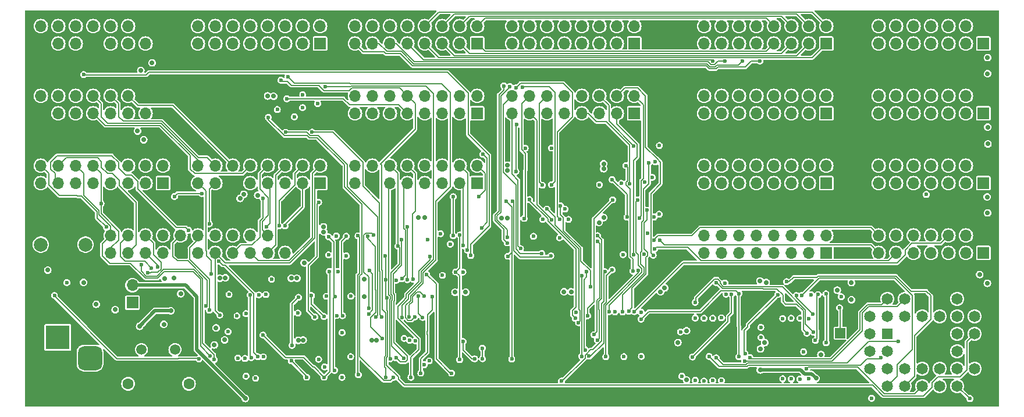
<source format=gbr>
%TF.GenerationSoftware,KiCad,Pcbnew,7.0.0-da2b9df05c~171~ubuntu20.04.1*%
%TF.CreationDate,2023-03-29T16:06:27-07:00*%
%TF.ProjectId,Motherboard,4d6f7468-6572-4626-9f61-72642e6b6963,rev?*%
%TF.SameCoordinates,Original*%
%TF.FileFunction,Copper,L3,Inr*%
%TF.FilePolarity,Positive*%
%FSLAX46Y46*%
G04 Gerber Fmt 4.6, Leading zero omitted, Abs format (unit mm)*
G04 Created by KiCad (PCBNEW 7.0.0-da2b9df05c~171~ubuntu20.04.1) date 2023-03-29 16:06:27*
%MOMM*%
%LPD*%
G01*
G04 APERTURE LIST*
G04 Aperture macros list*
%AMRoundRect*
0 Rectangle with rounded corners*
0 $1 Rounding radius*
0 $2 $3 $4 $5 $6 $7 $8 $9 X,Y pos of 4 corners*
0 Add a 4 corners polygon primitive as box body*
4,1,4,$2,$3,$4,$5,$6,$7,$8,$9,$2,$3,0*
0 Add four circle primitives for the rounded corners*
1,1,$1+$1,$2,$3*
1,1,$1+$1,$4,$5*
1,1,$1+$1,$6,$7*
1,1,$1+$1,$8,$9*
0 Add four rect primitives between the rounded corners*
20,1,$1+$1,$2,$3,$4,$5,0*
20,1,$1+$1,$4,$5,$6,$7,0*
20,1,$1+$1,$6,$7,$8,$9,0*
20,1,$1+$1,$8,$9,$2,$3,0*%
G04 Aperture macros list end*
%TA.AperFunction,ComponentPad*%
%ADD10R,1.700000X1.700000*%
%TD*%
%TA.AperFunction,ComponentPad*%
%ADD11O,1.700000X1.700000*%
%TD*%
%TA.AperFunction,ComponentPad*%
%ADD12C,1.600000*%
%TD*%
%TA.AperFunction,ComponentPad*%
%ADD13R,1.500000X1.500000*%
%TD*%
%TA.AperFunction,ComponentPad*%
%ADD14C,1.500000*%
%TD*%
%TA.AperFunction,ComponentPad*%
%ADD15R,1.650000X1.650000*%
%TD*%
%TA.AperFunction,ComponentPad*%
%ADD16C,1.650000*%
%TD*%
%TA.AperFunction,ComponentPad*%
%ADD17R,3.500000X3.500000*%
%TD*%
%TA.AperFunction,ComponentPad*%
%ADD18RoundRect,0.750000X1.000000X-0.750000X1.000000X0.750000X-1.000000X0.750000X-1.000000X-0.750000X0*%
%TD*%
%TA.AperFunction,ComponentPad*%
%ADD19RoundRect,0.875000X0.875000X-0.875000X0.875000X0.875000X-0.875000X0.875000X-0.875000X-0.875000X0*%
%TD*%
%TA.AperFunction,ComponentPad*%
%ADD20C,2.000000*%
%TD*%
%TA.AperFunction,ViaPad*%
%ADD21C,0.700000*%
%TD*%
%TA.AperFunction,ViaPad*%
%ADD22C,0.600000*%
%TD*%
%TA.AperFunction,Conductor*%
%ADD23C,0.200000*%
%TD*%
%TA.AperFunction,Conductor*%
%ADD24C,0.500000*%
%TD*%
G04 APERTURE END LIST*
D10*
%TO.N,VCC*%
%TO.C,JMEM_C2*%
X208279999Y-104139999D03*
D11*
%TO.N,GND*%
X208279999Y-101599999D03*
%TO.N,/~{RST}*%
X205739999Y-104139999D03*
%TO.N,/CLK*%
X205739999Y-101599999D03*
%TO.N,/~{MEM_OE}*%
X203199999Y-104139999D03*
%TO.N,/~{INST_WB}*%
X203199999Y-101599999D03*
%TO.N,/MEM_DATA0*%
X200659999Y-104139999D03*
%TO.N,/MEM_DATA1*%
X200659999Y-101599999D03*
%TO.N,/MEM_DATA2*%
X198119999Y-104139999D03*
%TO.N,/MEM_DATA3*%
X198119999Y-101599999D03*
%TO.N,/MEM_DATA4*%
X195579999Y-104139999D03*
%TO.N,/MEM_DATA5*%
X195579999Y-101599999D03*
%TO.N,/MEM_DATA6*%
X193039999Y-104139999D03*
%TO.N,/MEM_DATA7*%
X193039999Y-101599999D03*
%TO.N,GND*%
X190499999Y-104139999D03*
X190499999Y-101599999D03*
%TD*%
D10*
%TO.N,/MEM_ADDR0*%
%TO.C,JMEM_C1*%
X185419999Y-104139999D03*
D11*
%TO.N,/MEM_ADDR1*%
X185419999Y-101599999D03*
%TO.N,/MEM_ADDR2*%
X182879999Y-104139999D03*
%TO.N,/MEM_ADDR3*%
X182879999Y-101599999D03*
%TO.N,/MEM_ADDR4*%
X180339999Y-104139999D03*
%TO.N,/MEM_ADDR5*%
X180339999Y-101599999D03*
%TO.N,/MEM_ADDR6*%
X177799999Y-104139999D03*
%TO.N,/MEM_ADDR7*%
X177799999Y-101599999D03*
%TO.N,/MEM_ADDR8*%
X175259999Y-104139999D03*
%TO.N,/MEM_ADDR9*%
X175259999Y-101599999D03*
%TO.N,/MEM_ADDR10*%
X172719999Y-104139999D03*
%TO.N,/MEM_ADDR11*%
X172719999Y-101599999D03*
%TO.N,/MEM_ADDR12*%
X170179999Y-104139999D03*
%TO.N,/MEM_ADDR13*%
X170179999Y-101599999D03*
%TO.N,/MEM_ADDR14*%
X167639999Y-104139999D03*
%TO.N,/MEM_ADDR15*%
X167639999Y-101599999D03*
%TD*%
D10*
%TO.N,/IN_ACC6*%
%TO.C,JREGLOW3*%
X134619999Y-93979999D03*
D11*
%TO.N,/IN_ACC7*%
X134619999Y-91439999D03*
%TO.N,/IN_ACC4*%
X132079999Y-93979999D03*
%TO.N,/IN_ACC5*%
X132079999Y-91439999D03*
%TO.N,/IN_ACC2*%
X129539999Y-93979999D03*
%TO.N,/IN_ACC3*%
X129539999Y-91439999D03*
%TO.N,/IN_ACC0*%
X126999999Y-93979999D03*
%TO.N,/IN_ACC1*%
X126999999Y-91439999D03*
%TO.N,/RCS6*%
X124459999Y-93979999D03*
%TO.N,/RCS7*%
X124459999Y-91439999D03*
%TO.N,/RCS4*%
X121919999Y-93979999D03*
%TO.N,/RCS5*%
X121919999Y-91439999D03*
%TO.N,/RCS2*%
X119379999Y-93979999D03*
%TO.N,/RCS3*%
X119379999Y-91439999D03*
%TO.N,/RCS0*%
X116839999Y-93979999D03*
%TO.N,/RCS1*%
X116839999Y-91439999D03*
%TD*%
D10*
%TO.N,/IN_ACC7*%
%TO.C,JALU2*%
X111759999Y-104139999D03*
D11*
%TO.N,/IN_ACC3*%
X111759999Y-101599999D03*
%TO.N,/IN_ACC6*%
X109219999Y-104139999D03*
%TO.N,/IN_ACC2*%
X109219999Y-101599999D03*
%TO.N,/IN_ACC5*%
X106679999Y-104139999D03*
%TO.N,/IN_ACC1*%
X106679999Y-101599999D03*
%TO.N,/IN_ACC4*%
X104139999Y-104139999D03*
%TO.N,/IN_ACC0*%
X104139999Y-101599999D03*
%TO.N,VCC*%
X101599999Y-104139999D03*
%TO.N,/WRITEID3*%
X101599999Y-101599999D03*
%TO.N,GND*%
X99059999Y-104139999D03*
%TO.N,/WRITEID2*%
X99059999Y-101599999D03*
%TO.N,/OPCODE0*%
X96519999Y-104139999D03*
%TO.N,/WRITEID1*%
X96519999Y-101599999D03*
%TO.N,/IMM_MSB*%
X93979999Y-104139999D03*
%TO.N,/WRITEID0*%
X93979999Y-101599999D03*
%TD*%
D10*
%TO.N,VCC*%
%TO.C,JMEM_B2*%
X208279999Y-93979999D03*
D11*
%TO.N,GND*%
X208279999Y-91439999D03*
%TO.N,/~{RST}*%
X205739999Y-93979999D03*
%TO.N,/CLK*%
X205739999Y-91439999D03*
%TO.N,/~{MEM_OE}*%
X203199999Y-93979999D03*
%TO.N,/~{INST_WB}*%
X203199999Y-91439999D03*
%TO.N,/MEM_DATA0*%
X200659999Y-93979999D03*
%TO.N,/MEM_DATA1*%
X200659999Y-91439999D03*
%TO.N,/MEM_DATA2*%
X198119999Y-93979999D03*
%TO.N,/MEM_DATA3*%
X198119999Y-91439999D03*
%TO.N,/MEM_DATA4*%
X195579999Y-93979999D03*
%TO.N,/MEM_DATA5*%
X195579999Y-91439999D03*
%TO.N,/MEM_DATA6*%
X193039999Y-93979999D03*
%TO.N,/MEM_DATA7*%
X193039999Y-91439999D03*
%TO.N,GND*%
X190499999Y-93979999D03*
X190499999Y-91439999D03*
%TD*%
D10*
%TO.N,/MEM_ADDR0*%
%TO.C,JMEM_D1*%
X185419999Y-114299999D03*
D11*
%TO.N,/MEM_ADDR1*%
X185419999Y-111759999D03*
%TO.N,/MEM_ADDR2*%
X182879999Y-114299999D03*
%TO.N,/MEM_ADDR3*%
X182879999Y-111759999D03*
%TO.N,/MEM_ADDR4*%
X180339999Y-114299999D03*
%TO.N,/MEM_ADDR5*%
X180339999Y-111759999D03*
%TO.N,/MEM_ADDR6*%
X177799999Y-114299999D03*
%TO.N,/MEM_ADDR7*%
X177799999Y-111759999D03*
%TO.N,/MEM_ADDR8*%
X175259999Y-114299999D03*
%TO.N,/MEM_ADDR9*%
X175259999Y-111759999D03*
%TO.N,/MEM_ADDR10*%
X172719999Y-114299999D03*
%TO.N,/MEM_ADDR11*%
X172719999Y-111759999D03*
%TO.N,/MEM_ADDR12*%
X170179999Y-114299999D03*
%TO.N,/MEM_ADDR13*%
X170179999Y-111759999D03*
%TO.N,/MEM_ADDR14*%
X167639999Y-114299999D03*
%TO.N,/MEM_ADDR15*%
X167639999Y-111759999D03*
%TD*%
D10*
%TO.N,/MEM_ADDR0*%
%TO.C,JMEM_B1*%
X185419999Y-93979999D03*
D11*
%TO.N,/MEM_ADDR1*%
X185419999Y-91439999D03*
%TO.N,/MEM_ADDR2*%
X182879999Y-93979999D03*
%TO.N,/MEM_ADDR3*%
X182879999Y-91439999D03*
%TO.N,/MEM_ADDR4*%
X180339999Y-93979999D03*
%TO.N,/MEM_ADDR5*%
X180339999Y-91439999D03*
%TO.N,/MEM_ADDR6*%
X177799999Y-93979999D03*
%TO.N,/MEM_ADDR7*%
X177799999Y-91439999D03*
%TO.N,/MEM_ADDR8*%
X175259999Y-93979999D03*
%TO.N,/MEM_ADDR9*%
X175259999Y-91439999D03*
%TO.N,/MEM_ADDR10*%
X172719999Y-93979999D03*
%TO.N,/MEM_ADDR11*%
X172719999Y-91439999D03*
%TO.N,/MEM_ADDR12*%
X170179999Y-93979999D03*
%TO.N,/MEM_ADDR13*%
X170179999Y-91439999D03*
%TO.N,/MEM_ADDR14*%
X167639999Y-93979999D03*
%TO.N,/MEM_ADDR15*%
X167639999Y-91439999D03*
%TD*%
D12*
%TO.N,GND*%
%TO.C,C4*%
X86320000Y-133350000D03*
%TO.N,/OSC_IN*%
X83820000Y-133350000D03*
%TD*%
D13*
%TO.N,/ROMADDR15*%
%TO.C,TPROM15*%
X187451999Y-125983999D03*
%TD*%
D10*
%TO.N,GND*%
%TO.C,JREGLOW1*%
X88899999Y-93979999D03*
D11*
X88899999Y-91439999D03*
%TO.N,VCC*%
X86359999Y-93979999D03*
%TO.N,GND*%
X86359999Y-91439999D03*
%TO.N,/CLK*%
X83819999Y-93979999D03*
%TO.N,/WRITEID2*%
X83819999Y-91439999D03*
%TO.N,VCC*%
X81279999Y-93979999D03*
%TO.N,/WRITEID1*%
X81279999Y-91439999D03*
%TO.N,/WRITEID3*%
X78739999Y-93979999D03*
%TO.N,/WRITEID0*%
X78739999Y-91439999D03*
%TO.N,/~{REG_WE}*%
X76199999Y-93979999D03*
%TO.N,/IMM2*%
X76199999Y-91439999D03*
%TO.N,VCC*%
X73659999Y-93979999D03*
%TO.N,/IMM1*%
X73659999Y-91439999D03*
%TO.N,GND*%
X71119999Y-93979999D03*
%TO.N,/IMM0*%
X71119999Y-91439999D03*
%TD*%
D10*
%TO.N,/MEM_ADDR0*%
%TO.C,JMEM_A1*%
X185419999Y-83819999D03*
D11*
%TO.N,/MEM_ADDR1*%
X185419999Y-81279999D03*
%TO.N,/MEM_ADDR2*%
X182879999Y-83819999D03*
%TO.N,/MEM_ADDR3*%
X182879999Y-81279999D03*
%TO.N,/MEM_ADDR4*%
X180339999Y-83819999D03*
%TO.N,/MEM_ADDR5*%
X180339999Y-81279999D03*
%TO.N,/MEM_ADDR6*%
X177799999Y-83819999D03*
%TO.N,/MEM_ADDR7*%
X177799999Y-81279999D03*
%TO.N,/MEM_ADDR8*%
X175259999Y-83819999D03*
%TO.N,/MEM_ADDR9*%
X175259999Y-81279999D03*
%TO.N,/MEM_ADDR10*%
X172719999Y-83819999D03*
%TO.N,/MEM_ADDR11*%
X172719999Y-81279999D03*
%TO.N,/MEM_ADDR12*%
X170179999Y-83819999D03*
%TO.N,/MEM_ADDR13*%
X170179999Y-81279999D03*
%TO.N,/MEM_ADDR14*%
X167639999Y-83819999D03*
%TO.N,/MEM_ADDR15*%
X167639999Y-81279999D03*
%TD*%
D10*
%TO.N,/DATAIN6*%
%TO.C,JREGHIGH4*%
X157479999Y-83819999D03*
D11*
%TO.N,/DATAIN7*%
X157479999Y-81279999D03*
%TO.N,/DATAIN4*%
X154939999Y-83819999D03*
%TO.N,/DATAIN5*%
X154939999Y-81279999D03*
%TO.N,/DATAIN2*%
X152399999Y-83819999D03*
%TO.N,/DATAIN3*%
X152399999Y-81279999D03*
%TO.N,/DATAIN0*%
X149859999Y-83819999D03*
%TO.N,/DATAIN1*%
X149859999Y-81279999D03*
%TO.N,/DATAOUT_HIGH6*%
X147319999Y-83819999D03*
%TO.N,/DATAOUT_HIGH7*%
X147319999Y-81279999D03*
%TO.N,/DATAOUT_HIGH4*%
X144779999Y-83819999D03*
%TO.N,/DATAOUT_HIGH5*%
X144779999Y-81279999D03*
%TO.N,/DATAOUT_HIGH2*%
X142239999Y-83819999D03*
%TO.N,/DATAOUT_HIGH3*%
X142239999Y-81279999D03*
%TO.N,/DATAOUT_HIGH0*%
X139699999Y-83819999D03*
%TO.N,/DATAOUT_HIGH1*%
X139699999Y-81279999D03*
%TD*%
D14*
%TO.N,Net-(C8-Pad2)*%
%TO.C,Y1*%
X90645000Y-128365000D03*
%TO.N,/OSC_IN*%
X85765000Y-128365000D03*
%TD*%
D10*
%TO.N,/REGDATA3*%
%TO.C,JALU1*%
X88899999Y-104139999D03*
D11*
%TO.N,/REGDATA7*%
X88899999Y-101599999D03*
%TO.N,/REGDATA2*%
X86359999Y-104139999D03*
%TO.N,/REGDATA6*%
X86359999Y-101599999D03*
%TO.N,/REGDATA1*%
X83819999Y-104139999D03*
%TO.N,/REGDATA5*%
X83819999Y-101599999D03*
%TO.N,/REGDATA0*%
X81279999Y-104139999D03*
%TO.N,/REGDATA4*%
X81279999Y-101599999D03*
%TO.N,/~{CARRY_WE}*%
X78739999Y-104139999D03*
%TO.N,/IMM3*%
X78739999Y-101599999D03*
%TO.N,/CARRY*%
X76199999Y-104139999D03*
%TO.N,/IMM2*%
X76199999Y-101599999D03*
%TO.N,/OUT_RX_ID*%
X73659999Y-104139999D03*
%TO.N,/IMM1*%
X73659999Y-101599999D03*
%TO.N,/CLK*%
X71119999Y-104139999D03*
%TO.N,/IMM0*%
X71119999Y-101599999D03*
%TD*%
D10*
%TO.N,/CLK_INT*%
%TO.C,JP1*%
X84454999Y-121538999D03*
D11*
%TO.N,/CLK*%
X84454999Y-118998999D03*
%TD*%
D15*
%TO.N,unconnected-(U2-NC-Pad1)*%
%TO.C,U2*%
X194309999Y-126079999D03*
D16*
%TO.N,/ROMADDR14*%
X191770000Y-128620000D03*
%TO.N,/ROMADDR12*%
X194310000Y-128620000D03*
%TO.N,/ROMADDR7*%
X191770000Y-131160000D03*
%TO.N,/ROMADDR6*%
X194310000Y-133700000D03*
%TO.N,/ROMADDR5*%
X194310000Y-131160000D03*
%TO.N,/ROMADDR4*%
X196850000Y-133700000D03*
%TO.N,/ROMADDR3*%
X196850000Y-131160000D03*
%TO.N,/ROMADDR2*%
X199390000Y-133700000D03*
%TO.N,/ROMADDR1*%
X199390000Y-131160000D03*
%TO.N,/ROMADDR0*%
X201930000Y-133700000D03*
%TO.N,unconnected-(U2-NC-Pad12)*%
X201930000Y-131160000D03*
%TO.N,/OPCODE0*%
X204470000Y-133700000D03*
%TO.N,/IN_R1*%
X207010000Y-131160000D03*
%TO.N,/OPCODE2*%
X204470000Y-131160000D03*
%TO.N,GND*%
X207010000Y-128620000D03*
%TO.N,unconnected-(U2-NC-Pad17)*%
X204470000Y-128620000D03*
%TO.N,/OPCODE3*%
X207010000Y-126080000D03*
%TO.N,/IMM0*%
X204470000Y-126080000D03*
%TO.N,/IMM1*%
X207010000Y-123540000D03*
%TO.N,/IMM2*%
X204470000Y-121000000D03*
%TO.N,/IMM3*%
X204470000Y-123540000D03*
%TO.N,GND*%
X201930000Y-121000000D03*
%TO.N,/ROMADDR10*%
X201930000Y-123540000D03*
%TO.N,GND*%
X199390000Y-121000000D03*
%TO.N,unconnected-(U2-NC-Pad26)*%
X199390000Y-123540000D03*
%TO.N,/ROMADDR11*%
X196850000Y-121000000D03*
%TO.N,/ROMADDR9*%
X196850000Y-123540000D03*
%TO.N,/ROMADDR8*%
X194310000Y-121000000D03*
%TO.N,/ROMADDR13*%
X191770000Y-123540000D03*
%TO.N,VCC*%
X194310000Y-123540000D03*
X191770000Y-126080000D03*
%TD*%
D17*
%TO.N,Net-(F2-Pad2)*%
%TO.C,J1*%
X73599999Y-126599999D03*
D18*
%TO.N,GND*%
X73600000Y-132600000D03*
D19*
%TO.N,unconnected-(J1-Pad3)*%
X78300000Y-129600000D03*
%TD*%
D10*
%TO.N,VCC*%
%TO.C,JMEM_A2*%
X208279999Y-83819999D03*
D11*
%TO.N,GND*%
X208279999Y-81279999D03*
%TO.N,/~{RST}*%
X205739999Y-83819999D03*
%TO.N,/CLK*%
X205739999Y-81279999D03*
%TO.N,/~{MEM_OE}*%
X203199999Y-83819999D03*
%TO.N,/~{INST_WB}*%
X203199999Y-81279999D03*
%TO.N,/MEM_DATA0*%
X200659999Y-83819999D03*
%TO.N,/MEM_DATA1*%
X200659999Y-81279999D03*
%TO.N,/MEM_DATA2*%
X198119999Y-83819999D03*
%TO.N,/MEM_DATA3*%
X198119999Y-81279999D03*
%TO.N,/MEM_DATA4*%
X195579999Y-83819999D03*
%TO.N,/MEM_DATA5*%
X195579999Y-81279999D03*
%TO.N,/MEM_DATA6*%
X193039999Y-83819999D03*
%TO.N,/MEM_DATA7*%
X193039999Y-81279999D03*
%TO.N,GND*%
X190499999Y-83819999D03*
X190499999Y-81279999D03*
%TD*%
D10*
%TO.N,GND*%
%TO.C,JREGHIGH1*%
X88899999Y-83819999D03*
D11*
X88899999Y-81279999D03*
%TO.N,VCC*%
X86359999Y-83819999D03*
%TO.N,GND*%
X86359999Y-81279999D03*
%TO.N,/CLK*%
X83819999Y-83819999D03*
%TO.N,/WRITEID2*%
X83819999Y-81279999D03*
%TO.N,/WRITEID3*%
X81279999Y-83819999D03*
%TO.N,/WRITEID1*%
X81279999Y-81279999D03*
%TO.N,GND*%
X78739999Y-83819999D03*
%TO.N,/WRITEID0*%
X78739999Y-81279999D03*
%TO.N,/~{REG_WE}*%
X76199999Y-83819999D03*
%TO.N,/IMM2*%
X76199999Y-81279999D03*
%TO.N,VCC*%
X73659999Y-83819999D03*
%TO.N,/IMM1*%
X73659999Y-81279999D03*
%TO.N,GND*%
X71119999Y-83819999D03*
%TO.N,/IMM0*%
X71119999Y-81279999D03*
%TD*%
D10*
%TO.N,/DATAIN6*%
%TO.C,JREGLOW4*%
X157479999Y-93979999D03*
D11*
%TO.N,/DATAIN7*%
X157479999Y-91439999D03*
%TO.N,/DATAIN4*%
X154939999Y-93979999D03*
%TO.N,/DATAIN5*%
X154939999Y-91439999D03*
%TO.N,/DATAIN2*%
X152399999Y-93979999D03*
%TO.N,/DATAIN3*%
X152399999Y-91439999D03*
%TO.N,/DATAIN0*%
X149859999Y-93979999D03*
%TO.N,/DATAIN1*%
X149859999Y-91439999D03*
%TO.N,/DATAOUT_LOW6*%
X147319999Y-93979999D03*
%TO.N,/DATAOUT_LOW7*%
X147319999Y-91439999D03*
%TO.N,/DATAOUT_LOW4*%
X144779999Y-93979999D03*
%TO.N,/DATAOUT_LOW5*%
X144779999Y-91439999D03*
%TO.N,/DATAOUT_LOW2*%
X142239999Y-93979999D03*
%TO.N,/DATAOUT_LOW3*%
X142239999Y-91439999D03*
%TO.N,/DATAOUT_LOW0*%
X139699999Y-93979999D03*
%TO.N,/DATAOUT_LOW1*%
X139699999Y-91439999D03*
%TD*%
D10*
%TO.N,/MEM_ADDR6*%
%TO.C,JREGHIGH3*%
X134619999Y-83819999D03*
D11*
%TO.N,/MEM_ADDR7*%
X134619999Y-81279999D03*
%TO.N,/MEM_ADDR4*%
X132079999Y-83819999D03*
%TO.N,/MEM_ADDR5*%
X132079999Y-81279999D03*
%TO.N,/MEM_ADDR2*%
X129539999Y-83819999D03*
%TO.N,/MEM_ADDR3*%
X129539999Y-81279999D03*
%TO.N,/MEM_ADDR0*%
X126999999Y-83819999D03*
%TO.N,/MEM_ADDR1*%
X126999999Y-81279999D03*
%TO.N,/MEM_ADDR14*%
X124459999Y-83819999D03*
%TO.N,/MEM_ADDR15*%
X124459999Y-81279999D03*
%TO.N,/MEM_ADDR12*%
X121919999Y-83819999D03*
%TO.N,/MEM_ADDR13*%
X121919999Y-81279999D03*
%TO.N,/MEM_ADDR10*%
X119379999Y-83819999D03*
%TO.N,/MEM_ADDR11*%
X119379999Y-81279999D03*
%TO.N,/MEM_ADDR8*%
X116839999Y-83819999D03*
%TO.N,/MEM_ADDR9*%
X116839999Y-81279999D03*
%TD*%
D10*
%TO.N,VCC*%
%TO.C,JMEM_D2*%
X208279999Y-114299999D03*
D11*
%TO.N,GND*%
X208279999Y-111759999D03*
%TO.N,/~{RST}*%
X205739999Y-114299999D03*
%TO.N,/CLK*%
X205739999Y-111759999D03*
%TO.N,/~{MEM_OE}*%
X203199999Y-114299999D03*
%TO.N,/~{INST_WB}*%
X203199999Y-111759999D03*
%TO.N,/MEM_DATA0*%
X200659999Y-114299999D03*
%TO.N,/MEM_DATA1*%
X200659999Y-111759999D03*
%TO.N,/MEM_DATA2*%
X198119999Y-114299999D03*
%TO.N,/MEM_DATA3*%
X198119999Y-111759999D03*
%TO.N,/MEM_DATA4*%
X195579999Y-114299999D03*
%TO.N,/MEM_DATA5*%
X195579999Y-111759999D03*
%TO.N,/MEM_DATA6*%
X193039999Y-114299999D03*
%TO.N,/MEM_DATA7*%
X193039999Y-111759999D03*
%TO.N,GND*%
X190499999Y-114299999D03*
X190499999Y-111759999D03*
%TD*%
D10*
%TO.N,/JMPDST6*%
%TO.C,JREGHIGH2*%
X111759999Y-83819999D03*
D11*
%TO.N,/JMPDST7*%
X111759999Y-81279999D03*
%TO.N,/JMPDST4*%
X109219999Y-83819999D03*
%TO.N,/JMPDST5*%
X109219999Y-81279999D03*
%TO.N,/JMPDST2*%
X106679999Y-83819999D03*
%TO.N,/JMPDST3*%
X106679999Y-81279999D03*
%TO.N,/JMPDST0*%
X104139999Y-83819999D03*
%TO.N,/JMPDST1*%
X104139999Y-81279999D03*
%TO.N,/JMPDST14*%
X101599999Y-83819999D03*
%TO.N,/JMPDST15*%
X101599999Y-81279999D03*
%TO.N,/JMPDST12*%
X99059999Y-83819999D03*
%TO.N,/JMPDST13*%
X99059999Y-81279999D03*
%TO.N,/JMPDST10*%
X96519999Y-83819999D03*
%TO.N,/JMPDST11*%
X96519999Y-81279999D03*
%TO.N,/JMPDST8*%
X93979999Y-83819999D03*
%TO.N,/JMPDST9*%
X93979999Y-81279999D03*
%TD*%
D20*
%TO.N,GND*%
%TO.C,SW1*%
X71120000Y-108585000D03*
X77620000Y-108585000D03*
%TO.N,/~{MR_BTN}*%
X71120000Y-113085000D03*
X77620000Y-113085000D03*
%TD*%
D12*
%TO.N,GND*%
%TO.C,C8*%
X90170000Y-133350000D03*
%TO.N,Net-(C8-Pad2)*%
X92670000Y-133350000D03*
%TD*%
D10*
%TO.N,GND*%
%TO.C,JDBG1*%
X106679999Y-111759999D03*
D11*
%TO.N,VCC*%
X106679999Y-114299999D03*
%TO.N,/IN_ACC0*%
X104139999Y-111759999D03*
%TO.N,/IN_ACC1*%
X104139999Y-114299999D03*
%TO.N,/IN_ACC2*%
X101599999Y-111759999D03*
%TO.N,/IN_ACC3*%
X101599999Y-114299999D03*
%TO.N,/IN_ACC4*%
X99059999Y-111759999D03*
%TO.N,/IN_ACC5*%
X99059999Y-114299999D03*
%TO.N,/IN_ACC6*%
X96519999Y-111759999D03*
%TO.N,/IN_ACC7*%
X96519999Y-114299999D03*
%TO.N,/NEWCOND*%
X93979999Y-111759999D03*
%TO.N,/CLK*%
X93979999Y-114299999D03*
%TO.N,/CARRY*%
X91439999Y-111759999D03*
%TO.N,GND*%
X91439999Y-114299999D03*
%TO.N,/OPCODE0*%
X88899999Y-111759999D03*
%TO.N,/IN_R1*%
X88899999Y-114299999D03*
%TO.N,/OPCODE2*%
X86359999Y-111759999D03*
%TO.N,/OPCODE3*%
X86359999Y-114299999D03*
%TO.N,/IMM0*%
X83819999Y-111759999D03*
%TO.N,/IMM1*%
X83819999Y-114299999D03*
%TO.N,/IMM2*%
X81279999Y-111759999D03*
%TO.N,/IMM3*%
X81279999Y-114299999D03*
%TD*%
D10*
%TO.N,/ALU_RESULT7*%
%TO.C,JALU3*%
X134619999Y-104139999D03*
D11*
%TO.N,/ALU_RESULT6*%
X134619999Y-101599999D03*
%TO.N,/ALU_RESULT5*%
X132079999Y-104139999D03*
%TO.N,/ALU_RESULT4*%
X132079999Y-101599999D03*
%TO.N,/ALU_RESULT3*%
X129539999Y-104139999D03*
%TO.N,/ALU_RESULT2*%
X129539999Y-101599999D03*
%TO.N,/ALU_RESULT1*%
X126999999Y-104139999D03*
%TO.N,/ALU_RESULT0*%
X126999999Y-101599999D03*
%TO.N,/~{L}*%
X124459999Y-104139999D03*
%TO.N,/IN_R0*%
X124459999Y-101599999D03*
%TO.N,/SWAP_NIBBLES*%
X121919999Y-104139999D03*
%TO.N,/IN_R1*%
X121919999Y-101599999D03*
%TO.N,GND*%
X119379999Y-104139999D03*
%TO.N,/IN_R2*%
X119379999Y-101599999D03*
%TO.N,VCC*%
X116839999Y-104139999D03*
%TO.N,/IN_R3*%
X116839999Y-101599999D03*
%TD*%
D21*
%TO.N,GND*%
X107800000Y-106010000D03*
X92140000Y-123940000D03*
%TO.N,VCC*%
X153035000Y-109143800D03*
X107569000Y-117983000D03*
X104130000Y-91450000D03*
X153035000Y-101320600D03*
X207746600Y-117449600D03*
X118170000Y-120650500D03*
X112250000Y-110510000D03*
X152350000Y-109870000D03*
X189077600Y-121107200D03*
X208889600Y-88214200D03*
X90474800Y-117983000D03*
X87299800Y-86614000D03*
X126949200Y-109169200D03*
X132943600Y-120015000D03*
X105003373Y-91484057D03*
X163830000Y-127355600D03*
X176459400Y-127350000D03*
X139039600Y-102260400D03*
X184643511Y-129085500D03*
X89128600Y-118033800D03*
X208889600Y-108458000D03*
X139039600Y-101549200D03*
X118171000Y-118139500D03*
X100130000Y-106360000D03*
X109296200Y-126974600D03*
X189077600Y-118618000D03*
X175768000Y-118370000D03*
X208940400Y-98425000D03*
X97870000Y-126945498D03*
X153035000Y-102031800D03*
X102690000Y-105890000D03*
X112279266Y-111240000D03*
X108585000Y-127025400D03*
X131394200Y-120015000D03*
X147249266Y-119960734D03*
X119253000Y-126974600D03*
X148281734Y-119960734D03*
X86106000Y-97815400D03*
X161315400Y-119964200D03*
X183940000Y-132540000D03*
X138176000Y-109194600D03*
X126060200Y-109169200D03*
X108383000Y-117983000D03*
X119964200Y-126974600D03*
X161898510Y-119381090D03*
X138970097Y-109195100D03*
X175810000Y-131340000D03*
X176682400Y-118592600D03*
X100660000Y-105770000D03*
X72136000Y-116789200D03*
X81940400Y-122555000D03*
X208889600Y-85852000D03*
X97974252Y-117916580D03*
X208915000Y-95986600D03*
X109448600Y-115747800D03*
X208864200Y-118719600D03*
X208838800Y-106146600D03*
X97183000Y-117983000D03*
X85191600Y-96545400D03*
X85669500Y-87740500D03*
X175850000Y-128270000D03*
X79171800Y-121775000D03*
X77343000Y-118592600D03*
X96370000Y-127690000D03*
%TO.N,GND*%
X104775000Y-132537200D03*
X132740000Y-123480000D03*
X185394600Y-132588000D03*
X150000000Y-98500000D03*
X168990000Y-106600000D03*
X80492600Y-119176800D03*
X141585818Y-128554182D03*
X176500000Y-96000000D03*
X123840000Y-132430000D03*
X93580000Y-91560000D03*
X172720000Y-132800500D03*
X181750000Y-96750000D03*
X116205000Y-123672600D03*
X136840000Y-125900000D03*
X136640000Y-124770000D03*
X174240000Y-106560500D03*
X158080000Y-101830000D03*
X96250000Y-93960000D03*
X105435400Y-134189500D03*
X201750000Y-127000000D03*
X96000000Y-96920000D03*
X200500000Y-129500000D03*
X130175000Y-111760000D03*
X147955000Y-104444800D03*
X144349500Y-131876800D03*
X129880000Y-113659500D03*
X92684600Y-120650000D03*
X125500000Y-99000000D03*
X166814370Y-122175630D03*
X206689500Y-86995000D03*
X184750500Y-125830000D03*
X86400000Y-108400000D03*
X83200000Y-107800000D03*
X192000000Y-96000000D03*
X171490000Y-106600000D03*
X112496600Y-95554800D03*
X166990500Y-96009266D03*
X104724200Y-125755400D03*
X205740000Y-116281200D03*
X151401033Y-122962311D03*
X180983677Y-118505445D03*
X135010000Y-124640000D03*
X160659266Y-103940734D03*
X169000000Y-96000000D03*
X140910000Y-122970000D03*
X104800400Y-123469400D03*
X111768559Y-120597028D03*
X142420000Y-129710000D03*
X202000000Y-96000000D03*
X161040500Y-114350800D03*
X147929600Y-116992400D03*
X174250000Y-97500000D03*
X166990000Y-106560500D03*
X144530000Y-98560000D03*
X100920000Y-98690000D03*
X156260500Y-112054500D03*
X186140000Y-124010000D03*
X143652367Y-111779629D03*
X159740600Y-129387600D03*
X136804400Y-129844800D03*
X204740000Y-107350000D03*
X155422600Y-101422200D03*
X169000000Y-96750000D03*
X206724548Y-97142752D03*
X174250000Y-96000000D03*
X159740600Y-132130800D03*
X73964800Y-120548400D03*
X141326400Y-111814502D03*
X116230400Y-134797800D03*
X133000000Y-99000000D03*
X139039100Y-96480000D03*
X173355000Y-124688600D03*
X206689500Y-88061800D03*
X129500000Y-99000000D03*
X181750000Y-97500000D03*
X137000000Y-119000000D03*
X174250000Y-96750000D03*
X140589000Y-129819400D03*
X179250000Y-96750000D03*
X102770000Y-95680000D03*
X91640000Y-89480000D03*
X134140000Y-126350000D03*
X144349500Y-129768600D03*
X112415906Y-129642626D03*
X97155000Y-134797800D03*
X200250000Y-127000000D03*
X122693680Y-115667500D03*
X140990589Y-102011211D03*
X87260000Y-88890000D03*
X197000000Y-96000000D03*
X142320000Y-96260000D03*
X166500000Y-88000000D03*
X122693180Y-114890250D03*
X179250000Y-96000000D03*
X116799315Y-112510426D03*
X199750000Y-129000000D03*
X181740000Y-107310500D03*
X128041400Y-123596400D03*
X143240000Y-123460000D03*
X161040500Y-117047809D03*
X169000000Y-97500000D03*
X202250000Y-129000000D03*
X173370000Y-123900000D03*
X185390000Y-131900000D03*
X116205000Y-132537200D03*
X203990500Y-117449600D03*
X192100200Y-121132600D03*
X179250000Y-97500000D03*
X206639500Y-98145600D03*
X181750000Y-96000000D03*
X199600000Y-96000000D03*
X179781200Y-121107200D03*
X201500000Y-129500000D03*
X179240000Y-106560500D03*
X134569200Y-114706400D03*
X128905000Y-132461000D03*
X161269638Y-106635505D03*
X116233396Y-125883700D03*
X129630000Y-132470000D03*
X141220000Y-125540000D03*
X132943600Y-129819400D03*
X134594600Y-117043200D03*
X128016000Y-125907800D03*
X172008681Y-132148017D03*
X116430900Y-111783854D03*
X142000000Y-119000000D03*
X108830000Y-110509500D03*
X181740000Y-106560500D03*
X123145788Y-126962745D03*
X140490000Y-124230000D03*
X147955000Y-114757200D03*
X116840000Y-116967000D03*
X206725000Y-107315000D03*
X123596400Y-120650000D03*
X147955000Y-106730800D03*
X155131600Y-111861600D03*
D22*
%TO.N,/IN_R0*%
X100965000Y-123140000D03*
X125320000Y-118140322D03*
%TO.N,/IN_R2*%
X135470000Y-99940000D03*
X135290000Y-110644100D03*
%TO.N,/IN_R3*%
X131129968Y-111808723D03*
X131130000Y-106099500D03*
%TO.N,/RCS0*%
X122440000Y-132430000D03*
X104241600Y-94564200D03*
%TO.N,/RCS1*%
X105537000Y-93421200D03*
%TO.N,/RCS2*%
X108026200Y-94479500D03*
%TO.N,/RCS3*%
X109220000Y-93141800D03*
%TO.N,/RCS4*%
X111404400Y-92557600D03*
%TO.N,/RCS5*%
X109245400Y-91262200D03*
%TO.N,/RCS6*%
X106934000Y-91846400D03*
%TO.N,/RCS7*%
X106059989Y-89155846D03*
X121320000Y-132390000D03*
%TO.N,/NEWCOND*%
X95655500Y-122640000D03*
X124770502Y-127029498D03*
%TO.N,/IMM3*%
X139647701Y-129741094D03*
X138800000Y-106781600D03*
X79890000Y-107100000D03*
X139065000Y-114782600D03*
%TO.N,/IMM2*%
X127635000Y-130011951D03*
X95763099Y-129257902D03*
%TO.N,/IMM1*%
X85730000Y-115999500D03*
X126940000Y-130580000D03*
X96332599Y-129827401D03*
%TO.N,/IN_ACC6*%
X106650000Y-110360000D03*
%TO.N,/PCEVENT*%
X112340000Y-123560000D03*
X129570000Y-117564002D03*
X110520000Y-120510000D03*
%TO.N,/~{IS_SKIP}*%
X114980000Y-125895500D03*
X135380000Y-128170500D03*
X135410000Y-129718900D03*
%TO.N,/~{IS_JMP}*%
X112685596Y-120612615D03*
X158460000Y-123929500D03*
X185400000Y-127390000D03*
X185366372Y-120261872D03*
X172690000Y-120210000D03*
X172690000Y-129410000D03*
%TO.N,/~{RST}*%
X187590000Y-120680000D03*
X175900000Y-125141000D03*
X175900000Y-126600000D03*
X73100000Y-120490000D03*
X94114667Y-129729379D03*
X164200900Y-125790900D03*
X164416700Y-132249177D03*
%TO.N,/IN_ACC7*%
X97154500Y-123340000D03*
X123982966Y-126747417D03*
%TO.N,/ROMADDR8*%
X174352250Y-129535500D03*
%TO.N,/ROMADDR9*%
X168371000Y-129372409D03*
X193394500Y-129535500D03*
%TO.N,/CARRY0*%
X183840305Y-127026705D03*
X184240000Y-120360000D03*
%TO.N,/ROMADDR2*%
X182130000Y-128690000D03*
X182570000Y-131134500D03*
%TO.N,/ROMADDR10*%
X169409500Y-129560500D03*
X195934500Y-127210000D03*
%TO.N,/ROMADDR11*%
X173535000Y-130035000D03*
%TO.N,/CARRY1*%
X173600000Y-129000000D03*
X178370000Y-120370000D03*
%TO.N,/ROMADDR4*%
X179644584Y-118488500D03*
%TO.N,/ROMADDR12*%
X166329185Y-121478313D03*
X183580500Y-125860000D03*
%TO.N,/ROMADDR5*%
X183430000Y-123214500D03*
X181071000Y-120490500D03*
%TO.N,/ROMADDR13*%
X170840000Y-120290000D03*
%TO.N,/CARRY2*%
X171640000Y-120310500D03*
X165965700Y-129442801D03*
%TO.N,/ROMADDR6*%
X181890000Y-120450000D03*
%TO.N,/ROMADDR14*%
X182600000Y-125980000D03*
X169390000Y-118610000D03*
%TO.N,/ROMADDR7*%
X183240000Y-120400000D03*
%TO.N,/ROMADDR15*%
X187360000Y-122280000D03*
X170670000Y-118684500D03*
%TO.N,/REGDATA3*%
X144160000Y-109410700D03*
X152100500Y-112600000D03*
X151600000Y-126200000D03*
%TO.N,/IMM0*%
X87235220Y-116494734D03*
X192022777Y-135449500D03*
X127270000Y-117405500D03*
X80640000Y-110540000D03*
X130910000Y-131799500D03*
%TO.N,/~{CARRY_WE}*%
X90563453Y-106089500D03*
X94580000Y-105640000D03*
X110970000Y-123619900D03*
X111550000Y-106940500D03*
%TO.N,/OUT_RX_ID*%
X107560000Y-130009500D03*
X97030000Y-115520000D03*
X102695000Y-129405000D03*
X92620000Y-110999500D03*
X109810000Y-132386700D03*
%TO.N,/IN_ACC4*%
X103979761Y-110520815D03*
%TO.N,/IN_ACC5*%
X103428273Y-106310248D03*
%TO.N,/IN_ACC2*%
X105789500Y-110359500D03*
%TO.N,/IN_ACC0*%
X120773144Y-126715248D03*
X118662050Y-111890000D03*
%TO.N,/CARRY*%
X95155500Y-122000000D03*
X125605214Y-127078827D03*
%TO.N,/IN_R1*%
X123952266Y-129650492D03*
X123070000Y-113310000D03*
X113000000Y-114590000D03*
%TO.N,/DATAOUT_LOW1*%
X144040000Y-114385100D03*
%TO.N,/DATAOUT_LOW0*%
X140926066Y-113671159D03*
%TO.N,/DATAOUT_LOW3*%
X141480000Y-109279500D03*
%TO.N,/DATAOUT_LOW2*%
X145415000Y-109448600D03*
%TO.N,/DATAOUT_LOW5*%
X144119600Y-104444800D03*
%TO.N,/DATAOUT_LOW4*%
X140252852Y-102432398D03*
X140400000Y-95600000D03*
%TO.N,/DATAOUT_LOW7*%
X141605000Y-99060000D03*
%TO.N,/DATAOUT_LOW6*%
X145440400Y-99034600D03*
%TO.N,/DATAOUT_HIGH1*%
X145338800Y-114731800D03*
X139764265Y-106758561D03*
%TO.N,/DATAOUT_HIGH0*%
X138970000Y-112830000D03*
X138475900Y-89969500D03*
%TO.N,/DATAOUT_HIGH3*%
X139385000Y-90075000D03*
X138990000Y-112010000D03*
%TO.N,/DATAOUT_HIGH2*%
X146670000Y-109410700D03*
X140310000Y-90230000D03*
%TO.N,/DATAOUT_HIGH5*%
X145440400Y-104368600D03*
X141195074Y-90152180D03*
%TO.N,/ALU_RESULT7*%
X156410500Y-109090500D03*
X154234100Y-103619500D03*
%TO.N,/ALU_RESULT6*%
X134850000Y-106099500D03*
X160384000Y-109070000D03*
%TO.N,/ALU_RESULT5*%
X158885500Y-114440000D03*
X132580000Y-113245946D03*
%TO.N,/ALU_RESULT4*%
X155860000Y-114530000D03*
X133210353Y-113909646D03*
%TO.N,/ALU_RESULT3*%
X152427559Y-104379889D03*
%TO.N,/ALU_RESULT2*%
X160553200Y-101046800D03*
%TO.N,/ALU_RESULT1*%
X159000000Y-104000000D03*
%TO.N,/ALU_RESULT0*%
X155590000Y-104180000D03*
%TO.N,/MEM_DATA0*%
X154350000Y-106570000D03*
X150679500Y-123448246D03*
%TO.N,/MEM_DATA1*%
X158000500Y-106570500D03*
X199975000Y-105785000D03*
X153840000Y-122830000D03*
%TO.N,/MEM_DATA2*%
X155790000Y-122880500D03*
X159602067Y-101200000D03*
%TO.N,/DATAIN6*%
X161120497Y-108660000D03*
%TO.N,/DATAIN7*%
X158200000Y-109200000D03*
%TO.N,/MEM_DATA3*%
X158470000Y-122930000D03*
X156280000Y-101570000D03*
X157260000Y-116950000D03*
%TO.N,/MEM_DATA4*%
X154254200Y-116763800D03*
X150901400Y-129336800D03*
X160457366Y-113733055D03*
%TO.N,/MEM_DATA5*%
X153339800Y-129413000D03*
X158089600Y-116865400D03*
%TO.N,/MEM_DATA6*%
X161190500Y-112446196D03*
X159385000Y-111429800D03*
X155981400Y-129413000D03*
%TO.N,/REGDATA7*%
X144780000Y-107911700D03*
X149374647Y-124460500D03*
%TO.N,/~{REG_WE}*%
X77350000Y-88330000D03*
X133680000Y-114690000D03*
%TO.N,/DATAIN4*%
X157400000Y-114600000D03*
%TO.N,Net-(UNAND2-Pad6)*%
X100980000Y-132240000D03*
X114940000Y-132410000D03*
%TO.N,Net-(UNAND2-Pad8)*%
X116200000Y-129390000D03*
X103500000Y-129420000D03*
%TO.N,Net-(UNAND2-Pad11)*%
X111540269Y-129786544D03*
X101600974Y-120430974D03*
X101740000Y-129540000D03*
D21*
%TO.N,/OSC_IN*%
X85503033Y-124986967D03*
X90040000Y-122730000D03*
D22*
%TO.N,/REGDATA2*%
X152147900Y-111800000D03*
X152100500Y-127000000D03*
X147940000Y-109420000D03*
%TO.N,/REGDATA6*%
X159350261Y-108083322D03*
X156670000Y-122810000D03*
X147420000Y-107911700D03*
%TO.N,/OPCODE0*%
X113910000Y-120620000D03*
X113880000Y-131387700D03*
X206330000Y-135510000D03*
X113010000Y-111960000D03*
X95629500Y-110059500D03*
%TO.N,/OPCODE2*%
X132080000Y-129840000D03*
X114370000Y-116990000D03*
X122874540Y-118290000D03*
X86700058Y-117150058D03*
X131500000Y-117064502D03*
X132080000Y-111690000D03*
%TO.N,/OPCODE3*%
X121219500Y-114750503D03*
X127444300Y-112354300D03*
X88130500Y-116350000D03*
X121463292Y-120823338D03*
X121275040Y-118171267D03*
X115570000Y-114720000D03*
%TO.N,/INST_SKIP*%
X102870000Y-120410500D03*
X114164500Y-123417750D03*
%TO.N,/DATAIN5*%
X160237936Y-114631836D03*
%TO.N,/DATAIN2*%
X161137600Y-98653600D03*
%TO.N,/DATAIN3*%
X157400500Y-98728100D03*
%TO.N,/DATAIN0*%
X156800000Y-104200000D03*
%TO.N,/DATAIN1*%
X160102067Y-103299500D03*
%TO.N,/~{SKIP_ME}*%
X134240000Y-129718900D03*
X118819500Y-123180000D03*
X108540000Y-123040000D03*
X118910000Y-116890000D03*
X132579500Y-127190000D03*
%TO.N,/~{D0}*%
X129306766Y-111495671D03*
X114144668Y-111824668D03*
%TO.N,/~{D1}*%
X99680000Y-123460000D03*
X115020000Y-123420000D03*
X115584951Y-111861450D03*
%TO.N,/REGDATA1*%
X146600000Y-112099500D03*
X150530000Y-117050000D03*
X150390000Y-128420000D03*
%TO.N,/~{D4}*%
X119560000Y-111660000D03*
X103890000Y-120360000D03*
X118819500Y-122330000D03*
%TO.N,/~{D5}*%
X100850000Y-129669500D03*
X123630000Y-112353800D03*
X122818123Y-129585477D03*
%TO.N,/~{D6}*%
X98502056Y-120343998D03*
X124465788Y-118179710D03*
X124430000Y-110520000D03*
D21*
%TO.N,/CLK*%
X187024501Y-119727681D03*
X165100000Y-132800500D03*
X165100000Y-125628400D03*
X100882660Y-135488500D03*
D22*
%TO.N,/INST_JUMP*%
X107677000Y-127749500D03*
X108610000Y-120779500D03*
%TO.N,/SWAP_NIBBLES*%
X121972984Y-129690500D03*
X99791415Y-129592900D03*
%TO.N,/~{D2}*%
X117340000Y-132020000D03*
X102390000Y-132550000D03*
X117280000Y-111810000D03*
X130710000Y-113010000D03*
D21*
%TO.N,/OSC_OUT*%
X89027668Y-124702332D03*
X96609500Y-125218386D03*
X91478723Y-120240263D03*
D22*
%TO.N,/REGDATA5*%
X151090000Y-119214700D03*
X154680000Y-122880500D03*
X146749500Y-107412200D03*
%TO.N,/REGDATA0*%
X142810000Y-111889500D03*
X149820000Y-129340000D03*
X149890000Y-117629500D03*
%TO.N,/REGDATA4*%
X142257077Y-106533795D03*
X148875950Y-123800450D03*
%TO.N,Net-(UOR2-Pad3)*%
X124740000Y-123600000D03*
X126890000Y-120560000D03*
%TO.N,/IMM_MSB*%
X95880000Y-117319500D03*
X104680000Y-118130000D03*
%TO.N,/MEM_ADDR8*%
X175759500Y-86369500D03*
%TO.N,/MEM_ADDR10*%
X173219500Y-86369500D03*
%TO.N,/MEM_ADDR12*%
X170679500Y-86369500D03*
%TO.N,/MEM_ADDR14*%
X168874336Y-86380500D03*
%TO.N,/~{MEM_OE}*%
X153239300Y-117050000D03*
X146890000Y-132950500D03*
X112416646Y-130886839D03*
%TO.N,Net-(UOR1-Pad3)*%
X106780000Y-96740000D03*
X119881568Y-123654832D03*
%TO.N,Net-(UOR1-Pad6)*%
X110600000Y-96730000D03*
X120747165Y-123582855D03*
%TO.N,Net-(UOR1-Pad8)*%
X123670500Y-123670000D03*
X112520000Y-90110000D03*
%TO.N,Net-(UOR1-Pad11)*%
X107071780Y-88678220D03*
X125560000Y-123600000D03*
%TO.N,Net-(UOR2-Pad10)*%
X126680000Y-123690000D03*
X126073827Y-120562362D03*
%TO.N,Net-(UOCTMUX1-I3)*%
X128090000Y-120700500D03*
X126430000Y-131800000D03*
%TO.N,Net-(UOCTMUX1-Q)*%
X127790000Y-114780000D03*
X124990000Y-132420000D03*
%TO.N,/~{L}*%
X112350000Y-132386700D03*
X123660000Y-118069500D03*
X103450000Y-126250500D03*
X113120000Y-116998502D03*
%TO.N,/~{INST_WB}*%
X116230000Y-120600000D03*
X149000500Y-122969500D03*
X157500000Y-122860502D03*
X132540000Y-117070000D03*
%TO.N,/JMPDST6*%
X181600000Y-123800000D03*
%TO.N,/JMPDST7*%
X182899500Y-123860000D03*
%TO.N,/JMPDST4*%
X179095400Y-123850400D03*
%TO.N,/JMPDST5*%
X180300000Y-123800000D03*
%TO.N,/JMPDST2*%
X181559200Y-132664200D03*
%TO.N,/JMPDST3*%
X182829200Y-132638800D03*
%TO.N,/JMPDST0*%
X179095400Y-132613400D03*
%TO.N,/JMPDST1*%
X180340000Y-132638800D03*
%TO.N,/JMPDST14*%
X168910000Y-123799600D03*
%TO.N,/JMPDST15*%
X170154600Y-123748800D03*
%TO.N,/JMPDST12*%
X166370000Y-123774200D03*
%TO.N,/JMPDST13*%
X167640000Y-123799600D03*
%TO.N,/JMPDST10*%
X168910000Y-132892800D03*
%TO.N,/JMPDST11*%
X170180000Y-132892800D03*
%TO.N,/JMPDST8*%
X166370000Y-132842000D03*
%TO.N,/JMPDST9*%
X167640000Y-132943600D03*
%TO.N,/MEM_DATA7*%
X160384000Y-112450000D03*
X158520000Y-129370000D03*
%TO.N,/~{MR_BTN}*%
X74900000Y-118619500D03*
%TO.N,/CLK_INT*%
X98380000Y-125760000D03*
%TD*%
D23*
%TO.N,/RCS6*%
X106934000Y-91846400D02*
X115138200Y-91846400D01*
X115138200Y-91846400D02*
X116031800Y-92740000D01*
X116031800Y-92740000D02*
X123220000Y-92740000D01*
X123220000Y-92740000D02*
X124460000Y-93980000D01*
%TO.N,/~{L}*%
X123660000Y-118069500D02*
X124165788Y-117563712D01*
X124165788Y-117563712D02*
X124165788Y-110962895D01*
X124165788Y-110962895D02*
X123930000Y-110727107D01*
X123930000Y-110727107D02*
X123930000Y-104670000D01*
%TO.N,/OPCODE2*%
X87510000Y-112910000D02*
X86360000Y-111760000D01*
X87510000Y-114536346D02*
X87510000Y-112910000D01*
X87086895Y-117145952D02*
X88125520Y-117145952D01*
X88630000Y-115656346D02*
X87510000Y-114536346D01*
X88630000Y-116641472D02*
X88630000Y-115656346D01*
X87082789Y-117150058D02*
X87086895Y-117145952D01*
X86700058Y-117150058D02*
X87082789Y-117150058D01*
X88125520Y-117145952D02*
X88630000Y-116641472D01*
%TO.N,/IMM1*%
X96332599Y-129827401D02*
X96332599Y-129102599D01*
X85760000Y-116029500D02*
X85730000Y-115999500D01*
X96332599Y-129102599D02*
X94656000Y-127426000D01*
X88995736Y-116700000D02*
X88035736Y-117660000D01*
X94656000Y-127426000D02*
X94656000Y-118010264D01*
X94656000Y-118010264D02*
X93345736Y-116700000D01*
X93345736Y-116700000D02*
X88995736Y-116700000D01*
X88035736Y-117660000D02*
X86464264Y-117660000D01*
X85760000Y-116955736D02*
X85760000Y-116029500D01*
X86464264Y-117660000D02*
X85760000Y-116955736D01*
%TO.N,/IMM2*%
X95763099Y-129257902D02*
X94356000Y-127850803D01*
X88160000Y-117960000D02*
X86340000Y-117960000D01*
X84180000Y-115800000D02*
X81153654Y-115800000D01*
X94356000Y-127850803D02*
X94356000Y-118134528D01*
X94356000Y-118134528D02*
X93271472Y-117050000D01*
X93271472Y-117050000D02*
X89070000Y-117050000D01*
X89070000Y-117050000D02*
X88160000Y-117960000D01*
X86340000Y-117960000D02*
X84180000Y-115800000D01*
X81153654Y-115800000D02*
X80070000Y-114716346D01*
X80070000Y-114716346D02*
X80070000Y-112970000D01*
X80070000Y-112970000D02*
X81280000Y-111760000D01*
%TO.N,/DATAOUT_HIGH3*%
X138089600Y-108361761D02*
X137526000Y-108925361D01*
X138089600Y-91424054D02*
X138089600Y-108361761D01*
X137526000Y-108925361D02*
X137526000Y-109463839D01*
X139385000Y-90075000D02*
X139223654Y-90236346D01*
X139223654Y-90290000D02*
X138089600Y-91424054D01*
X139223654Y-90236346D02*
X139223654Y-90290000D01*
X137526000Y-109463839D02*
X138990000Y-110927839D01*
X138990000Y-110927839D02*
X138990000Y-112010000D01*
%TO.N,/DATAOUT_HIGH0*%
X137789600Y-91299790D02*
X137789600Y-108237497D01*
X138490000Y-110852103D02*
X138490000Y-112350000D01*
X138490000Y-112350000D02*
X138970000Y-112830000D01*
X138475900Y-89969500D02*
X138475900Y-90613490D01*
X138475900Y-90613490D02*
X137789600Y-91299790D01*
X137789600Y-108237497D02*
X137226000Y-108801097D01*
X137226000Y-108801097D02*
X137226000Y-109588103D01*
X137226000Y-109588103D02*
X138490000Y-110852103D01*
%TO.N,/DATAOUT_HIGH2*%
X148470000Y-90963654D02*
X148470000Y-94456346D01*
X140310000Y-90230000D02*
X140943800Y-89596200D01*
X140943800Y-89596200D02*
X147102546Y-89596200D01*
X147102546Y-89596200D02*
X148470000Y-90963654D01*
X148470000Y-94456346D02*
X146250000Y-96676346D01*
X146250000Y-96676346D02*
X146250000Y-108990700D01*
X146250000Y-108990700D02*
X146670000Y-109410700D01*
%TO.N,/~{D5}*%
X123643180Y-116071084D02*
X123643180Y-112366980D01*
X122845477Y-129585477D02*
X123410000Y-130150000D01*
X122375040Y-117339224D02*
X123643180Y-116071084D01*
X122473144Y-127325722D02*
X122473144Y-121369121D01*
X122563292Y-121278973D02*
X122563292Y-120367703D01*
X122563292Y-120367703D02*
X122375040Y-120179451D01*
X124460000Y-129312578D02*
X122473144Y-127325722D01*
X122375040Y-120179451D02*
X122375040Y-117339224D01*
X122473144Y-121369121D02*
X122563292Y-121278973D01*
X124460000Y-129910000D02*
X124460000Y-129312578D01*
X124220000Y-130150000D02*
X124460000Y-129910000D01*
X123410000Y-130150000D02*
X124220000Y-130150000D01*
X122818123Y-129585477D02*
X122845477Y-129585477D01*
X123643180Y-112366980D02*
X123630000Y-112353800D01*
%TO.N,/IN_R1*%
X123952266Y-129650492D02*
X122173144Y-127871370D01*
X123343180Y-113583180D02*
X123070000Y-113310000D01*
X122173144Y-127871370D02*
X122173144Y-121244857D01*
X122173144Y-121244857D02*
X122263292Y-121154709D01*
X122263292Y-121154709D02*
X122263292Y-120491967D01*
X122263292Y-120491967D02*
X122075040Y-120303715D01*
X122075040Y-120303715D02*
X122075040Y-117214960D01*
X122075040Y-117214960D02*
X123343180Y-115946820D01*
X123343180Y-115946820D02*
X123343180Y-113583180D01*
%TO.N,/SWAP_NIBBLES*%
X121972984Y-129690500D02*
X121873144Y-129590660D01*
X121963292Y-120616231D02*
X121775040Y-120427979D01*
X121873144Y-129590660D02*
X121873144Y-121120593D01*
X121873144Y-121120593D02*
X121963292Y-121030445D01*
X121963292Y-121030445D02*
X121963292Y-120616231D01*
X121775040Y-120427979D02*
X121775040Y-104664960D01*
X121775040Y-104664960D02*
X121820000Y-104620000D01*
%TO.N,/OPCODE3*%
X121275040Y-118171267D02*
X121291203Y-118155104D01*
X121291203Y-118155104D02*
X121291203Y-114822206D01*
X121291203Y-114822206D02*
X121219500Y-114750503D01*
X121275040Y-118171267D02*
X121310000Y-118206227D01*
X121310000Y-118206227D02*
X121310000Y-120670046D01*
X121310000Y-120670046D02*
X121463292Y-120823338D01*
%TO.N,/MEM_DATA2*%
X158385500Y-115951236D02*
X158385500Y-114232893D01*
X158585000Y-109820736D02*
X158810000Y-109595736D01*
X158889600Y-116455336D02*
X158385500Y-115951236D01*
X155790000Y-122880500D02*
X155790000Y-120364264D01*
X158889600Y-117264664D02*
X158889600Y-116455336D01*
X158810000Y-105020000D02*
X159602067Y-104227933D01*
X158585000Y-114033393D02*
X158585000Y-109820736D01*
X155790000Y-120364264D02*
X158889600Y-117264664D01*
X158810000Y-109595736D02*
X158810000Y-105020000D01*
X158385500Y-114232893D02*
X158585000Y-114033393D01*
X159602067Y-104227933D02*
X159602067Y-101200000D01*
%TO.N,/OPCODE3*%
X88130500Y-116070500D02*
X86360000Y-114300000D01*
X88130500Y-116350000D02*
X88130500Y-116070500D01*
%TO.N,/IMM0*%
X82670000Y-112910000D02*
X83820000Y-111760000D01*
X82670000Y-114776346D02*
X82670000Y-112910000D01*
X87235220Y-116494734D02*
X86240486Y-115500000D01*
X86240486Y-115500000D02*
X83393654Y-115500000D01*
X83393654Y-115500000D02*
X82670000Y-114776346D01*
%TO.N,/~{SKIP_ME}*%
X118819500Y-123180000D02*
X119350000Y-122649500D01*
X119350000Y-117330000D02*
X118910000Y-116890000D01*
X119350000Y-122649500D02*
X119350000Y-117330000D01*
%TO.N,Net-(UOR2-Pad10)*%
X126680000Y-123690000D02*
X126073827Y-123083827D01*
X126073827Y-123083827D02*
X126073827Y-120562362D01*
%TO.N,/DATAOUT_HIGH5*%
X145948400Y-99451600D02*
X145950000Y-99453200D01*
X141195074Y-90152180D02*
X141228054Y-90119200D01*
X141228054Y-90119200D02*
X145085546Y-90119200D01*
X145085546Y-90119200D02*
X145948400Y-90982054D01*
X145948400Y-90982054D02*
X145948400Y-99451600D01*
X145950000Y-99453200D02*
X145950000Y-103859000D01*
X145950000Y-103859000D02*
X145440400Y-104368600D01*
%TO.N,/IN_ACC0*%
X118662050Y-112182050D02*
X119820000Y-113340000D01*
X119820000Y-113340000D02*
X119820000Y-119627903D01*
X118662050Y-111890000D02*
X118662050Y-112182050D01*
X119870000Y-122960000D02*
X119120000Y-123710000D01*
X119870000Y-119677903D02*
X119870000Y-122960000D01*
X119120000Y-123710000D02*
X119120000Y-125062104D01*
X119820000Y-119627903D02*
X119870000Y-119677903D01*
X119120000Y-125062104D02*
X120773144Y-126715248D01*
%TO.N,/~{D4}*%
X118819500Y-122330000D02*
X118820500Y-122329000D01*
X118820500Y-122329000D02*
X118820500Y-117790500D01*
X118820500Y-117790500D02*
X118120000Y-117090000D01*
X118120000Y-117090000D02*
X118120000Y-111700000D01*
X118120000Y-111700000D02*
X118429500Y-111390500D01*
X118429500Y-111390500D02*
X119290500Y-111390500D01*
X119290500Y-111390500D02*
X119560000Y-111660000D01*
%TO.N,/ROMADDR14*%
X181124172Y-121757200D02*
X179511961Y-121757200D01*
X182100000Y-122733028D02*
X181124172Y-121757200D01*
X182100000Y-125480000D02*
X182100000Y-122733028D01*
X176230797Y-119484500D02*
X170324500Y-119484500D01*
X179511961Y-121757200D02*
X179130000Y-121375239D01*
X176288897Y-119542600D02*
X176230797Y-119484500D01*
X179130000Y-121375239D02*
X179130000Y-120422893D01*
X182600000Y-125980000D02*
X182100000Y-125480000D01*
X179130000Y-120422893D02*
X178249707Y-119542600D01*
X178249707Y-119542600D02*
X176288897Y-119542600D01*
X170324500Y-119484500D02*
X169450000Y-118610000D01*
X169450000Y-118610000D02*
X169390000Y-118610000D01*
%TO.N,/CARRY1*%
X174005000Y-125075000D02*
X174005000Y-124735000D01*
X173600000Y-129000000D02*
X173510000Y-128910000D01*
X173510000Y-128910000D02*
X173510000Y-125570000D01*
X173510000Y-125570000D02*
X174005000Y-125075000D01*
X174005000Y-124735000D02*
X178370000Y-120370000D01*
%TO.N,/ROMADDR8*%
X191443336Y-121825000D02*
X193485000Y-121825000D01*
X174551750Y-129735000D02*
X186099745Y-129735000D01*
X174352250Y-129535500D02*
X174551750Y-129735000D01*
X193485000Y-121825000D02*
X194310000Y-121000000D01*
X190345000Y-125489745D02*
X190345000Y-122923336D01*
X190345000Y-122923336D02*
X191443336Y-121825000D01*
X186099745Y-129735000D02*
X190345000Y-125489745D01*
%TO.N,/IMM3*%
X138800000Y-106781600D02*
X139670000Y-107651600D01*
X139670000Y-107651600D02*
X139670000Y-114177600D01*
X139670000Y-114177600D02*
X139649200Y-114198400D01*
%TO.N,/DATAOUT_HIGH1*%
X140880000Y-114900000D02*
X145170600Y-114900000D01*
X139970000Y-106964296D02*
X139970000Y-113990000D01*
X139764265Y-106758561D02*
X139970000Y-106964296D01*
X139970000Y-113990000D02*
X140880000Y-114900000D01*
X145170600Y-114900000D02*
X145338800Y-114731800D01*
%TO.N,/CARRY*%
X95355500Y-118285500D02*
X92520000Y-115450000D01*
X95155500Y-122000000D02*
X95355500Y-121800000D01*
X92520000Y-115450000D02*
X90963654Y-115450000D01*
X90963654Y-115450000D02*
X90290000Y-114776346D01*
X90290000Y-112910000D02*
X91440000Y-111760000D01*
X95355500Y-121800000D02*
X95355500Y-118285500D01*
X90290000Y-114776346D02*
X90290000Y-112910000D01*
D24*
%TO.N,VCC*%
X181714839Y-131340000D02*
X175810000Y-131340000D01*
X183288800Y-131888800D02*
X182263639Y-131888800D01*
X183940000Y-132540000D02*
X183288800Y-131888800D01*
X182263639Y-131888800D02*
X181714839Y-131340000D01*
D23*
%TO.N,/IN_R0*%
X125210000Y-118030322D02*
X125210000Y-108650000D01*
X125610000Y-108250000D02*
X125610000Y-102750000D01*
X125610000Y-102750000D02*
X124460000Y-101600000D01*
X125210000Y-108650000D02*
X125610000Y-108250000D01*
X125320000Y-118140322D02*
X125210000Y-118030322D01*
%TO.N,/IN_R2*%
X136070000Y-109864100D02*
X136070000Y-100540000D01*
X136070000Y-100540000D02*
X135470000Y-99940000D01*
X135290000Y-110644100D02*
X136070000Y-109864100D01*
%TO.N,/IN_R3*%
X131129968Y-106099532D02*
X131130000Y-106099500D01*
X131129968Y-111808723D02*
X131129968Y-106099532D01*
%TO.N,/RCS0*%
X121980000Y-132890000D02*
X122440000Y-132430000D01*
X115310000Y-104660610D02*
X117820000Y-107170610D01*
X110185736Y-97530000D02*
X111363600Y-97530000D01*
X117520500Y-129340500D02*
X121070000Y-132890000D01*
X106572893Y-97240000D02*
X109895736Y-97240000D01*
X111363600Y-97530000D02*
X115310000Y-101476400D01*
X117520500Y-117630002D02*
X117520500Y-129340500D01*
X109895736Y-97240000D02*
X110185736Y-97530000D01*
X104241600Y-94564200D02*
X104241600Y-94908707D01*
X117820000Y-107170610D02*
X117820000Y-117330502D01*
X121070000Y-132890000D02*
X121980000Y-132890000D01*
X104241600Y-94908707D02*
X106572893Y-97240000D01*
X117820000Y-117330502D02*
X117520500Y-117630002D01*
X115310000Y-101476400D02*
X115310000Y-104660610D01*
%TO.N,/RCS7*%
X121273144Y-132343144D02*
X121273144Y-131060000D01*
X120770000Y-122532393D02*
X120770000Y-116851472D01*
X125610000Y-92590000D02*
X124460000Y-91440000D01*
X111570000Y-89910000D02*
X112320000Y-90660000D01*
X115993654Y-90660000D02*
X116363654Y-90290000D01*
X107596453Y-89910000D02*
X111570000Y-89910000D01*
X123310000Y-90290000D02*
X124460000Y-91440000D01*
X106059989Y-89155846D02*
X106234143Y-89330000D01*
X107016453Y-89330000D02*
X107596453Y-89910000D01*
X125610000Y-96283654D02*
X125610000Y-92590000D01*
X112320000Y-90660000D02*
X115993654Y-90660000D01*
X120720000Y-116801472D02*
X120720000Y-101553654D01*
X106234143Y-89330000D02*
X107016453Y-89330000D01*
X120530000Y-101363654D02*
X125610000Y-96283654D01*
X121273144Y-123035537D02*
X120770000Y-122532393D01*
X121273144Y-129266856D02*
X121273144Y-123035537D01*
X121140000Y-129400000D02*
X121273144Y-129266856D01*
X121140000Y-130926856D02*
X121140000Y-129400000D01*
X121273144Y-131060000D02*
X121140000Y-130926856D01*
X120720000Y-101553654D02*
X120530000Y-101363654D01*
X120770000Y-116851472D02*
X120720000Y-116801472D01*
X116363654Y-90290000D02*
X123310000Y-90290000D01*
X121320000Y-132390000D02*
X121273144Y-132343144D01*
%TO.N,/NEWCOND*%
X92790000Y-115250000D02*
X92790000Y-113580000D01*
X95655500Y-122640000D02*
X95655500Y-118115500D01*
X92790000Y-113580000D02*
X93980000Y-112390000D01*
X95655500Y-118115500D02*
X92790000Y-115250000D01*
%TO.N,/IMM3*%
X79890000Y-102750000D02*
X79890000Y-108590000D01*
X79890000Y-108590000D02*
X82450000Y-111150000D01*
X139649200Y-129739595D02*
X139647701Y-129741094D01*
X139649200Y-114198400D02*
X139649200Y-129739595D01*
X82450000Y-112410000D02*
X81280000Y-113580000D01*
X78740000Y-101600000D02*
X79890000Y-102750000D01*
X139649200Y-114198400D02*
X139065000Y-114782600D01*
X82450000Y-111150000D02*
X82450000Y-112410000D01*
%TO.N,/IMM2*%
X77350000Y-105905736D02*
X79590000Y-108145736D01*
X79590000Y-108714264D02*
X81280000Y-110404264D01*
X79590000Y-108145736D02*
X79590000Y-108714264D01*
X76200000Y-101600000D02*
X77350000Y-102750000D01*
X81280000Y-110404264D02*
X81280000Y-111760000D01*
X77350000Y-102750000D02*
X77350000Y-105905736D01*
%TO.N,/IMM1*%
X79930000Y-101010000D02*
X79370000Y-100450000D01*
X82530000Y-104476346D02*
X82530000Y-103763654D01*
X79930000Y-101876346D02*
X79930000Y-101010000D01*
X74810000Y-100450000D02*
X73660000Y-101600000D01*
X82530000Y-103763654D02*
X81516346Y-102750000D01*
X81516346Y-102750000D02*
X80803654Y-102750000D01*
X79370000Y-100450000D02*
X74810000Y-100450000D01*
X83820000Y-114300000D02*
X84970000Y-113150000D01*
X80803654Y-102750000D02*
X79930000Y-101876346D01*
X84970000Y-113150000D02*
X84970000Y-106916346D01*
X84970000Y-106916346D02*
X82530000Y-104476346D01*
%TO.N,/IN_ACC6*%
X106650000Y-110360000D02*
X106650000Y-110170000D01*
X109220000Y-107600000D02*
X109220000Y-104140000D01*
X106650000Y-110170000D02*
X109220000Y-107600000D01*
%TO.N,/PCEVENT*%
X110520000Y-121740000D02*
X112340000Y-123560000D01*
X110520000Y-120510000D02*
X110520000Y-121740000D01*
%TO.N,/~{IS_SKIP}*%
X135380000Y-128170500D02*
X135380000Y-129688900D01*
X135380000Y-129688900D02*
X135410000Y-129718900D01*
%TO.N,/~{IS_JMP}*%
X158470500Y-123929500D02*
X158460000Y-123929500D01*
X170119239Y-119790000D02*
X167083609Y-122825630D01*
X172730000Y-129370000D02*
X172730000Y-124982839D01*
X172270000Y-119790000D02*
X170119239Y-119790000D01*
X185366372Y-120261872D02*
X185490000Y-120385500D01*
X172690000Y-120210000D02*
X172270000Y-119790000D01*
X172690000Y-124942839D02*
X172690000Y-120210000D01*
X159574370Y-122825630D02*
X158470500Y-123929500D01*
X172690000Y-129410000D02*
X172730000Y-129370000D01*
X167083609Y-122825630D02*
X159574370Y-122825630D01*
X185490000Y-127300000D02*
X185400000Y-127390000D01*
X172730000Y-124982839D02*
X172690000Y-124942839D01*
X185490000Y-120385500D02*
X185490000Y-127300000D01*
%TO.N,/~{RST}*%
X73100000Y-120490000D02*
X73100000Y-120602839D01*
X82177161Y-129680000D02*
X91110000Y-129680000D01*
X91110000Y-129680000D02*
X91120000Y-129670000D01*
X94127023Y-129717023D02*
X94080000Y-129670000D01*
X73100000Y-120602839D02*
X82177161Y-129680000D01*
X91120000Y-129670000D02*
X94080000Y-129670000D01*
%TO.N,/IN_ACC7*%
X111020000Y-112084264D02*
X107354264Y-115750000D01*
X111020000Y-104880000D02*
X111020000Y-112084264D01*
X96520000Y-114300000D02*
X96520000Y-122705500D01*
X96520000Y-122705500D02*
X97154500Y-123340000D01*
X107354264Y-115750000D02*
X97970000Y-115750000D01*
X97970000Y-115750000D02*
X96520000Y-114300000D01*
%TO.N,/ROMADDR9*%
X193394500Y-129535500D02*
X193185000Y-129745000D01*
X174066371Y-130635000D02*
X173866371Y-130835000D01*
X173866371Y-130835000D02*
X169833591Y-130835000D01*
X190414009Y-130635000D02*
X174066371Y-130635000D01*
X169833591Y-130835000D02*
X168371000Y-129372409D01*
X193185000Y-129745000D02*
X191304009Y-129745000D01*
X191304009Y-129745000D02*
X190414009Y-130635000D01*
%TO.N,/CARRY0*%
X184030000Y-120422607D02*
X184092607Y-120360000D01*
X183840305Y-127026705D02*
X184080500Y-126786510D01*
X184080500Y-125652893D02*
X184030000Y-125602393D01*
X184080500Y-126786510D02*
X184080500Y-125652893D01*
X184030000Y-125602393D02*
X184030000Y-120422607D01*
X184092607Y-120360000D02*
X184240000Y-120360000D01*
%TO.N,/ROMADDR2*%
X193835000Y-134825000D02*
X198265000Y-134825000D01*
X198265000Y-134825000D02*
X199390000Y-133700000D01*
X182769500Y-130935000D02*
X189945000Y-130935000D01*
X182570000Y-131134500D02*
X182769500Y-130935000D01*
X189945000Y-130935000D02*
X193835000Y-134825000D01*
%TO.N,/ROMADDR10*%
X173942107Y-130335000D02*
X188464009Y-130335000D01*
X195934500Y-127210000D02*
X191589009Y-127210000D01*
X170384000Y-130535000D02*
X173742107Y-130535000D01*
X173742107Y-130535000D02*
X173942107Y-130335000D01*
X188464009Y-130335000D02*
X191589009Y-127210000D01*
X169409500Y-129560500D02*
X170384000Y-130535000D01*
%TO.N,/ROMADDR11*%
X191567600Y-122125000D02*
X195725000Y-122125000D01*
X186224009Y-130035000D02*
X190645000Y-125614009D01*
X190645000Y-123047600D02*
X191567600Y-122125000D01*
X190645000Y-125614009D02*
X190645000Y-123047600D01*
X195725000Y-122125000D02*
X196850000Y-121000000D01*
X173535000Y-130035000D02*
X186224009Y-130035000D01*
%TO.N,/ROMADDR4*%
X196850000Y-133700000D02*
X198265000Y-132285000D01*
X198265000Y-126360000D02*
X200650000Y-123975000D01*
X184247736Y-117668000D02*
X184060291Y-117855445D01*
X200650000Y-120530000D02*
X199995000Y-119875000D01*
X197749264Y-119875000D02*
X195542264Y-117668000D01*
X180031500Y-118488500D02*
X179644584Y-118488500D01*
X180664555Y-117855445D02*
X180031500Y-118488500D01*
X199995000Y-119875000D02*
X197749264Y-119875000D01*
X198265000Y-132285000D02*
X198265000Y-126360000D01*
X184060291Y-117855445D02*
X180664555Y-117855445D01*
X195542264Y-117668000D02*
X184247736Y-117668000D01*
X200650000Y-123975000D02*
X200650000Y-120530000D01*
%TO.N,/ROMADDR12*%
X169620000Y-118110000D02*
X169990000Y-118480000D01*
X182400000Y-124679500D02*
X183580500Y-125860000D01*
X169990000Y-118711607D02*
X170462893Y-119184500D01*
X176413161Y-119242600D02*
X179033836Y-119242600D01*
X179033836Y-119242600D02*
X182400000Y-122608764D01*
X166329185Y-121478313D02*
X166460000Y-121347498D01*
X169990000Y-118480000D02*
X169990000Y-118711607D01*
X169182893Y-118110000D02*
X169620000Y-118110000D01*
X166460000Y-120832893D02*
X169182893Y-118110000D01*
X182400000Y-122608764D02*
X182400000Y-124679500D01*
X166460000Y-121347498D02*
X166460000Y-120832893D01*
X170462893Y-119184500D02*
X176355061Y-119184500D01*
X176355061Y-119184500D02*
X176413161Y-119242600D01*
%TO.N,/ROMADDR5*%
X181071000Y-120855500D02*
X183430000Y-123214500D01*
X181071000Y-120490500D02*
X181071000Y-120855500D01*
%TO.N,/CARRY2*%
X171140000Y-123540000D02*
X171640000Y-123040000D01*
X171140000Y-124268501D02*
X171140000Y-123540000D01*
X171640000Y-123040000D02*
X171640000Y-120310500D01*
X165965700Y-129442801D02*
X171140000Y-124268501D01*
%TO.N,/ROMADDR6*%
X197965000Y-126235736D02*
X197975000Y-126225736D01*
X195725000Y-130585000D02*
X197965000Y-128345000D01*
X194310000Y-133700000D02*
X195725000Y-132285000D01*
X197965000Y-128345000D02*
X197965000Y-126235736D01*
X195725000Y-132285000D02*
X195725000Y-130585000D01*
X197975000Y-120525000D02*
X195418000Y-117968000D01*
X195418000Y-117968000D02*
X184372000Y-117968000D01*
X184372000Y-117968000D02*
X181890000Y-120450000D01*
X197975000Y-126225736D02*
X197975000Y-120525000D01*
%TO.N,/ROMADDR15*%
X187452000Y-122372000D02*
X187452000Y-125984000D01*
X187360000Y-122280000D02*
X187452000Y-122372000D01*
%TO.N,/REGDATA3*%
X152100500Y-112600000D02*
X152439800Y-112939300D01*
X152051033Y-122693072D02*
X152051033Y-125748967D01*
X152051033Y-125748967D02*
X151600000Y-126200000D01*
X152439800Y-112939300D02*
X152439800Y-120810200D01*
X152040000Y-121210000D02*
X152040000Y-122682039D01*
X152439800Y-120810200D02*
X152040000Y-121210000D01*
X152040000Y-122682039D02*
X152051033Y-122693072D01*
%TO.N,/IMM0*%
X130729500Y-131799500D02*
X128690000Y-129760000D01*
X128691400Y-118826900D02*
X128691400Y-129758600D01*
X73826827Y-105933173D02*
X72270000Y-104376346D01*
X79290000Y-109190000D02*
X79290000Y-108270000D01*
X79290000Y-108270000D02*
X77050000Y-106030000D01*
X130910000Y-131799500D02*
X130729500Y-131799500D01*
X128691400Y-129758600D02*
X128690000Y-129760000D01*
X76463654Y-106030000D02*
X76366827Y-105933173D01*
X72270000Y-102750000D02*
X71120000Y-101600000D01*
X127270000Y-117405500D02*
X128691400Y-118826900D01*
X76366827Y-105933173D02*
X73826827Y-105933173D01*
X80640000Y-110540000D02*
X79290000Y-109190000D01*
X72270000Y-104376346D02*
X72270000Y-102750000D01*
X77050000Y-106030000D02*
X76463654Y-106030000D01*
%TO.N,/~{CARRY_WE}*%
X91012953Y-105640000D02*
X94580000Y-105640000D01*
X111550000Y-106940500D02*
X111320000Y-107170500D01*
X111320000Y-107170500D02*
X111320000Y-114795639D01*
X90563453Y-106089500D02*
X91012953Y-105640000D01*
X110020000Y-122669900D02*
X110970000Y-123619900D01*
X110020000Y-116095639D02*
X110020000Y-122669900D01*
X111320000Y-114795639D02*
X110020000Y-116095639D01*
%TO.N,/OUT_RX_ID*%
X72510000Y-101123654D02*
X72510000Y-102076346D01*
X83430000Y-102990000D02*
X82430000Y-101990000D01*
X73483654Y-100150000D02*
X72510000Y-101123654D01*
X97590000Y-116080000D02*
X97030000Y-115520000D01*
X85210000Y-105010000D02*
X85210000Y-103903654D01*
X84296346Y-102990000D02*
X83430000Y-102990000D01*
X109810000Y-132259500D02*
X107560000Y-130009500D01*
X81456346Y-100150000D02*
X73483654Y-100150000D01*
X90810000Y-110610000D02*
X85210000Y-105010000D01*
X102695000Y-129405000D02*
X102100974Y-128810974D01*
X92620000Y-110999500D02*
X92230500Y-110610000D01*
X82430000Y-101990000D02*
X82430000Y-101123654D01*
X97957107Y-116080000D02*
X97590000Y-116080000D01*
X72510000Y-102076346D02*
X73183654Y-102750000D01*
X102100974Y-120223867D02*
X97957107Y-116080000D01*
X92230500Y-110610000D02*
X90810000Y-110610000D01*
X73183654Y-102750000D02*
X73183654Y-103663654D01*
X102100974Y-128810974D02*
X102100974Y-120223867D01*
X82430000Y-101123654D02*
X81456346Y-100150000D01*
X85210000Y-103903654D02*
X84296346Y-102990000D01*
X109810000Y-132386700D02*
X109810000Y-132259500D01*
%TO.N,/IN_ACC4*%
X104500000Y-110000576D02*
X104500000Y-104500000D01*
X103979761Y-110520815D02*
X104500000Y-110000576D01*
%TO.N,/IN_ACC5*%
X101836346Y-113150000D02*
X100210000Y-113150000D01*
X103410000Y-106328521D02*
X103410000Y-109211273D01*
X100210000Y-113150000D02*
X99060000Y-114300000D01*
X103428273Y-106310248D02*
X103410000Y-106328521D01*
X102990000Y-111996346D02*
X101836346Y-113150000D01*
X102990000Y-109631273D02*
X102990000Y-111996346D01*
X103410000Y-109211273D02*
X102990000Y-109631273D01*
%TO.N,/IN_ACC2*%
X105789500Y-106656846D02*
X108070000Y-104376346D01*
X108070000Y-104376346D02*
X108070000Y-102750000D01*
X108070000Y-102750000D02*
X109220000Y-101600000D01*
X105789500Y-110359500D02*
X105789500Y-106656846D01*
%TO.N,/IN_ACC3*%
X110610000Y-102750000D02*
X111760000Y-101600000D01*
X110610000Y-112070000D02*
X110610000Y-102750000D01*
X107230000Y-115450000D02*
X110610000Y-112070000D01*
X102750000Y-115450000D02*
X107230000Y-115450000D01*
X101600000Y-114300000D02*
X102750000Y-115450000D01*
%TO.N,/IN_ACC0*%
X103340000Y-109705537D02*
X103340000Y-110960000D01*
X104200000Y-108845537D02*
X103340000Y-109705537D01*
X102990000Y-102750000D02*
X102990000Y-105030000D01*
X102990000Y-105030000D02*
X104200000Y-106240000D01*
X103340000Y-110960000D02*
X104140000Y-111760000D01*
X104140000Y-101600000D02*
X102990000Y-102750000D01*
X104200000Y-106240000D02*
X104200000Y-108845537D01*
%TO.N,/IN_ACC1*%
X105290000Y-102990000D02*
X106680000Y-101600000D01*
X104140000Y-114300000D02*
X105290000Y-113150000D01*
X105290000Y-113150000D02*
X105290000Y-102990000D01*
%TO.N,/IN_R1*%
X123070000Y-102750000D02*
X121920000Y-101600000D01*
X123070000Y-113310000D02*
X123070000Y-102750000D01*
%TO.N,/DATAOUT_LOW1*%
X139700000Y-91440000D02*
X138389600Y-92750400D01*
X140915100Y-114385100D02*
X144040000Y-114385100D01*
X138389600Y-92750400D02*
X138389600Y-102529639D01*
X140270000Y-113740000D02*
X140915100Y-114385100D01*
X140270000Y-104410039D02*
X140270000Y-113740000D01*
X138389600Y-102529639D02*
X140270000Y-104410039D01*
%TO.N,/DATAOUT_LOW0*%
X140570000Y-113315093D02*
X140570000Y-103695736D01*
X140926066Y-113671159D02*
X140570000Y-113315093D01*
X140570000Y-103695736D02*
X139700000Y-102825736D01*
X139700000Y-102825736D02*
X139700000Y-93980000D01*
%TO.N,/DATAOUT_LOW3*%
X141090000Y-99281600D02*
X141090000Y-92590000D01*
X141605000Y-109154500D02*
X141605000Y-102316039D01*
X141640589Y-102280450D02*
X141640589Y-99832189D01*
X141605000Y-102316039D02*
X141640589Y-102280450D01*
X141640589Y-99832189D02*
X141090000Y-99281600D01*
X141480000Y-109279500D02*
X141605000Y-109154500D01*
X141090000Y-92590000D02*
X142240000Y-91440000D01*
%TO.N,/DATAOUT_LOW2*%
X143306800Y-95046800D02*
X142240000Y-93980000D01*
X145415000Y-109448600D02*
X145415000Y-109415000D01*
X143306800Y-107306800D02*
X143306800Y-95046800D01*
X145415000Y-109415000D02*
X143306800Y-107306800D01*
%TO.N,/DATAOUT_LOW5*%
X143630000Y-103955200D02*
X144119600Y-104444800D01*
X144780000Y-91440000D02*
X143630000Y-92590000D01*
X143630000Y-92590000D02*
X143630000Y-103955200D01*
%TO.N,/DATAOUT_LOW4*%
X140252852Y-102432398D02*
X140252852Y-95747148D01*
X140252852Y-95747148D02*
X140400000Y-95600000D01*
%TO.N,/ALU_RESULT7*%
X154279500Y-103619500D02*
X156430000Y-105770000D01*
X156430000Y-109071000D02*
X156410500Y-109090500D01*
X156430000Y-105770000D02*
X156430000Y-109071000D01*
X154234100Y-103619500D02*
X154279500Y-103619500D01*
%TO.N,/ALU_RESULT6*%
X135770000Y-105179500D02*
X135770000Y-102750000D01*
X134850000Y-106099500D02*
X135770000Y-105179500D01*
X135770000Y-102750000D02*
X134620000Y-101600000D01*
%TO.N,/ALU_RESULT5*%
X132580000Y-113245946D02*
X132580000Y-104640000D01*
%TO.N,/ALU_RESULT4*%
X133230000Y-102750000D02*
X132080000Y-101600000D01*
X133210353Y-113909646D02*
X133230000Y-113889999D01*
X133230000Y-113889999D02*
X133230000Y-102750000D01*
%TO.N,/MEM_DATA0*%
X151600000Y-109320000D02*
X154350000Y-106570000D01*
X150679500Y-122320500D02*
X151600000Y-121400000D01*
X150679500Y-123448246D02*
X150679500Y-122320500D01*
X151600000Y-121400000D02*
X151600000Y-109320000D01*
%TO.N,/MEM_DATA1*%
X158060000Y-116050000D02*
X158589600Y-116579600D01*
X158589600Y-117140400D02*
X153840000Y-121890000D01*
X158589600Y-116579600D02*
X158589600Y-117140400D01*
X157700000Y-114192893D02*
X158060000Y-114552893D01*
X158060000Y-114552893D02*
X158060000Y-116050000D01*
X158000500Y-106570500D02*
X157700000Y-106871000D01*
X157700000Y-106871000D02*
X157700000Y-114192893D01*
X153840000Y-121890000D02*
X153840000Y-122830000D01*
%TO.N,/DATAIN7*%
X158800000Y-92760000D02*
X158800000Y-103492893D01*
X158800000Y-103492893D02*
X158500000Y-103792893D01*
X158500000Y-108900000D02*
X158200000Y-109200000D01*
X157480000Y-91440000D02*
X158800000Y-92760000D01*
X158500000Y-103792893D02*
X158500000Y-108900000D01*
%TO.N,/MEM_DATA3*%
X156300000Y-103992893D02*
X156300000Y-104407107D01*
X156300000Y-104407107D02*
X156910000Y-105017107D01*
X156900000Y-114807107D02*
X157260000Y-115167107D01*
X157260000Y-115167107D02*
X157260000Y-116950000D01*
X156280000Y-101570000D02*
X156500000Y-101790000D01*
X156500000Y-101790000D02*
X156500000Y-103792893D01*
X156900000Y-114392893D02*
X156900000Y-114807107D01*
X156910000Y-105017107D02*
X156910000Y-114382893D01*
X156910000Y-114382893D02*
X156900000Y-114392893D01*
X156500000Y-103792893D02*
X156300000Y-103992893D01*
%TO.N,/MEM_DATA4*%
X153039800Y-127440200D02*
X153039800Y-121841672D01*
X153039800Y-121841672D02*
X153400000Y-121481472D01*
X165216036Y-113502382D02*
X167163654Y-115450000D01*
X167163654Y-115450000D02*
X194430000Y-115450000D01*
X153400000Y-117618000D02*
X154254200Y-116763800D01*
X160688039Y-113502382D02*
X165216036Y-113502382D01*
X151143200Y-129336800D02*
X153039800Y-127440200D01*
X160457366Y-113733055D02*
X160688039Y-113502382D01*
X153400000Y-121481472D02*
X153400000Y-117618000D01*
X150901400Y-129336800D02*
X151143200Y-129336800D01*
X194430000Y-115450000D02*
X195580000Y-114300000D01*
%TO.N,/MEM_DATA5*%
X153339800Y-121965936D02*
X158089600Y-117216136D01*
X158089600Y-117216136D02*
X158089600Y-116865400D01*
X153339800Y-129413000D02*
X153339800Y-121965936D01*
%TO.N,/MEM_DATA6*%
X191890000Y-113150000D02*
X193040000Y-114300000D01*
X161894304Y-113150000D02*
X191890000Y-113150000D01*
X161190500Y-112446196D02*
X161894304Y-113150000D01*
%TO.N,/REGDATA7*%
X149390500Y-122530500D02*
X149390500Y-113706943D01*
X145915000Y-109046700D02*
X144780000Y-107911700D01*
X149580000Y-122720000D02*
X149390500Y-122530500D01*
X149390500Y-113706943D02*
X145915000Y-110231443D01*
X149580000Y-124255147D02*
X149580000Y-122720000D01*
X149374647Y-124460500D02*
X149580000Y-124255147D01*
X145915000Y-110231443D02*
X145915000Y-109046700D01*
%TO.N,/~{REG_WE}*%
X136370000Y-100100000D02*
X133300000Y-97030000D01*
X133710353Y-113019647D02*
X136370000Y-110360000D01*
X133710353Y-114659647D02*
X133710353Y-113019647D01*
X77410000Y-88390000D02*
X77350000Y-88330000D01*
X133300000Y-97030000D02*
X133300000Y-91033654D01*
X136370000Y-110360000D02*
X136370000Y-100100000D01*
X86468439Y-88390000D02*
X77410000Y-88390000D01*
X86857600Y-88000839D02*
X86468439Y-88390000D01*
X133300000Y-91033654D02*
X130267185Y-88000839D01*
X130267185Y-88000839D02*
X86857600Y-88000839D01*
X133680000Y-114690000D02*
X133710353Y-114659647D01*
%TO.N,/DATAIN4*%
X157900000Y-98500000D02*
X154940000Y-95540000D01*
X157400000Y-100810000D02*
X157900000Y-100310000D01*
X157400000Y-114600000D02*
X157400000Y-100810000D01*
X157900000Y-100310000D02*
X157900000Y-98500000D01*
X154940000Y-95540000D02*
X154940000Y-93980000D01*
%TO.N,Net-(UNAND2-Pad11)*%
X101570000Y-129370000D02*
X101570000Y-120461948D01*
X101740000Y-129540000D02*
X101570000Y-129370000D01*
X101570000Y-120461948D02*
X101600974Y-120430974D01*
D24*
%TO.N,/OSC_IN*%
X87730000Y-122730000D02*
X85503033Y-124956967D01*
X90040000Y-122730000D02*
X87730000Y-122730000D01*
X85503033Y-124956967D02*
X85503033Y-124986967D01*
D23*
%TO.N,/REGDATA2*%
X152351033Y-126749467D02*
X152100500Y-127000000D01*
X152340000Y-121334264D02*
X152340000Y-122557775D01*
X152340000Y-122557775D02*
X152351033Y-122568808D01*
X152739800Y-112391900D02*
X152739800Y-120934464D01*
X152739800Y-120934464D02*
X152340000Y-121334264D01*
X152147900Y-111800000D02*
X152739800Y-112391900D01*
X152351033Y-122568808D02*
X152351033Y-126749467D01*
%TO.N,/REGDATA6*%
X156670000Y-122810000D02*
X157170000Y-122310000D01*
X159321796Y-109508204D02*
X159321796Y-108111787D01*
X157170000Y-119408528D02*
X159189600Y-117388928D01*
X159390000Y-114700000D02*
X159390000Y-114230000D01*
X159321796Y-108111787D02*
X159350261Y-108083322D01*
X159189600Y-114900400D02*
X159390000Y-114700000D01*
X159390000Y-114230000D02*
X158885000Y-113725000D01*
X158885000Y-109945000D02*
X159321796Y-109508204D01*
X157170000Y-122310000D02*
X157170000Y-119408528D01*
X159189600Y-117388928D02*
X159189600Y-114900400D01*
X158885000Y-113725000D02*
X158885000Y-109945000D01*
%TO.N,/OPCODE0*%
X95629500Y-105030500D02*
X96520000Y-104140000D01*
X113880000Y-131387700D02*
X113665000Y-131172700D01*
X113665000Y-131172700D02*
X113665000Y-120865000D01*
X206330000Y-135510000D02*
X206280000Y-135510000D01*
X113750000Y-112700000D02*
X113750000Y-120460000D01*
X95629500Y-110059500D02*
X95629500Y-105030500D01*
X113010000Y-111960000D02*
X113750000Y-112700000D01*
X206280000Y-135510000D02*
X204470000Y-133700000D01*
X113750000Y-120460000D02*
X113910000Y-120620000D01*
X113665000Y-120865000D02*
X113910000Y-120620000D01*
%TO.N,/OPCODE2*%
X132080000Y-117644502D02*
X131500000Y-117064502D01*
X132080000Y-129840000D02*
X132080000Y-117644502D01*
X132080000Y-116484502D02*
X132080000Y-111690000D01*
X131500000Y-117064502D02*
X132080000Y-116484502D01*
%TO.N,/OPCODE3*%
X201660000Y-132320000D02*
X204900991Y-132320000D01*
X123165000Y-132365000D02*
X123165000Y-132675000D01*
X193710736Y-135125000D02*
X199555991Y-135125000D01*
X123165000Y-132675000D02*
X124051700Y-133561700D01*
X121573144Y-129391120D02*
X121440000Y-129524264D01*
X200805000Y-133175000D02*
X201660000Y-132320000D01*
X124051700Y-133561700D02*
X192147436Y-133561700D01*
X121463292Y-120823338D02*
X121463292Y-122683292D01*
X192147436Y-133561700D02*
X193710736Y-135125000D01*
X204900991Y-132320000D02*
X205885000Y-131335991D01*
X121573144Y-122793144D02*
X121573144Y-129391120D01*
X199555991Y-135125000D02*
X200805000Y-133875991D01*
X205885000Y-127205000D02*
X207010000Y-126080000D01*
X121440000Y-130640000D02*
X123165000Y-132365000D01*
X121440000Y-129524264D02*
X121440000Y-130640000D01*
X121463292Y-122683292D02*
X121573144Y-122793144D01*
X200805000Y-133875991D02*
X200805000Y-133175000D01*
X205885000Y-131335991D02*
X205885000Y-127205000D01*
%TO.N,/DATAIN5*%
X160746800Y-100546800D02*
X159100000Y-98900000D01*
X160237936Y-114631836D02*
X159884500Y-114278400D01*
X159884500Y-105634739D02*
X161309266Y-104209973D01*
X161300000Y-103662229D02*
X161300000Y-101086493D01*
X160760307Y-100546800D02*
X160746800Y-100546800D01*
X161309266Y-103671495D02*
X161300000Y-103662229D01*
X159100000Y-91433654D02*
X157956346Y-90290000D01*
X159884500Y-114278400D02*
X159884500Y-105634739D01*
X157956346Y-90290000D02*
X156090000Y-90290000D01*
X159100000Y-98900000D02*
X159100000Y-91433654D01*
X161300000Y-101086493D02*
X160760307Y-100546800D01*
X156090000Y-90290000D02*
X154940000Y-91440000D01*
X161309266Y-104209973D02*
X161309266Y-103671495D01*
%TO.N,/DATAIN3*%
X157400500Y-98728100D02*
X153790000Y-95117600D01*
X153790000Y-95117600D02*
X153790000Y-92830000D01*
X153790000Y-92830000D02*
X152400000Y-91440000D01*
%TO.N,/DATAIN0*%
X151970000Y-95190000D02*
X150760000Y-93980000D01*
X156800000Y-98551864D02*
X153438136Y-95190000D01*
X153438136Y-95190000D02*
X151970000Y-95190000D01*
X150760000Y-93980000D02*
X149860000Y-93980000D01*
X156800000Y-104200000D02*
X156800000Y-98551864D01*
%TO.N,/~{SKIP_ME}*%
X133868900Y-129718900D02*
X134240000Y-129718900D01*
X132579500Y-128429500D02*
X133868900Y-129718900D01*
X132579500Y-127190000D02*
X132579500Y-128429500D01*
%TO.N,/~{D1}*%
X115020000Y-123420000D02*
X114870000Y-123270000D01*
X114870000Y-123270000D02*
X114870000Y-112640000D01*
X115584951Y-111925049D02*
X115584951Y-111861450D01*
X114870000Y-112640000D02*
X115584951Y-111925049D01*
%TO.N,/REGDATA1*%
X150530000Y-117820000D02*
X150180000Y-118170000D01*
X150180000Y-118170000D02*
X150180000Y-128210000D01*
X150180000Y-128210000D02*
X150390000Y-128420000D01*
X150530000Y-117050000D02*
X150530000Y-117820000D01*
%TO.N,/~{D6}*%
X124465788Y-118179710D02*
X124465788Y-110555788D01*
X124465788Y-110555788D02*
X124430000Y-110520000D01*
D24*
%TO.N,/CLK*%
X93806000Y-128360757D02*
X100882660Y-135437417D01*
X100882660Y-135437417D02*
X100882660Y-135488500D01*
X92164971Y-118999000D02*
X93806000Y-120640029D01*
X84455000Y-118999000D02*
X92164971Y-118999000D01*
X93806000Y-120640029D02*
X93806000Y-128360757D01*
D23*
%TO.N,/INST_JUMP*%
X107677000Y-121712500D02*
X108610000Y-120779500D01*
X107677000Y-127749500D02*
X107677000Y-121712500D01*
%TO.N,/~{D2}*%
X117220500Y-117505738D02*
X117490000Y-117236239D01*
X117490000Y-112020000D02*
X117280000Y-111810000D01*
X117340000Y-132020000D02*
X117220500Y-131900500D01*
X117490000Y-117236239D02*
X117490000Y-112020000D01*
X117220500Y-131900500D02*
X117220500Y-117505738D01*
%TO.N,/REGDATA5*%
X149690500Y-115470500D02*
X149690500Y-113582679D01*
X147170000Y-109170000D02*
X146749500Y-108749500D01*
X151090000Y-116870000D02*
X149690500Y-115470500D01*
X147170000Y-111062179D02*
X147170000Y-109170000D01*
X146749500Y-108749500D02*
X146749500Y-107412200D01*
X151090000Y-119214700D02*
X151090000Y-116870000D01*
X149690500Y-113582679D02*
X147170000Y-111062179D01*
%TO.N,/REGDATA0*%
X149880000Y-117639500D02*
X149880000Y-129280000D01*
X149880000Y-129280000D02*
X149820000Y-129340000D01*
X149890000Y-117629500D02*
X149880000Y-117639500D01*
%TO.N,/REGDATA4*%
X148480000Y-123404500D02*
X148480000Y-122680000D01*
X148480000Y-122680000D02*
X148970000Y-122190000D01*
X148875950Y-123800450D02*
X148480000Y-123404500D01*
X144915000Y-109655707D02*
X144915000Y-109339264D01*
X148970000Y-122190000D02*
X148970000Y-113710707D01*
X148970000Y-113710707D02*
X144915000Y-109655707D01*
X144915000Y-109339264D02*
X142257077Y-106681341D01*
X142257077Y-106681341D02*
X142257077Y-106533795D01*
%TO.N,Net-(UOR2-Pad3)*%
X126890000Y-120560000D02*
X126329500Y-119999500D01*
X125220000Y-120680000D02*
X125220000Y-121390000D01*
X125900500Y-119999500D02*
X125220000Y-120680000D01*
X125220000Y-121390000D02*
X124740000Y-121870000D01*
X126329500Y-119999500D02*
X125900500Y-119999500D01*
X124740000Y-121870000D02*
X124740000Y-123600000D01*
%TO.N,/WRITEID3*%
X101600000Y-101600000D02*
X100450000Y-102750000D01*
X80490000Y-95730000D02*
X78740000Y-93980000D01*
X93503654Y-102750000D02*
X92830000Y-102076346D01*
X88498536Y-95730000D02*
X80490000Y-95730000D01*
X100450000Y-102750000D02*
X93503654Y-102750000D01*
X92830000Y-100061464D02*
X88498536Y-95730000D01*
X92830000Y-102076346D02*
X92830000Y-100061464D01*
%TO.N,/WRITEID2*%
X85210000Y-92830000D02*
X83820000Y-91440000D01*
X90290000Y-92830000D02*
X85210000Y-92830000D01*
X99060000Y-101600000D02*
X90290000Y-92830000D01*
%TO.N,/WRITEID1*%
X96520000Y-101600000D02*
X95326200Y-100406200D01*
X82430000Y-92590000D02*
X81280000Y-91440000D01*
X82430000Y-94456346D02*
X82430000Y-92590000D01*
X94023264Y-100406200D02*
X88747064Y-95130000D01*
X83103654Y-95130000D02*
X82430000Y-94456346D01*
X88747064Y-95130000D02*
X83103654Y-95130000D01*
X95326200Y-100406200D02*
X94023264Y-100406200D01*
%TO.N,/IMM_MSB*%
X95130000Y-113970000D02*
X95130000Y-105290000D01*
X95200000Y-114750000D02*
X95200000Y-114040000D01*
X95880000Y-115430000D02*
X95200000Y-114750000D01*
X95200000Y-114040000D02*
X95130000Y-113970000D01*
X95880000Y-117319500D02*
X95880000Y-115430000D01*
X95130000Y-105290000D02*
X93980000Y-104140000D01*
%TO.N,/WRITEID0*%
X79890000Y-92590000D02*
X78740000Y-91440000D01*
X93980000Y-101600000D02*
X93980000Y-100787200D01*
X93980000Y-100787200D02*
X88622800Y-95430000D01*
X80863654Y-95430000D02*
X79890000Y-94456346D01*
X88622800Y-95430000D02*
X80863654Y-95430000D01*
X79890000Y-94456346D02*
X79890000Y-92590000D01*
%TO.N,/MEM_ADDR0*%
X183370000Y-85870000D02*
X185420000Y-83820000D01*
X127000000Y-83820000D02*
X129050000Y-85870000D01*
X129050000Y-85870000D02*
X183370000Y-85870000D01*
%TO.N,/MEM_ADDR1*%
X183370000Y-79230000D02*
X185420000Y-81280000D01*
X127000000Y-81280000D02*
X129050000Y-79230000D01*
X129050000Y-79230000D02*
X183370000Y-79230000D01*
%TO.N,/MEM_ADDR2*%
X131290000Y-85570000D02*
X181130000Y-85570000D01*
X129540000Y-83820000D02*
X131290000Y-85570000D01*
X181130000Y-85570000D02*
X182880000Y-83820000D01*
%TO.N,/MEM_ADDR3*%
X181130000Y-79530000D02*
X182880000Y-81280000D01*
X129540000Y-81280000D02*
X131290000Y-79530000D01*
X131290000Y-79530000D02*
X181130000Y-79530000D01*
%TO.N,/MEM_ADDR4*%
X133530000Y-85270000D02*
X178890000Y-85270000D01*
X178890000Y-85270000D02*
X180340000Y-83820000D01*
X132080000Y-83820000D02*
X133530000Y-85270000D01*
%TO.N,/MEM_ADDR5*%
X132080000Y-81280000D02*
X133530000Y-79830000D01*
X178890000Y-79830000D02*
X180340000Y-81280000D01*
X133530000Y-79830000D02*
X178890000Y-79830000D01*
%TO.N,/MEM_ADDR6*%
X135770000Y-84970000D02*
X176650000Y-84970000D01*
X134620000Y-83820000D02*
X135770000Y-84970000D01*
X176650000Y-84970000D02*
X177800000Y-83820000D01*
%TO.N,/MEM_ADDR7*%
X176650000Y-80130000D02*
X177800000Y-81280000D01*
X135770000Y-80130000D02*
X176650000Y-80130000D01*
X134620000Y-81280000D02*
X135770000Y-80130000D01*
%TO.N,/MEM_ADDR8*%
X174513900Y-86369500D02*
X173653400Y-87230000D01*
X168368672Y-87480000D02*
X167958672Y-87070000D01*
X169380000Y-87480000D02*
X168368672Y-87480000D01*
X125235126Y-87070000D02*
X123435126Y-85270000D01*
X121319390Y-85270000D02*
X121063190Y-85013800D01*
X173653400Y-87230000D02*
X169630000Y-87230000D01*
X167958672Y-87070000D02*
X125235126Y-87070000D01*
X169630000Y-87230000D02*
X169380000Y-87480000D01*
X121063190Y-85013800D02*
X118033800Y-85013800D01*
X118033800Y-85013800D02*
X116840000Y-83820000D01*
X123435126Y-85270000D02*
X121319390Y-85270000D01*
X175759500Y-86369500D02*
X174513900Y-86369500D01*
%TO.N,/MEM_ADDR10*%
X120293654Y-83820000D02*
X119380000Y-83820000D01*
X169505736Y-86930000D02*
X169255736Y-87180000D01*
X173219500Y-86369500D02*
X172659000Y-86930000D01*
X121443654Y-84970000D02*
X120293654Y-83820000D01*
X123559390Y-84970000D02*
X121443654Y-84970000D01*
X168492936Y-87180000D02*
X168082936Y-86770000D01*
X172659000Y-86930000D02*
X169505736Y-86930000D01*
X125359390Y-86770000D02*
X123559390Y-84970000D01*
X168082936Y-86770000D02*
X125359390Y-86770000D01*
X169255736Y-87180000D02*
X168492936Y-87180000D01*
%TO.N,/MEM_ADDR12*%
X125483654Y-86470000D02*
X122833654Y-83820000D01*
X168617200Y-86880000D02*
X168207200Y-86470000D01*
X170679500Y-86369500D02*
X169641972Y-86369500D01*
X168207200Y-86470000D02*
X125483654Y-86470000D01*
X169641972Y-86369500D02*
X169131472Y-86880000D01*
X122833654Y-83820000D02*
X121920000Y-83820000D01*
X169131472Y-86880000D02*
X168617200Y-86880000D01*
%TO.N,/MEM_ADDR14*%
X168663836Y-86170000D02*
X126810000Y-86170000D01*
X126810000Y-86170000D02*
X124460000Y-83820000D01*
X168874336Y-86380500D02*
X168663836Y-86170000D01*
%TO.N,/~{MEM_OE}*%
X152739800Y-121717408D02*
X153100000Y-121357208D01*
X150320000Y-129210000D02*
X151140000Y-128390000D01*
X146999500Y-132950500D02*
X150320000Y-129630000D01*
X151140000Y-128390000D02*
X151417607Y-128390000D01*
X146890000Y-132950500D02*
X146999500Y-132950500D01*
X152739800Y-127067807D02*
X152739800Y-121717408D01*
X153100000Y-117189300D02*
X153239300Y-117050000D01*
X151417607Y-128390000D02*
X152739800Y-127067807D01*
X153100000Y-121357208D02*
X153100000Y-117189300D01*
X150320000Y-129630000D02*
X150320000Y-129210000D01*
%TO.N,Net-(UOR1-Pad3)*%
X120170000Y-117100000D02*
X120120000Y-117050000D01*
X110310000Y-97230000D02*
X109820000Y-96740000D01*
X119881568Y-123654832D02*
X120170000Y-123366400D01*
X111487864Y-97230000D02*
X110310000Y-97230000D01*
X115690000Y-101432136D02*
X111487864Y-97230000D01*
X109820000Y-96740000D02*
X106780000Y-96740000D01*
X120120000Y-117050000D02*
X120120000Y-109046346D01*
X115690000Y-104616346D02*
X115690000Y-101432136D01*
X120120000Y-109046346D02*
X115690000Y-104616346D01*
X120170000Y-123366400D02*
X120170000Y-117100000D01*
%TO.N,Net-(UOR1-Pad6)*%
X120470000Y-116975736D02*
X120420000Y-116925736D01*
X117300000Y-100450000D02*
X113580000Y-96730000D01*
X120420000Y-107000000D02*
X117990000Y-104570000D01*
X113580000Y-96730000D02*
X110600000Y-96730000D01*
X117990000Y-104570000D02*
X117990000Y-101123654D01*
X117316346Y-100450000D02*
X117300000Y-100450000D01*
X120470000Y-123305690D02*
X120470000Y-116975736D01*
X117990000Y-101123654D02*
X117316346Y-100450000D01*
X120747165Y-123582855D02*
X120470000Y-123305690D01*
X120420000Y-116925736D02*
X120420000Y-107000000D01*
%TO.N,Net-(UOR1-Pad8)*%
X124620000Y-120425736D02*
X124620000Y-120969903D01*
X123670500Y-121919403D02*
X123670500Y-123670000D01*
X116119390Y-90110000D02*
X116239390Y-89990000D01*
X127176346Y-89990000D02*
X128290000Y-91103654D01*
X126450000Y-117050000D02*
X126450000Y-118180000D01*
X124620000Y-120969903D02*
X123670500Y-121919403D01*
X126470000Y-118575736D02*
X124620000Y-120425736D01*
X126470000Y-118200000D02*
X126470000Y-118575736D01*
X116239390Y-89990000D02*
X127176346Y-89990000D01*
X128290000Y-115210000D02*
X126450000Y-117050000D01*
X126450000Y-118180000D02*
X126470000Y-118200000D01*
X112520000Y-90110000D02*
X116119390Y-90110000D01*
X128290000Y-91103654D02*
X128290000Y-115210000D01*
%TO.N,Net-(UOR1-Pad11)*%
X129416346Y-89690000D02*
X116115126Y-89690000D01*
X130690000Y-104700000D02*
X130690000Y-90963654D01*
X116035126Y-89610000D02*
X108003560Y-89610000D01*
X125060000Y-124100000D02*
X124532893Y-124100000D01*
X116115126Y-89690000D02*
X116035126Y-89610000D01*
X126770000Y-118700000D02*
X126770000Y-117154264D01*
X124170000Y-123737107D02*
X124170000Y-121970000D01*
X130690000Y-90963654D02*
X129416346Y-89690000D01*
X124532893Y-124100000D02*
X124170000Y-123737107D01*
X124920000Y-120550000D02*
X126770000Y-118700000D01*
X124920000Y-121220000D02*
X124920000Y-120550000D01*
X128590000Y-115334264D02*
X128590000Y-106800000D01*
X108003560Y-89610000D02*
X107071780Y-88678220D01*
X128590000Y-106800000D02*
X130690000Y-104700000D01*
X126770000Y-117154264D02*
X128590000Y-115334264D01*
X125560000Y-123600000D02*
X125060000Y-124100000D01*
X124170000Y-121970000D02*
X124920000Y-121220000D01*
%TO.N,Net-(UOCTMUX1-I3)*%
X128090000Y-122600000D02*
X128090000Y-120700500D01*
X127366000Y-126177039D02*
X127366000Y-125638561D01*
X127380000Y-123310000D02*
X128090000Y-122600000D01*
X127380000Y-128780000D02*
X127380000Y-126191039D01*
X127380000Y-126191039D02*
X127366000Y-126177039D01*
X126430000Y-131800000D02*
X126430000Y-129730000D01*
X126430000Y-129730000D02*
X127380000Y-128780000D01*
X127380000Y-125624561D02*
X127380000Y-123310000D01*
X127366000Y-125638561D02*
X127380000Y-125624561D01*
%TO.N,Net-(UOCTMUX1-Q)*%
X127790000Y-115285736D02*
X127790000Y-114780000D01*
X126150000Y-118471472D02*
X126150000Y-116925736D01*
X123060000Y-123766607D02*
X123060000Y-122100000D01*
X124320000Y-120301472D02*
X126150000Y-118471472D01*
X124990000Y-129500000D02*
X126104714Y-128385286D01*
X123865639Y-121300000D02*
X124320000Y-120845639D01*
X124990000Y-132420000D02*
X124990000Y-129500000D01*
X125038746Y-125745353D02*
X123060000Y-123766607D01*
X123060000Y-122100000D02*
X123860000Y-121300000D01*
X126104714Y-128385286D02*
X126104714Y-126815968D01*
X124320000Y-120845639D02*
X124320000Y-120301472D01*
X126104714Y-126815968D02*
X125038746Y-125750000D01*
X123860000Y-121300000D02*
X123865639Y-121300000D01*
X125038746Y-125750000D02*
X125038746Y-125745353D01*
X126150000Y-116925736D02*
X127790000Y-115285736D01*
%TO.N,/~{L}*%
X110740000Y-130900000D02*
X109350000Y-129510000D01*
X103470500Y-126250500D02*
X103450000Y-126250500D01*
X113165000Y-131571700D02*
X113165000Y-129388874D01*
X113185596Y-117064098D02*
X113120000Y-116998502D01*
X112350000Y-132386700D02*
X113165000Y-131571700D01*
X112350000Y-132386700D02*
X110863300Y-130900000D01*
X106730000Y-129510000D02*
X103470500Y-126250500D01*
X110863300Y-130900000D02*
X110740000Y-130900000D01*
X113185596Y-129368278D02*
X113185596Y-117064098D01*
X109350000Y-129510000D02*
X106730000Y-129510000D01*
X113165000Y-129388874D02*
X113185596Y-129368278D01*
%TO.N,/~{INST_WB}*%
X157500000Y-122860502D02*
X164610502Y-115750000D01*
X197883654Y-112910000D02*
X202050000Y-112910000D01*
X195756346Y-115750000D02*
X196930000Y-114576346D01*
X202050000Y-112910000D02*
X203200000Y-111760000D01*
X196930000Y-113863654D02*
X197883654Y-112910000D01*
X164610502Y-115750000D02*
X195756346Y-115750000D01*
X196930000Y-114576346D02*
X196930000Y-113863654D01*
%TO.N,/MEM_DATA7*%
X160384000Y-112366000D02*
X160384000Y-112450000D01*
X160940000Y-111810000D02*
X160384000Y-112366000D01*
X191890000Y-110610000D02*
X167060000Y-110610000D01*
X193040000Y-111760000D02*
X191890000Y-110610000D01*
X160940000Y-111810000D02*
X165860000Y-111810000D01*
X165860000Y-111810000D02*
X167060000Y-110610000D01*
%TD*%
%TA.AperFunction,Conductor*%
%TO.N,GND*%
G36*
X111769013Y-111491535D02*
G01*
X111796531Y-111519062D01*
X111798405Y-111517625D01*
X111886645Y-111632621D01*
X112001641Y-111720861D01*
X112135557Y-111776330D01*
X112279266Y-111795250D01*
X112403337Y-111778915D01*
X112462318Y-111789435D01*
X112504431Y-111832052D01*
X112514251Y-111891156D01*
X112504353Y-111960000D01*
X112505361Y-111967011D01*
X112523826Y-112095443D01*
X112523827Y-112095446D01*
X112524835Y-112102457D01*
X112527776Y-112108896D01*
X112527778Y-112108902D01*
X112580834Y-112225077D01*
X112584623Y-112233373D01*
X112678872Y-112342143D01*
X112684826Y-112345969D01*
X112684828Y-112345971D01*
X112736484Y-112379168D01*
X112799947Y-112419953D01*
X112938039Y-112460500D01*
X112945117Y-112460500D01*
X113044521Y-112460500D01*
X113082407Y-112468036D01*
X113114525Y-112489496D01*
X113420504Y-112795475D01*
X113441964Y-112827593D01*
X113449500Y-112865479D01*
X113449500Y-114102626D01*
X113435641Y-114153143D01*
X113397946Y-114189516D01*
X113346966Y-114201563D01*
X113296979Y-114185911D01*
X113210053Y-114130047D01*
X113172518Y-114119026D01*
X113078752Y-114091494D01*
X113071961Y-114089500D01*
X112928039Y-114089500D01*
X112921248Y-114091493D01*
X112921247Y-114091494D01*
X112796740Y-114128052D01*
X112796737Y-114128053D01*
X112789947Y-114130047D01*
X112783994Y-114133872D01*
X112783989Y-114133875D01*
X112674828Y-114204028D01*
X112674822Y-114204033D01*
X112668872Y-114207857D01*
X112664236Y-114213206D01*
X112664235Y-114213208D01*
X112579263Y-114311271D01*
X112579260Y-114311275D01*
X112574623Y-114316627D01*
X112571680Y-114323070D01*
X112571678Y-114323074D01*
X112517778Y-114441097D01*
X112517776Y-114441102D01*
X112514835Y-114447543D01*
X112513827Y-114454551D01*
X112513826Y-114454556D01*
X112501384Y-114541097D01*
X112494353Y-114590000D01*
X112495361Y-114597011D01*
X112513826Y-114725443D01*
X112513827Y-114725446D01*
X112514835Y-114732457D01*
X112517777Y-114738899D01*
X112517778Y-114738902D01*
X112571678Y-114856925D01*
X112574623Y-114863373D01*
X112668872Y-114972143D01*
X112674826Y-114975969D01*
X112674828Y-114975971D01*
X112754009Y-115026857D01*
X112789947Y-115049953D01*
X112928039Y-115090500D01*
X113064883Y-115090500D01*
X113071961Y-115090500D01*
X113210053Y-115049953D01*
X113296979Y-114994088D01*
X113346966Y-114978437D01*
X113397946Y-114990484D01*
X113435641Y-115026857D01*
X113449500Y-115077374D01*
X113449500Y-116441373D01*
X113431143Y-116498798D01*
X113382880Y-116534928D01*
X113322609Y-116536363D01*
X113198752Y-116499996D01*
X113191961Y-116498002D01*
X113048039Y-116498002D01*
X113041248Y-116499995D01*
X113041247Y-116499996D01*
X112916740Y-116536554D01*
X112916737Y-116536555D01*
X112909947Y-116538549D01*
X112903994Y-116542374D01*
X112903989Y-116542377D01*
X112794828Y-116612530D01*
X112794822Y-116612535D01*
X112788872Y-116616359D01*
X112784236Y-116621708D01*
X112784235Y-116621710D01*
X112699263Y-116719773D01*
X112699260Y-116719777D01*
X112694623Y-116725129D01*
X112691680Y-116731572D01*
X112691678Y-116731576D01*
X112637778Y-116849599D01*
X112637776Y-116849604D01*
X112634835Y-116856045D01*
X112633827Y-116863053D01*
X112633826Y-116863058D01*
X112618632Y-116968739D01*
X112614353Y-116998502D01*
X112615361Y-117005513D01*
X112633826Y-117133945D01*
X112633827Y-117133948D01*
X112634835Y-117140959D01*
X112637777Y-117147401D01*
X112637778Y-117147404D01*
X112691312Y-117264625D01*
X112694623Y-117271875D01*
X112699262Y-117277229D01*
X112699263Y-117277230D01*
X112706232Y-117285273D01*
X112788872Y-117380645D01*
X112794826Y-117384471D01*
X112794828Y-117384473D01*
X112839619Y-117413258D01*
X112872986Y-117449096D01*
X112885096Y-117496542D01*
X112885096Y-120017315D01*
X112866746Y-120074730D01*
X112818500Y-120110862D01*
X112771808Y-120111987D01*
X112771359Y-120115117D01*
X112764348Y-120114109D01*
X112757557Y-120112115D01*
X112613635Y-120112115D01*
X112606844Y-120114108D01*
X112606843Y-120114109D01*
X112482336Y-120150667D01*
X112482333Y-120150668D01*
X112475543Y-120152662D01*
X112469590Y-120156487D01*
X112469585Y-120156490D01*
X112360424Y-120226643D01*
X112360418Y-120226648D01*
X112354468Y-120230472D01*
X112349832Y-120235821D01*
X112349831Y-120235823D01*
X112264859Y-120333886D01*
X112264856Y-120333890D01*
X112260219Y-120339242D01*
X112257276Y-120345685D01*
X112257274Y-120345689D01*
X112203374Y-120463712D01*
X112203372Y-120463717D01*
X112200431Y-120470158D01*
X112199423Y-120477166D01*
X112199422Y-120477171D01*
X112183288Y-120589391D01*
X112179949Y-120612615D01*
X112180957Y-120619626D01*
X112199422Y-120748058D01*
X112199423Y-120748061D01*
X112200431Y-120755072D01*
X112203373Y-120761514D01*
X112203374Y-120761517D01*
X112252776Y-120869690D01*
X112260219Y-120885988D01*
X112264858Y-120891342D01*
X112264859Y-120891343D01*
X112271065Y-120898505D01*
X112354468Y-120994758D01*
X112360422Y-120998584D01*
X112360424Y-120998586D01*
X112436068Y-121047199D01*
X112475543Y-121072568D01*
X112613635Y-121113115D01*
X112750479Y-121113115D01*
X112757557Y-121113115D01*
X112764348Y-121111120D01*
X112771359Y-121110113D01*
X112771808Y-121113242D01*
X112818500Y-121114368D01*
X112866746Y-121150500D01*
X112885096Y-121207915D01*
X112885096Y-123159361D01*
X112867417Y-123215823D01*
X112820693Y-123252119D01*
X112761612Y-123255286D01*
X112711278Y-123224193D01*
X112671128Y-123177857D01*
X112665174Y-123174030D01*
X112665171Y-123174028D01*
X112556010Y-123103875D01*
X112556008Y-123103874D01*
X112550053Y-123100047D01*
X112536859Y-123096173D01*
X112418752Y-123061494D01*
X112411961Y-123059500D01*
X112305479Y-123059500D01*
X112267593Y-123051964D01*
X112235475Y-123030504D01*
X110849496Y-121644525D01*
X110828036Y-121612407D01*
X110820500Y-121574521D01*
X110820500Y-120962561D01*
X110829445Y-120921437D01*
X110851276Y-120892271D01*
X110851128Y-120892143D01*
X110851821Y-120891343D01*
X110945377Y-120783373D01*
X111005165Y-120652457D01*
X111025647Y-120510000D01*
X111024562Y-120502457D01*
X111020564Y-120474646D01*
X111005165Y-120367543D01*
X110945377Y-120236627D01*
X110851128Y-120127857D01*
X110845174Y-120124030D01*
X110845171Y-120124028D01*
X110736010Y-120053875D01*
X110736008Y-120053874D01*
X110730053Y-120050047D01*
X110723003Y-120047977D01*
X110598752Y-120011494D01*
X110591961Y-120009500D01*
X110448039Y-120009500D01*
X110441247Y-120011494D01*
X110434237Y-120012502D01*
X110433787Y-120009372D01*
X110387096Y-120008247D01*
X110338850Y-119972115D01*
X110320500Y-119914700D01*
X110320500Y-116261118D01*
X110328036Y-116223232D01*
X110349496Y-116191114D01*
X110921188Y-115619422D01*
X111494878Y-115045731D01*
X111498854Y-115042271D01*
X111504228Y-115039597D01*
X111535868Y-115004888D01*
X111538986Y-115001623D01*
X111552175Y-114988436D01*
X111554768Y-114984648D01*
X111557688Y-114981133D01*
X111557858Y-114981274D01*
X111560753Y-114977591D01*
X111579916Y-114956572D01*
X111583462Y-114947416D01*
X111594109Y-114927216D01*
X111599657Y-114919119D01*
X111606171Y-114891421D01*
X111610218Y-114878351D01*
X111620500Y-114851812D01*
X111620500Y-114841986D01*
X111623130Y-114819320D01*
X111625379Y-114809758D01*
X111621448Y-114781585D01*
X111620500Y-114767908D01*
X111620500Y-111577264D01*
X111633765Y-111527761D01*
X111670006Y-111491524D01*
X111719511Y-111478264D01*
X111769013Y-111491535D01*
G37*
%TD.AperFunction*%
%TA.AperFunction,Conductor*%
G36*
X110258874Y-104639026D02*
G01*
X110295911Y-104675343D01*
X110309500Y-104725403D01*
X110309500Y-111904521D01*
X110301964Y-111942407D01*
X110280504Y-111974525D01*
X107903268Y-114351759D01*
X107854955Y-114378350D01*
X107799912Y-114374968D01*
X107755218Y-114342663D01*
X107734741Y-114291460D01*
X107715300Y-114094066D01*
X107655232Y-113896046D01*
X107567868Y-113732601D01*
X107559976Y-113717836D01*
X107559975Y-113717835D01*
X107557685Y-113713550D01*
X107426410Y-113553590D01*
X107416887Y-113545775D01*
X107270208Y-113425399D01*
X107270207Y-113425398D01*
X107266450Y-113422315D01*
X107262166Y-113420025D01*
X107262163Y-113420023D01*
X107088248Y-113327063D01*
X107088246Y-113327062D01*
X107083954Y-113324768D01*
X107079293Y-113323354D01*
X106890590Y-113266112D01*
X106890586Y-113266111D01*
X106885934Y-113264700D01*
X106680000Y-113244417D01*
X106675157Y-113244894D01*
X106478908Y-113264223D01*
X106478907Y-113264223D01*
X106474066Y-113264700D01*
X106469415Y-113266110D01*
X106469409Y-113266112D01*
X106280706Y-113323354D01*
X106280702Y-113323355D01*
X106276046Y-113324768D01*
X106271757Y-113327060D01*
X106271751Y-113327063D01*
X106097836Y-113420023D01*
X106097828Y-113420028D01*
X106093550Y-113422315D01*
X106089796Y-113425394D01*
X106089791Y-113425399D01*
X105937354Y-113550500D01*
X105937348Y-113550505D01*
X105933590Y-113553590D01*
X105930505Y-113557348D01*
X105930500Y-113557354D01*
X105805399Y-113709791D01*
X105805394Y-113709796D01*
X105802315Y-113713550D01*
X105800028Y-113717828D01*
X105800023Y-113717836D01*
X105707063Y-113891751D01*
X105707060Y-113891757D01*
X105704768Y-113896046D01*
X105703355Y-113900702D01*
X105703354Y-113900706D01*
X105646112Y-114089409D01*
X105646110Y-114089415D01*
X105644700Y-114094066D01*
X105644223Y-114098907D01*
X105644223Y-114098908D01*
X105629372Y-114249693D01*
X105624417Y-114300000D01*
X105644700Y-114505934D01*
X105646111Y-114510586D01*
X105646112Y-114510590D01*
X105697169Y-114678902D01*
X105704768Y-114703954D01*
X105707061Y-114708243D01*
X105707063Y-114708248D01*
X105800023Y-114882163D01*
X105800025Y-114882166D01*
X105802315Y-114886450D01*
X105805398Y-114890207D01*
X105805399Y-114890208D01*
X105885404Y-114987695D01*
X105907132Y-115038382D01*
X105898371Y-115092828D01*
X105861841Y-115134141D01*
X105808876Y-115149500D01*
X105011124Y-115149500D01*
X104958159Y-115134141D01*
X104921629Y-115092828D01*
X104912868Y-115038382D01*
X104934596Y-114987695D01*
X104960558Y-114956060D01*
X105017685Y-114886450D01*
X105115232Y-114703954D01*
X105175300Y-114505934D01*
X105195583Y-114300000D01*
X105175300Y-114094066D01*
X105115232Y-113896046D01*
X105098880Y-113865453D01*
X105087403Y-113825262D01*
X105093536Y-113783914D01*
X105116185Y-113748785D01*
X105464878Y-113400092D01*
X105468854Y-113396632D01*
X105474228Y-113393958D01*
X105505868Y-113359249D01*
X105508986Y-113355984D01*
X105522175Y-113342797D01*
X105524768Y-113339009D01*
X105527688Y-113335494D01*
X105527858Y-113335635D01*
X105530753Y-113331952D01*
X105549916Y-113310933D01*
X105553462Y-113301777D01*
X105564109Y-113281577D01*
X105569657Y-113273480D01*
X105576171Y-113245782D01*
X105580218Y-113232712D01*
X105590500Y-113206173D01*
X105590500Y-113196347D01*
X105593130Y-113173681D01*
X105595379Y-113164119D01*
X105591448Y-113135946D01*
X105590500Y-113122269D01*
X105590500Y-110954947D01*
X105608837Y-110897549D01*
X105657057Y-110861414D01*
X105703263Y-110860274D01*
X105703735Y-110856998D01*
X105710749Y-110858006D01*
X105717539Y-110860000D01*
X105854383Y-110860000D01*
X105861461Y-110860000D01*
X105999553Y-110819453D01*
X106120628Y-110741643D01*
X106144716Y-110713843D01*
X106191640Y-110683687D01*
X106247424Y-110683686D01*
X106294350Y-110713843D01*
X106318872Y-110742143D01*
X106324826Y-110745969D01*
X106324828Y-110745971D01*
X106404385Y-110797099D01*
X106439947Y-110819953D01*
X106578039Y-110860500D01*
X106714883Y-110860500D01*
X106721961Y-110860500D01*
X106860053Y-110819953D01*
X106981128Y-110742143D01*
X107075377Y-110633373D01*
X107135165Y-110502457D01*
X107154105Y-110370727D01*
X107154639Y-110367011D01*
X107155647Y-110360000D01*
X107135165Y-110217543D01*
X107129942Y-110206108D01*
X107122569Y-110147404D01*
X107149990Y-110094979D01*
X109394874Y-107850095D01*
X109398853Y-107846633D01*
X109404228Y-107843958D01*
X109435878Y-107809238D01*
X109438996Y-107805973D01*
X109452174Y-107792797D01*
X109454762Y-107789017D01*
X109457688Y-107785495D01*
X109457858Y-107785636D01*
X109460749Y-107781957D01*
X109479916Y-107760933D01*
X109483462Y-107751776D01*
X109494107Y-107731581D01*
X109499657Y-107723481D01*
X109506169Y-107695791D01*
X109510222Y-107682700D01*
X109520500Y-107656173D01*
X109520500Y-107646347D01*
X109523130Y-107623681D01*
X109523203Y-107623369D01*
X109525379Y-107614119D01*
X109521448Y-107585946D01*
X109520500Y-107572269D01*
X109520500Y-105220038D01*
X109529324Y-105179180D01*
X109554224Y-105145606D01*
X109590761Y-105125301D01*
X109593783Y-105124384D01*
X109623954Y-105115232D01*
X109806450Y-105017685D01*
X109966410Y-104886410D01*
X110097685Y-104726450D01*
X110123189Y-104678734D01*
X110158773Y-104640991D01*
X110208557Y-104626422D01*
X110258874Y-104639026D01*
G37*
%TD.AperFunction*%
%TA.AperFunction,Conductor*%
G36*
X92907950Y-111482054D02*
G01*
X92936352Y-111520620D01*
X92943327Y-111568005D01*
X92932400Y-111678947D01*
X92924417Y-111760000D01*
X92944700Y-111965934D01*
X92946111Y-111970586D01*
X92946112Y-111970590D01*
X93002348Y-112155977D01*
X93004768Y-112163954D01*
X93007061Y-112168243D01*
X93007063Y-112168248D01*
X93100023Y-112342163D01*
X93100025Y-112342166D01*
X93102315Y-112346450D01*
X93105398Y-112350207D01*
X93105399Y-112350208D01*
X93227001Y-112498382D01*
X93233590Y-112506410D01*
X93237354Y-112509499D01*
X93261764Y-112529532D01*
X93292705Y-112574238D01*
X93295373Y-112628541D01*
X93268963Y-112676064D01*
X92615131Y-113329896D01*
X92611141Y-113333367D01*
X92605772Y-113336042D01*
X92599595Y-113342817D01*
X92599593Y-113342819D01*
X92574141Y-113370737D01*
X92570990Y-113374037D01*
X92561063Y-113383964D01*
X92561054Y-113383974D01*
X92557826Y-113387203D01*
X92555240Y-113390975D01*
X92552321Y-113394492D01*
X92552178Y-113394373D01*
X92549257Y-113398033D01*
X92536261Y-113412290D01*
X92536259Y-113412292D01*
X92530084Y-113419067D01*
X92526772Y-113427613D01*
X92526770Y-113427618D01*
X92526529Y-113428241D01*
X92515898Y-113448409D01*
X92515530Y-113448946D01*
X92515527Y-113448950D01*
X92510344Y-113456519D01*
X92508244Y-113465446D01*
X92508242Y-113465451D01*
X92503830Y-113484207D01*
X92499777Y-113497295D01*
X92492813Y-113515271D01*
X92492811Y-113515278D01*
X92489500Y-113523827D01*
X92489500Y-113532999D01*
X92489500Y-113533652D01*
X92486870Y-113556318D01*
X92486721Y-113556950D01*
X92486720Y-113556953D01*
X92484621Y-113565881D01*
X92485887Y-113574963D01*
X92485888Y-113574963D01*
X92488551Y-113594053D01*
X92489500Y-113607731D01*
X92489500Y-115050500D01*
X92476237Y-115100000D01*
X92440000Y-115136237D01*
X92390500Y-115149500D01*
X91129133Y-115149500D01*
X91091247Y-115141964D01*
X91059129Y-115120504D01*
X90619496Y-114680871D01*
X90598036Y-114648753D01*
X90590500Y-114610867D01*
X90590500Y-113075479D01*
X90598036Y-113037593D01*
X90619496Y-113005476D01*
X90888783Y-112736188D01*
X90923914Y-112713536D01*
X90965262Y-112707403D01*
X91005455Y-112718880D01*
X91036046Y-112735232D01*
X91234066Y-112795300D01*
X91440000Y-112815583D01*
X91645934Y-112795300D01*
X91843954Y-112735232D01*
X92026450Y-112637685D01*
X92186410Y-112506410D01*
X92317685Y-112346450D01*
X92415232Y-112163954D01*
X92475300Y-111965934D01*
X92495583Y-111760000D01*
X92480681Y-111608702D01*
X92490413Y-111555214D01*
X92526925Y-111514929D01*
X92579204Y-111500000D01*
X92684883Y-111500000D01*
X92691961Y-111500000D01*
X92816913Y-111463310D01*
X92864768Y-111461335D01*
X92907950Y-111482054D01*
G37*
%TD.AperFunction*%
%TA.AperFunction,Conductor*%
G36*
X84858874Y-104639026D02*
G01*
X84895911Y-104675343D01*
X84909500Y-104725403D01*
X84909500Y-104956802D01*
X84909134Y-104962074D01*
X84907227Y-104967765D01*
X84907650Y-104976927D01*
X84907650Y-104976932D01*
X84909394Y-105014642D01*
X84909500Y-105019214D01*
X84909500Y-105037844D01*
X84910342Y-105042351D01*
X84910764Y-105046899D01*
X84910566Y-105046917D01*
X84911101Y-105051576D01*
X84911871Y-105068231D01*
X84912415Y-105079992D01*
X84916385Y-105088984D01*
X84923132Y-105110772D01*
X84924939Y-105120433D01*
X84929766Y-105128230D01*
X84929767Y-105128231D01*
X84939911Y-105144615D01*
X84946300Y-105156736D01*
X84957794Y-105182765D01*
X84964278Y-105189249D01*
X84964743Y-105189714D01*
X84978908Y-105207598D01*
X84984081Y-105215952D01*
X85002590Y-105229929D01*
X85006772Y-105233087D01*
X85017116Y-105242087D01*
X90559896Y-110784867D01*
X90563367Y-110788856D01*
X90566042Y-110794228D01*
X90587043Y-110813373D01*
X90600724Y-110825845D01*
X90604031Y-110829002D01*
X90617203Y-110842174D01*
X90620973Y-110844757D01*
X90624496Y-110847682D01*
X90624362Y-110847843D01*
X90628039Y-110850746D01*
X90649067Y-110869916D01*
X90657622Y-110873230D01*
X90661681Y-110875743D01*
X90698774Y-110916984D01*
X90707863Y-110971702D01*
X90686096Y-111022720D01*
X90565398Y-111169792D01*
X90565397Y-111169794D01*
X90562315Y-111173550D01*
X90560028Y-111177828D01*
X90560023Y-111177836D01*
X90467063Y-111351751D01*
X90467060Y-111351757D01*
X90464768Y-111356046D01*
X90463355Y-111360702D01*
X90463354Y-111360706D01*
X90406112Y-111549409D01*
X90406110Y-111549415D01*
X90404700Y-111554066D01*
X90404223Y-111558907D01*
X90404223Y-111558908D01*
X90392400Y-111678947D01*
X90384417Y-111760000D01*
X90404700Y-111965934D01*
X90406111Y-111970586D01*
X90406112Y-111970590D01*
X90462348Y-112155977D01*
X90464768Y-112163954D01*
X90467061Y-112168245D01*
X90467062Y-112168246D01*
X90481118Y-112194543D01*
X90492596Y-112234736D01*
X90486463Y-112276084D01*
X90463812Y-112311215D01*
X90115131Y-112659896D01*
X90111141Y-112663367D01*
X90105772Y-112666042D01*
X90099595Y-112672817D01*
X90099593Y-112672819D01*
X90074141Y-112700737D01*
X90070990Y-112704037D01*
X90061063Y-112713964D01*
X90061054Y-112713974D01*
X90057826Y-112717203D01*
X90055240Y-112720975D01*
X90052321Y-112724492D01*
X90052178Y-112724373D01*
X90049257Y-112728033D01*
X90036261Y-112742290D01*
X90036259Y-112742292D01*
X90030084Y-112749067D01*
X90026772Y-112757613D01*
X90026770Y-112757618D01*
X90026529Y-112758241D01*
X90015898Y-112778409D01*
X90015530Y-112778946D01*
X90015527Y-112778950D01*
X90010344Y-112786519D01*
X90008244Y-112795446D01*
X90008242Y-112795451D01*
X90003830Y-112814207D01*
X89999777Y-112827295D01*
X89992813Y-112845271D01*
X89992811Y-112845278D01*
X89989500Y-112853827D01*
X89989500Y-112862999D01*
X89989500Y-112863652D01*
X89986870Y-112886318D01*
X89986721Y-112886950D01*
X89986720Y-112886953D01*
X89984621Y-112895881D01*
X89987682Y-112917826D01*
X89988551Y-112924053D01*
X89989500Y-112937731D01*
X89989500Y-113714597D01*
X89975911Y-113764657D01*
X89938874Y-113800974D01*
X89888557Y-113813578D01*
X89838773Y-113799009D01*
X89803190Y-113761266D01*
X89779976Y-113717836D01*
X89779975Y-113717835D01*
X89777685Y-113713550D01*
X89646410Y-113553590D01*
X89636887Y-113545775D01*
X89490208Y-113425399D01*
X89490207Y-113425398D01*
X89486450Y-113422315D01*
X89482166Y-113420025D01*
X89482163Y-113420023D01*
X89308248Y-113327063D01*
X89308246Y-113327062D01*
X89303954Y-113324768D01*
X89299293Y-113323354D01*
X89110590Y-113266112D01*
X89110586Y-113266111D01*
X89105934Y-113264700D01*
X88900000Y-113244417D01*
X88895157Y-113244894D01*
X88698908Y-113264223D01*
X88698907Y-113264223D01*
X88694066Y-113264700D01*
X88689415Y-113266110D01*
X88689409Y-113266112D01*
X88500706Y-113323354D01*
X88500702Y-113323355D01*
X88496046Y-113324768D01*
X88491757Y-113327060D01*
X88491751Y-113327063D01*
X88317836Y-113420023D01*
X88317828Y-113420028D01*
X88313550Y-113422315D01*
X88309796Y-113425394D01*
X88309791Y-113425399D01*
X88157354Y-113550500D01*
X88157348Y-113550505D01*
X88153590Y-113553590D01*
X88150505Y-113557348D01*
X88150500Y-113557354D01*
X88025399Y-113709791D01*
X88025394Y-113709796D01*
X88022315Y-113713550D01*
X88020028Y-113717828D01*
X88020023Y-113717836D01*
X87996810Y-113761266D01*
X87961227Y-113799009D01*
X87911443Y-113813578D01*
X87861126Y-113800974D01*
X87824089Y-113764657D01*
X87810500Y-113714597D01*
X87810500Y-112963206D01*
X87810866Y-112957928D01*
X87812774Y-112952236D01*
X87810605Y-112905346D01*
X87810500Y-112900774D01*
X87810500Y-112886737D01*
X87810500Y-112882156D01*
X87809658Y-112877652D01*
X87809236Y-112873098D01*
X87809444Y-112873078D01*
X87808898Y-112868418D01*
X87808890Y-112868243D01*
X87807585Y-112840009D01*
X87803618Y-112831025D01*
X87796864Y-112809214D01*
X87795061Y-112799567D01*
X87790233Y-112791770D01*
X87790232Y-112791766D01*
X87780086Y-112775380D01*
X87773693Y-112763252D01*
X87762206Y-112737235D01*
X87755256Y-112730285D01*
X87741089Y-112712398D01*
X87740748Y-112711848D01*
X87735919Y-112704048D01*
X87728599Y-112698520D01*
X87728598Y-112698519D01*
X87713222Y-112686908D01*
X87702879Y-112677908D01*
X87336187Y-112311216D01*
X87313536Y-112276084D01*
X87307403Y-112234736D01*
X87318882Y-112194542D01*
X87319013Y-112194298D01*
X87335232Y-112163954D01*
X87395300Y-111965934D01*
X87415583Y-111760000D01*
X87844417Y-111760000D01*
X87864700Y-111965934D01*
X87866111Y-111970586D01*
X87866112Y-111970590D01*
X87922348Y-112155977D01*
X87924768Y-112163954D01*
X87927061Y-112168243D01*
X87927063Y-112168248D01*
X88020023Y-112342163D01*
X88020025Y-112342166D01*
X88022315Y-112346450D01*
X88025398Y-112350207D01*
X88025399Y-112350208D01*
X88147001Y-112498382D01*
X88153590Y-112506410D01*
X88313550Y-112637685D01*
X88496046Y-112735232D01*
X88694066Y-112795300D01*
X88900000Y-112815583D01*
X89105934Y-112795300D01*
X89303954Y-112735232D01*
X89486450Y-112637685D01*
X89646410Y-112506410D01*
X89777685Y-112346450D01*
X89875232Y-112163954D01*
X89935300Y-111965934D01*
X89955583Y-111760000D01*
X89935300Y-111554066D01*
X89875232Y-111356046D01*
X89777685Y-111173550D01*
X89646410Y-111013590D01*
X89624552Y-110995652D01*
X89490208Y-110885399D01*
X89490207Y-110885398D01*
X89486450Y-110882315D01*
X89482166Y-110880025D01*
X89482163Y-110880023D01*
X89308248Y-110787063D01*
X89308246Y-110787062D01*
X89303954Y-110784768D01*
X89299293Y-110783354D01*
X89110590Y-110726112D01*
X89110586Y-110726111D01*
X89105934Y-110724700D01*
X88900000Y-110704417D01*
X88895157Y-110704894D01*
X88698908Y-110724223D01*
X88698907Y-110724223D01*
X88694066Y-110724700D01*
X88689415Y-110726110D01*
X88689409Y-110726112D01*
X88500706Y-110783354D01*
X88500702Y-110783355D01*
X88496046Y-110784768D01*
X88491757Y-110787060D01*
X88491751Y-110787063D01*
X88317836Y-110880023D01*
X88317828Y-110880028D01*
X88313550Y-110882315D01*
X88309796Y-110885394D01*
X88309791Y-110885399D01*
X88157354Y-111010500D01*
X88157348Y-111010505D01*
X88153590Y-111013590D01*
X88150505Y-111017348D01*
X88150500Y-111017354D01*
X88025399Y-111169791D01*
X88025397Y-111169794D01*
X88022315Y-111173550D01*
X88020028Y-111177828D01*
X88020023Y-111177836D01*
X87927063Y-111351751D01*
X87927060Y-111351757D01*
X87924768Y-111356046D01*
X87923355Y-111360702D01*
X87923354Y-111360706D01*
X87866112Y-111549409D01*
X87866110Y-111549415D01*
X87864700Y-111554066D01*
X87864223Y-111558907D01*
X87864223Y-111558908D01*
X87852400Y-111678947D01*
X87844417Y-111760000D01*
X87415583Y-111760000D01*
X87395300Y-111554066D01*
X87335232Y-111356046D01*
X87237685Y-111173550D01*
X87106410Y-111013590D01*
X87084552Y-110995652D01*
X86950208Y-110885399D01*
X86950207Y-110885398D01*
X86946450Y-110882315D01*
X86942166Y-110880025D01*
X86942163Y-110880023D01*
X86768248Y-110787063D01*
X86768246Y-110787062D01*
X86763954Y-110784768D01*
X86759293Y-110783354D01*
X86570590Y-110726112D01*
X86570586Y-110726111D01*
X86565934Y-110724700D01*
X86360000Y-110704417D01*
X86355157Y-110704894D01*
X86158908Y-110724223D01*
X86158907Y-110724223D01*
X86154066Y-110724700D01*
X86149415Y-110726110D01*
X86149409Y-110726112D01*
X85960706Y-110783354D01*
X85960702Y-110783355D01*
X85956046Y-110784768D01*
X85951757Y-110787060D01*
X85951751Y-110787063D01*
X85777836Y-110880023D01*
X85777828Y-110880028D01*
X85773550Y-110882315D01*
X85769796Y-110885394D01*
X85769791Y-110885399D01*
X85617354Y-111010500D01*
X85617348Y-111010505D01*
X85613590Y-111013590D01*
X85610505Y-111017348D01*
X85610500Y-111017354D01*
X85485399Y-111169791D01*
X85485397Y-111169794D01*
X85482315Y-111173550D01*
X85480028Y-111177828D01*
X85480023Y-111177836D01*
X85456810Y-111221266D01*
X85421227Y-111259009D01*
X85371443Y-111273578D01*
X85321126Y-111260974D01*
X85284089Y-111224657D01*
X85270500Y-111174597D01*
X85270500Y-106969544D01*
X85270865Y-106964271D01*
X85272773Y-106958581D01*
X85270606Y-106911700D01*
X85270500Y-106907132D01*
X85270500Y-106893083D01*
X85270500Y-106888502D01*
X85269657Y-106883997D01*
X85269235Y-106879442D01*
X85269446Y-106879422D01*
X85268898Y-106874777D01*
X85267585Y-106846354D01*
X85263615Y-106837363D01*
X85256866Y-106815569D01*
X85255061Y-106805913D01*
X85240088Y-106781730D01*
X85233696Y-106769603D01*
X85232363Y-106766585D01*
X85222206Y-106743581D01*
X85215256Y-106736631D01*
X85201089Y-106718744D01*
X85200748Y-106718194D01*
X85195919Y-106710394D01*
X85188599Y-106704866D01*
X85188598Y-106704865D01*
X85173222Y-106693254D01*
X85162879Y-106684254D01*
X83835289Y-105356664D01*
X83808698Y-105308351D01*
X83812080Y-105253308D01*
X83844385Y-105208613D01*
X83895586Y-105188138D01*
X84025934Y-105175300D01*
X84223954Y-105115232D01*
X84406450Y-105017685D01*
X84566410Y-104886410D01*
X84697685Y-104726450D01*
X84723189Y-104678734D01*
X84758773Y-104640991D01*
X84808557Y-104626422D01*
X84858874Y-104639026D01*
G37*
%TD.AperFunction*%
%TA.AperFunction,Conductor*%
G36*
X80341227Y-104640991D02*
G01*
X80376810Y-104678734D01*
X80400023Y-104722163D01*
X80400025Y-104722166D01*
X80402315Y-104726450D01*
X80405398Y-104730207D01*
X80405399Y-104730208D01*
X80510787Y-104858625D01*
X80533590Y-104886410D01*
X80693550Y-105017685D01*
X80697835Y-105019975D01*
X80697836Y-105019976D01*
X80733289Y-105038926D01*
X80876046Y-105115232D01*
X81074066Y-105175300D01*
X81280000Y-105195583D01*
X81485934Y-105175300D01*
X81683954Y-105115232D01*
X81866450Y-105017685D01*
X82026410Y-104886410D01*
X82157685Y-104726450D01*
X82162017Y-104718344D01*
X82201483Y-104678337D01*
X82256371Y-104666259D01*
X82308987Y-104686002D01*
X82326781Y-104699440D01*
X82337116Y-104708433D01*
X84640504Y-107011821D01*
X84661964Y-107043939D01*
X84669500Y-107081825D01*
X84669500Y-110888876D01*
X84654141Y-110941841D01*
X84612828Y-110978371D01*
X84558382Y-110987132D01*
X84507695Y-110965404D01*
X84410208Y-110885399D01*
X84410207Y-110885398D01*
X84406450Y-110882315D01*
X84402166Y-110880025D01*
X84402163Y-110880023D01*
X84228248Y-110787063D01*
X84228246Y-110787062D01*
X84223954Y-110784768D01*
X84219293Y-110783354D01*
X84030590Y-110726112D01*
X84030586Y-110726111D01*
X84025934Y-110724700D01*
X83820000Y-110704417D01*
X83815157Y-110704894D01*
X83618908Y-110724223D01*
X83618907Y-110724223D01*
X83614066Y-110724700D01*
X83609415Y-110726110D01*
X83609409Y-110726112D01*
X83420706Y-110783354D01*
X83420702Y-110783355D01*
X83416046Y-110784768D01*
X83411757Y-110787060D01*
X83411751Y-110787063D01*
X83237836Y-110880023D01*
X83237828Y-110880028D01*
X83233550Y-110882315D01*
X83229796Y-110885394D01*
X83229791Y-110885399D01*
X83077354Y-111010500D01*
X83077348Y-111010505D01*
X83073590Y-111013590D01*
X83070505Y-111017348D01*
X83070500Y-111017354D01*
X82945399Y-111169791D01*
X82945397Y-111169794D01*
X82942315Y-111173550D01*
X82940028Y-111177828D01*
X82940023Y-111177836D01*
X82936810Y-111183849D01*
X82901227Y-111221592D01*
X82851443Y-111236161D01*
X82801126Y-111223557D01*
X82764089Y-111187240D01*
X82750500Y-111137180D01*
X82750500Y-111126737D01*
X82750500Y-111122156D01*
X82749657Y-111117651D01*
X82749235Y-111113096D01*
X82749446Y-111113076D01*
X82748898Y-111108431D01*
X82747585Y-111080009D01*
X82743618Y-111071025D01*
X82736864Y-111049214D01*
X82735061Y-111039567D01*
X82730233Y-111031770D01*
X82730232Y-111031766D01*
X82720086Y-111015380D01*
X82713693Y-111003252D01*
X82712755Y-111001127D01*
X82702206Y-110977235D01*
X82695257Y-110970286D01*
X82681089Y-110952398D01*
X82680748Y-110951848D01*
X82675919Y-110944048D01*
X82668599Y-110938520D01*
X82668598Y-110938519D01*
X82653222Y-110926908D01*
X82642879Y-110917908D01*
X80219496Y-108494525D01*
X80198036Y-108462407D01*
X80190500Y-108424521D01*
X80190500Y-107552561D01*
X80199445Y-107511437D01*
X80221276Y-107482271D01*
X80221128Y-107482143D01*
X80221128Y-107482142D01*
X80315377Y-107373373D01*
X80375165Y-107242457D01*
X80395647Y-107100000D01*
X80375165Y-106957543D01*
X80315377Y-106826627D01*
X80276116Y-106781317D01*
X80225764Y-106723207D01*
X80225763Y-106723206D01*
X80222033Y-106718902D01*
X80221128Y-106717857D01*
X80221276Y-106717728D01*
X80199445Y-106688563D01*
X80190500Y-106647439D01*
X80190500Y-104725403D01*
X80204089Y-104675343D01*
X80241126Y-104639026D01*
X80291443Y-104626422D01*
X80341227Y-104640991D01*
G37*
%TD.AperFunction*%
%TA.AperFunction,Conductor*%
G36*
X108292941Y-104673380D02*
G01*
X108336464Y-104715504D01*
X108339633Y-104721434D01*
X108342315Y-104726450D01*
X108345398Y-104730207D01*
X108345399Y-104730208D01*
X108450787Y-104858625D01*
X108473590Y-104886410D01*
X108633550Y-105017685D01*
X108637835Y-105019975D01*
X108637836Y-105019976D01*
X108673289Y-105038926D01*
X108816046Y-105115232D01*
X108845398Y-105124135D01*
X108849239Y-105125301D01*
X108885776Y-105145606D01*
X108910676Y-105179180D01*
X108919500Y-105220038D01*
X108919500Y-107434521D01*
X108911964Y-107472407D01*
X108890504Y-107504525D01*
X106535724Y-109859303D01*
X106493612Y-109884289D01*
X106446741Y-109898051D01*
X106446734Y-109898054D01*
X106439947Y-109900047D01*
X106433991Y-109903874D01*
X106433988Y-109903876D01*
X106324828Y-109974028D01*
X106324822Y-109974033D01*
X106318872Y-109977857D01*
X106314239Y-109983203D01*
X106314233Y-109983209D01*
X106294784Y-110005655D01*
X106247856Y-110035813D01*
X106192073Y-110035812D01*
X106145146Y-110005653D01*
X106140169Y-109999909D01*
X106120628Y-109977357D01*
X106120627Y-109977356D01*
X106120775Y-109977227D01*
X106098945Y-109948063D01*
X106090000Y-109906939D01*
X106090000Y-106822325D01*
X106097536Y-106784439D01*
X106118996Y-106752321D01*
X106634033Y-106237284D01*
X108179151Y-104692164D01*
X108233027Y-104664492D01*
X108292941Y-104673380D01*
G37*
%TD.AperFunction*%
%TA.AperFunction,Conductor*%
G36*
X90162407Y-93138036D02*
G01*
X90194525Y-93159496D01*
X98083811Y-101048782D01*
X98106461Y-101083912D01*
X98112595Y-101125258D01*
X98101119Y-101165450D01*
X98087065Y-101191745D01*
X98087058Y-101191760D01*
X98084768Y-101196046D01*
X98083356Y-101200700D01*
X98083355Y-101200703D01*
X98026112Y-101389409D01*
X98026110Y-101389415D01*
X98024700Y-101394066D01*
X98024223Y-101398907D01*
X98024223Y-101398908D01*
X98017191Y-101470302D01*
X98004417Y-101600000D01*
X98024700Y-101805934D01*
X98026111Y-101810586D01*
X98026112Y-101810590D01*
X98067428Y-101946791D01*
X98084768Y-102003954D01*
X98087061Y-102008243D01*
X98087063Y-102008248D01*
X98180023Y-102182163D01*
X98180025Y-102182166D01*
X98182315Y-102186450D01*
X98185398Y-102190207D01*
X98185399Y-102190208D01*
X98265404Y-102287695D01*
X98287132Y-102338382D01*
X98278371Y-102392828D01*
X98241841Y-102434141D01*
X98188876Y-102449500D01*
X97391124Y-102449500D01*
X97338159Y-102434141D01*
X97301629Y-102392828D01*
X97292868Y-102338382D01*
X97314596Y-102287695D01*
X97329907Y-102269038D01*
X97397685Y-102186450D01*
X97495232Y-102003954D01*
X97555300Y-101805934D01*
X97575583Y-101600000D01*
X97555300Y-101394066D01*
X97495232Y-101196046D01*
X97407687Y-101032262D01*
X97399976Y-101017836D01*
X97399975Y-101017835D01*
X97397685Y-101013550D01*
X97266410Y-100853590D01*
X97249532Y-100839739D01*
X97110208Y-100725399D01*
X97110207Y-100725398D01*
X97106450Y-100722315D01*
X97102166Y-100720025D01*
X97102163Y-100720023D01*
X96928248Y-100627063D01*
X96928246Y-100627062D01*
X96923954Y-100624768D01*
X96906601Y-100619504D01*
X96730590Y-100566112D01*
X96730586Y-100566111D01*
X96725934Y-100564700D01*
X96520000Y-100544417D01*
X96515157Y-100544894D01*
X96318908Y-100564223D01*
X96318907Y-100564223D01*
X96314066Y-100564700D01*
X96309415Y-100566110D01*
X96309409Y-100566112D01*
X96120703Y-100623355D01*
X96120700Y-100623356D01*
X96116046Y-100624768D01*
X96111760Y-100627058D01*
X96111745Y-100627065D01*
X96085450Y-100641119D01*
X96045258Y-100652595D01*
X96003912Y-100646461D01*
X95968782Y-100623811D01*
X95576302Y-100231331D01*
X95572832Y-100227343D01*
X95570158Y-100221972D01*
X95560725Y-100213373D01*
X95535474Y-100190353D01*
X95532166Y-100187195D01*
X95522229Y-100177258D01*
X95522228Y-100177257D01*
X95518997Y-100174026D01*
X95515223Y-100171440D01*
X95511705Y-100168519D01*
X95511833Y-100168364D01*
X95508161Y-100165453D01*
X95487133Y-100146284D01*
X95478580Y-100142970D01*
X95478578Y-100142969D01*
X95477965Y-100142732D01*
X95457786Y-100132095D01*
X95457252Y-100131729D01*
X95457247Y-100131727D01*
X95449681Y-100126544D01*
X95440753Y-100124444D01*
X95440751Y-100124443D01*
X95421996Y-100120032D01*
X95408903Y-100115977D01*
X95390926Y-100109013D01*
X95390923Y-100109012D01*
X95382373Y-100105700D01*
X95373202Y-100105700D01*
X95372548Y-100105700D01*
X95349882Y-100103070D01*
X95349249Y-100102921D01*
X95349246Y-100102920D01*
X95340319Y-100100821D01*
X95331236Y-100102088D01*
X95312147Y-100104751D01*
X95298469Y-100105700D01*
X94188743Y-100105700D01*
X94150857Y-100098164D01*
X94118739Y-100076704D01*
X88997166Y-94955131D01*
X88993696Y-94951143D01*
X88991022Y-94945772D01*
X88984090Y-94939453D01*
X88956338Y-94914153D01*
X88953030Y-94910995D01*
X88943093Y-94901058D01*
X88939861Y-94897826D01*
X88936087Y-94895240D01*
X88932569Y-94892319D01*
X88932697Y-94892164D01*
X88929025Y-94889253D01*
X88907997Y-94870084D01*
X88899444Y-94866770D01*
X88899442Y-94866769D01*
X88898829Y-94866532D01*
X88878650Y-94855895D01*
X88878116Y-94855529D01*
X88878111Y-94855527D01*
X88870545Y-94850344D01*
X88861617Y-94848244D01*
X88861615Y-94848243D01*
X88842860Y-94843832D01*
X88829767Y-94839777D01*
X88811790Y-94832813D01*
X88811787Y-94832812D01*
X88803237Y-94829500D01*
X88794066Y-94829500D01*
X88793412Y-94829500D01*
X88770746Y-94826870D01*
X88770113Y-94826721D01*
X88770110Y-94826720D01*
X88761183Y-94824621D01*
X88752100Y-94825888D01*
X88733011Y-94828551D01*
X88719333Y-94829500D01*
X87231124Y-94829500D01*
X87178159Y-94814141D01*
X87141629Y-94772828D01*
X87132868Y-94718382D01*
X87154596Y-94667695D01*
X87172543Y-94645826D01*
X87237685Y-94566450D01*
X87335232Y-94383954D01*
X87395300Y-94185934D01*
X87415583Y-93980000D01*
X87395300Y-93774066D01*
X87335232Y-93576046D01*
X87237685Y-93393550D01*
X87160734Y-93299784D01*
X87154596Y-93292305D01*
X87132868Y-93241618D01*
X87141629Y-93187172D01*
X87178159Y-93145859D01*
X87231124Y-93130500D01*
X90124521Y-93130500D01*
X90162407Y-93138036D01*
G37*
%TD.AperFunction*%
%TA.AperFunction,Conductor*%
G36*
X189817407Y-131243036D02*
G01*
X189849525Y-131264496D01*
X191677225Y-133092196D01*
X191704319Y-133142886D01*
X191698685Y-133200086D01*
X191662222Y-133244515D01*
X191607221Y-133261200D01*
X184135099Y-133261200D01*
X184083372Y-133246611D01*
X184046889Y-133207145D01*
X184036404Y-133154432D01*
X184055007Y-133104009D01*
X184097214Y-133070736D01*
X184100140Y-133069524D01*
X184217625Y-133020861D01*
X184332621Y-132932621D01*
X184420861Y-132817625D01*
X184476330Y-132683709D01*
X184495250Y-132540000D01*
X184476330Y-132396291D01*
X184420861Y-132262375D01*
X184332621Y-132147379D01*
X184318609Y-132136627D01*
X184222773Y-132063089D01*
X184222771Y-132063088D01*
X184217625Y-132059139D01*
X184194354Y-132049500D01*
X184089704Y-132006153D01*
X184089702Y-132006152D01*
X184083709Y-132003670D01*
X184077279Y-132002823D01*
X184077270Y-132002821D01*
X184067578Y-132001545D01*
X184036716Y-131992182D01*
X184010500Y-131973397D01*
X183629166Y-131592063D01*
X183621769Y-131583784D01*
X183603305Y-131560631D01*
X183598679Y-131554830D01*
X183551052Y-131522358D01*
X183548040Y-131520221D01*
X183501682Y-131486007D01*
X183495088Y-131483699D01*
X183492247Y-131482265D01*
X183486473Y-131478328D01*
X183479380Y-131476140D01*
X183479378Y-131476139D01*
X183431396Y-131461338D01*
X183427882Y-131460182D01*
X183380503Y-131443604D01*
X183380498Y-131443603D01*
X183373499Y-131441154D01*
X183366524Y-131440892D01*
X183363374Y-131440357D01*
X183356702Y-131438300D01*
X183349284Y-131438300D01*
X183299084Y-131438300D01*
X183295382Y-131438231D01*
X183245205Y-131436353D01*
X183245201Y-131436353D01*
X183237790Y-131436076D01*
X183231377Y-131437794D01*
X183222365Y-131438300D01*
X183135528Y-131438300D01*
X183088079Y-131426188D01*
X183052240Y-131392817D01*
X183036779Y-131346351D01*
X183045480Y-131298162D01*
X183047673Y-131293360D01*
X183084204Y-131251212D01*
X183137721Y-131235500D01*
X189779521Y-131235500D01*
X189817407Y-131243036D01*
G37*
%TD.AperFunction*%
%TA.AperFunction,Conductor*%
G36*
X170287065Y-120142938D02*
G01*
X170330474Y-120185578D01*
X170340743Y-120245555D01*
X170336048Y-120278212D01*
X170334353Y-120290000D01*
X170335361Y-120297011D01*
X170353826Y-120425443D01*
X170353827Y-120425446D01*
X170354835Y-120432457D01*
X170357777Y-120438899D01*
X170357778Y-120438902D01*
X170410289Y-120553884D01*
X170414623Y-120563373D01*
X170508872Y-120672143D01*
X170514826Y-120675969D01*
X170514828Y-120675971D01*
X170588953Y-120723608D01*
X170629947Y-120749953D01*
X170768039Y-120790500D01*
X170904883Y-120790500D01*
X170911961Y-120790500D01*
X171050053Y-120749953D01*
X171171128Y-120672143D01*
X171171771Y-120673144D01*
X171210266Y-120654442D01*
X171261383Y-120658096D01*
X171298434Y-120683170D01*
X171298882Y-120682654D01*
X171303203Y-120686398D01*
X171303825Y-120686819D01*
X171304235Y-120687292D01*
X171307055Y-120690546D01*
X171307061Y-120690554D01*
X171308870Y-120692641D01*
X171308720Y-120692770D01*
X171330553Y-120721934D01*
X171339500Y-120763061D01*
X171339500Y-122874522D01*
X171331964Y-122912408D01*
X171310503Y-122944526D01*
X170965135Y-123289892D01*
X170961140Y-123293368D01*
X170955772Y-123296042D01*
X170949596Y-123302816D01*
X170949594Y-123302818D01*
X170924141Y-123330737D01*
X170920990Y-123334037D01*
X170911063Y-123343964D01*
X170911054Y-123343974D01*
X170907826Y-123347203D01*
X170905240Y-123350975D01*
X170902321Y-123354492D01*
X170902178Y-123354373D01*
X170899257Y-123358033D01*
X170886261Y-123372290D01*
X170886259Y-123372292D01*
X170880084Y-123379067D01*
X170876772Y-123387613D01*
X170876770Y-123387618D01*
X170876529Y-123388241D01*
X170865898Y-123408409D01*
X170865530Y-123408946D01*
X170865527Y-123408950D01*
X170860344Y-123416519D01*
X170858244Y-123425446D01*
X170858242Y-123425451D01*
X170853830Y-123444207D01*
X170849777Y-123457295D01*
X170842813Y-123475271D01*
X170842811Y-123475278D01*
X170839500Y-123483827D01*
X170839500Y-123492999D01*
X170839500Y-123493652D01*
X170836870Y-123516318D01*
X170836721Y-123516950D01*
X170836720Y-123516953D01*
X170834621Y-123525881D01*
X170835887Y-123534963D01*
X170835888Y-123534963D01*
X170838551Y-123554053D01*
X170839500Y-123567731D01*
X170839500Y-123611332D01*
X170822222Y-123667212D01*
X170776418Y-123703587D01*
X170718077Y-123707759D01*
X170667563Y-123678273D01*
X170642508Y-123625421D01*
X170641293Y-123616969D01*
X170639765Y-123606343D01*
X170579977Y-123475427D01*
X170485728Y-123366657D01*
X170479774Y-123362830D01*
X170479771Y-123362828D01*
X170370610Y-123292675D01*
X170370608Y-123292674D01*
X170364653Y-123288847D01*
X170357092Y-123286627D01*
X170233352Y-123250294D01*
X170226561Y-123248300D01*
X170082639Y-123248300D01*
X170075848Y-123250293D01*
X170075847Y-123250294D01*
X169951340Y-123286852D01*
X169951337Y-123286853D01*
X169944547Y-123288847D01*
X169938594Y-123292672D01*
X169938589Y-123292675D01*
X169829428Y-123362828D01*
X169829422Y-123362833D01*
X169823472Y-123366657D01*
X169818836Y-123372006D01*
X169818835Y-123372008D01*
X169733863Y-123470071D01*
X169733860Y-123470075D01*
X169729223Y-123475427D01*
X169726280Y-123481870D01*
X169726278Y-123481874D01*
X169672378Y-123599897D01*
X169672376Y-123599902D01*
X169669435Y-123606343D01*
X169668427Y-123613351D01*
X169668426Y-123613356D01*
X169653788Y-123715171D01*
X169648953Y-123748800D01*
X169649961Y-123755811D01*
X169668426Y-123884243D01*
X169668427Y-123884246D01*
X169669435Y-123891257D01*
X169672377Y-123897699D01*
X169672378Y-123897702D01*
X169726278Y-124015725D01*
X169729223Y-124022173D01*
X169823472Y-124130943D01*
X169829426Y-124134769D01*
X169829428Y-124134771D01*
X169903141Y-124182143D01*
X169944547Y-124208753D01*
X170082639Y-124249300D01*
X170219483Y-124249300D01*
X170226561Y-124249300D01*
X170364653Y-124208753D01*
X170485728Y-124130943D01*
X170579977Y-124022173D01*
X170639765Y-123891257D01*
X170642507Y-123872179D01*
X170667563Y-123819327D01*
X170718077Y-123789841D01*
X170776418Y-123794013D01*
X170822222Y-123830388D01*
X170839500Y-123886268D01*
X170839500Y-124103022D01*
X170831964Y-124140908D01*
X170810504Y-124173026D01*
X166070224Y-128913305D01*
X166038106Y-128934765D01*
X166000220Y-128942301D01*
X165893739Y-128942301D01*
X165886948Y-128944294D01*
X165886947Y-128944295D01*
X165762440Y-128980853D01*
X165762437Y-128980854D01*
X165755647Y-128982848D01*
X165749694Y-128986673D01*
X165749689Y-128986676D01*
X165640528Y-129056829D01*
X165640522Y-129056834D01*
X165634572Y-129060658D01*
X165629936Y-129066007D01*
X165629935Y-129066009D01*
X165544963Y-129164072D01*
X165544960Y-129164076D01*
X165540323Y-129169428D01*
X165537380Y-129175871D01*
X165537378Y-129175875D01*
X165483478Y-129293898D01*
X165483476Y-129293903D01*
X165480535Y-129300344D01*
X165479527Y-129307352D01*
X165479526Y-129307357D01*
X165463819Y-129416605D01*
X165460053Y-129442801D01*
X165461061Y-129449812D01*
X165479436Y-129577618D01*
X165480535Y-129585258D01*
X165483477Y-129591700D01*
X165483478Y-129591703D01*
X165536110Y-129706950D01*
X165540323Y-129716174D01*
X165634572Y-129824944D01*
X165640526Y-129828770D01*
X165640528Y-129828772D01*
X165710696Y-129873866D01*
X165755647Y-129902754D01*
X165893739Y-129943301D01*
X166030583Y-129943301D01*
X166037661Y-129943301D01*
X166175753Y-129902754D01*
X166296828Y-129824944D01*
X166391077Y-129716174D01*
X166450865Y-129585258D01*
X166451964Y-129577618D01*
X166470339Y-129449812D01*
X166471347Y-129442801D01*
X166468258Y-129421317D01*
X166472316Y-129375964D01*
X166496244Y-129337226D01*
X171314874Y-124518596D01*
X171318853Y-124515134D01*
X171324228Y-124512459D01*
X171355878Y-124477739D01*
X171358996Y-124474474D01*
X171372174Y-124461298D01*
X171374762Y-124457518D01*
X171377688Y-124453996D01*
X171377858Y-124454137D01*
X171380749Y-124450458D01*
X171399916Y-124429434D01*
X171403465Y-124420271D01*
X171414108Y-124400081D01*
X171414472Y-124399549D01*
X171419656Y-124391982D01*
X171426166Y-124364299D01*
X171430222Y-124351202D01*
X171440500Y-124324674D01*
X171440500Y-124314849D01*
X171443130Y-124292183D01*
X171443185Y-124291947D01*
X171445379Y-124282620D01*
X171441448Y-124254447D01*
X171440500Y-124240770D01*
X171440500Y-123705478D01*
X171448036Y-123667592D01*
X171469496Y-123635475D01*
X171555606Y-123549365D01*
X171814870Y-123290099D01*
X171818853Y-123286633D01*
X171824228Y-123283958D01*
X171855878Y-123249238D01*
X171858996Y-123245973D01*
X171872174Y-123232797D01*
X171874762Y-123229017D01*
X171877688Y-123225495D01*
X171877858Y-123225636D01*
X171880749Y-123221957D01*
X171899916Y-123200933D01*
X171903463Y-123191774D01*
X171914107Y-123171581D01*
X171919657Y-123163480D01*
X171926171Y-123135782D01*
X171930218Y-123122712D01*
X171940500Y-123096173D01*
X171940500Y-123086347D01*
X171943130Y-123063681D01*
X171945379Y-123054119D01*
X171941448Y-123025946D01*
X171940500Y-123012269D01*
X171940500Y-120763061D01*
X171949445Y-120721937D01*
X171971276Y-120692771D01*
X171971128Y-120692643D01*
X171971829Y-120691834D01*
X172065377Y-120583873D01*
X172100210Y-120507599D01*
X172130931Y-120469478D01*
X172176171Y-120450739D01*
X172224857Y-120455973D01*
X172265079Y-120483900D01*
X172351122Y-120583199D01*
X172357240Y-120590259D01*
X172358872Y-120592143D01*
X172358723Y-120592271D01*
X172380555Y-120621437D01*
X172389500Y-120662561D01*
X172389500Y-124889641D01*
X172389134Y-124894913D01*
X172387227Y-124900604D01*
X172387650Y-124909766D01*
X172387650Y-124909771D01*
X172389394Y-124947481D01*
X172389500Y-124952053D01*
X172389500Y-124970683D01*
X172390342Y-124975190D01*
X172390764Y-124979738D01*
X172390566Y-124979756D01*
X172391101Y-124984415D01*
X172391674Y-124996803D01*
X172392415Y-125012831D01*
X172396385Y-125021823D01*
X172403132Y-125043611D01*
X172404939Y-125053272D01*
X172409766Y-125061068D01*
X172409768Y-125061073D01*
X172414673Y-125068995D01*
X172429500Y-125121109D01*
X172429500Y-128928409D01*
X172417390Y-128975855D01*
X172384023Y-129011693D01*
X172364831Y-129024026D01*
X172364824Y-129024031D01*
X172358872Y-129027857D01*
X172354235Y-129033207D01*
X172354233Y-129033210D01*
X172269263Y-129131271D01*
X172269260Y-129131275D01*
X172264623Y-129136627D01*
X172261680Y-129143070D01*
X172261678Y-129143074D01*
X172207778Y-129261097D01*
X172207776Y-129261102D01*
X172204835Y-129267543D01*
X172203827Y-129274551D01*
X172203826Y-129274556D01*
X172185514Y-129401924D01*
X172184353Y-129410000D01*
X172185361Y-129417011D01*
X172203826Y-129545443D01*
X172203827Y-129545446D01*
X172204835Y-129552457D01*
X172207777Y-129558899D01*
X172207778Y-129558902D01*
X172260263Y-129673827D01*
X172264623Y-129683373D01*
X172358872Y-129792143D01*
X172364826Y-129795969D01*
X172364828Y-129795971D01*
X172429138Y-129837300D01*
X172479947Y-129869953D01*
X172618039Y-129910500D01*
X172754883Y-129910500D01*
X172761961Y-129910500D01*
X172900053Y-129869953D01*
X172901764Y-129868852D01*
X172950791Y-129860906D01*
X172999539Y-129880083D01*
X173031676Y-129921451D01*
X173038205Y-129973427D01*
X173032011Y-130016511D01*
X173029353Y-130035000D01*
X173041557Y-130119885D01*
X173041777Y-130121411D01*
X173033839Y-130176626D01*
X172997308Y-130218784D01*
X172943785Y-130234500D01*
X170549479Y-130234500D01*
X170511593Y-130226964D01*
X170479475Y-130205504D01*
X169940046Y-129666075D01*
X169916116Y-129627334D01*
X169912058Y-129581980D01*
X169912686Y-129577618D01*
X169915147Y-129560500D01*
X169894665Y-129418043D01*
X169834877Y-129287127D01*
X169740628Y-129178357D01*
X169734674Y-129174530D01*
X169734671Y-129174528D01*
X169625510Y-129104375D01*
X169625508Y-129104374D01*
X169619553Y-129100547D01*
X169610732Y-129097957D01*
X169488252Y-129061994D01*
X169481461Y-129060000D01*
X169337539Y-129060000D01*
X169330748Y-129061993D01*
X169330747Y-129061994D01*
X169206240Y-129098552D01*
X169206237Y-129098553D01*
X169199447Y-129100547D01*
X169193494Y-129104372D01*
X169193489Y-129104375D01*
X169084328Y-129174528D01*
X169084322Y-129174533D01*
X169078372Y-129178357D01*
X169073736Y-129183706D01*
X169073735Y-129183708D01*
X169018306Y-129247677D01*
X168978084Y-129275604D01*
X168929398Y-129280838D01*
X168884159Y-129262100D01*
X168853434Y-129223972D01*
X168849843Y-129216108D01*
X168796377Y-129099036D01*
X168702128Y-128990266D01*
X168696174Y-128986439D01*
X168696171Y-128986437D01*
X168587010Y-128916284D01*
X168587008Y-128916283D01*
X168581053Y-128912456D01*
X168566054Y-128908052D01*
X168449752Y-128873903D01*
X168442961Y-128871909D01*
X168299039Y-128871909D01*
X168292248Y-128873902D01*
X168292247Y-128873903D01*
X168167740Y-128910461D01*
X168167737Y-128910462D01*
X168160947Y-128912456D01*
X168154994Y-128916281D01*
X168154989Y-128916284D01*
X168045828Y-128986437D01*
X168045822Y-128986442D01*
X168039872Y-128990266D01*
X168035236Y-128995615D01*
X168035235Y-128995617D01*
X167950263Y-129093680D01*
X167950260Y-129093684D01*
X167945623Y-129099036D01*
X167942680Y-129105479D01*
X167942678Y-129105483D01*
X167888778Y-129223506D01*
X167888776Y-129223511D01*
X167885835Y-129229952D01*
X167884827Y-129236960D01*
X167884826Y-129236965D01*
X167868325Y-129351736D01*
X167865353Y-129372409D01*
X167866361Y-129379420D01*
X167884826Y-129507852D01*
X167884827Y-129507855D01*
X167885835Y-129514866D01*
X167888777Y-129521308D01*
X167888778Y-129521311D01*
X167941578Y-129636925D01*
X167945623Y-129645782D01*
X168039872Y-129754552D01*
X168045826Y-129758378D01*
X168045828Y-129758380D01*
X168094495Y-129789656D01*
X168160947Y-129832362D01*
X168299039Y-129872909D01*
X168306117Y-129872909D01*
X168405521Y-129872909D01*
X168443407Y-129880445D01*
X168475525Y-129901905D01*
X169583487Y-131009867D01*
X169586958Y-131013856D01*
X169589633Y-131019228D01*
X169599118Y-131027875D01*
X169624315Y-131050845D01*
X169627623Y-131054003D01*
X169640794Y-131067174D01*
X169644564Y-131069757D01*
X169648087Y-131072682D01*
X169647953Y-131072843D01*
X169651630Y-131075746D01*
X169672658Y-131094916D01*
X169681817Y-131098464D01*
X169702007Y-131109105D01*
X169710110Y-131114656D01*
X169719038Y-131116755D01*
X169719041Y-131116757D01*
X169737798Y-131121169D01*
X169750897Y-131125225D01*
X169777418Y-131135500D01*
X169787243Y-131135500D01*
X169809909Y-131138130D01*
X169810229Y-131138204D01*
X169819472Y-131140379D01*
X169847644Y-131136448D01*
X169861322Y-131135500D01*
X173813173Y-131135500D01*
X173818445Y-131135865D01*
X173824136Y-131137773D01*
X173871012Y-131135606D01*
X173875585Y-131135500D01*
X173889636Y-131135500D01*
X173894215Y-131135500D01*
X173898715Y-131134658D01*
X173903278Y-131134235D01*
X173903297Y-131134446D01*
X173907943Y-131133898D01*
X173936363Y-131132585D01*
X173945351Y-131128615D01*
X173967149Y-131121865D01*
X173976804Y-131120061D01*
X174000988Y-131105086D01*
X174013109Y-131098698D01*
X174021674Y-131094916D01*
X174039136Y-131087206D01*
X174046084Y-131080257D01*
X174063967Y-131066092D01*
X174072323Y-131060919D01*
X174089470Y-131038211D01*
X174098457Y-131027883D01*
X174161846Y-130964495D01*
X174193964Y-130943036D01*
X174231849Y-130935500D01*
X175233529Y-130935500D01*
X175280197Y-130947190D01*
X175315844Y-130979498D01*
X175332052Y-131024796D01*
X175324993Y-131072384D01*
X175317529Y-131090405D01*
X175276152Y-131190297D01*
X175276150Y-131190302D01*
X175273670Y-131196291D01*
X175272823Y-131202719D01*
X175272823Y-131202722D01*
X175271665Y-131211520D01*
X175254750Y-131340000D01*
X175257519Y-131361033D01*
X175270572Y-131460182D01*
X175273670Y-131483709D01*
X175276151Y-131489699D01*
X175276152Y-131489702D01*
X175318551Y-131592063D01*
X175329139Y-131617625D01*
X175333088Y-131622771D01*
X175333089Y-131622773D01*
X175402567Y-131713318D01*
X175417379Y-131732621D01*
X175532375Y-131820861D01*
X175666291Y-131876330D01*
X175810000Y-131895250D01*
X175953709Y-131876330D01*
X176087625Y-131820861D01*
X176094406Y-131815658D01*
X176100532Y-131810958D01*
X176128977Y-131795754D01*
X176160799Y-131790500D01*
X181487227Y-131790500D01*
X181525113Y-131798036D01*
X181557231Y-131819496D01*
X181739510Y-132001775D01*
X181765253Y-132046610D01*
X181764885Y-132098309D01*
X181738505Y-132142773D01*
X181693308Y-132167875D01*
X181641619Y-132166770D01*
X181637955Y-132165694D01*
X181637949Y-132165693D01*
X181631161Y-132163700D01*
X181487239Y-132163700D01*
X181480448Y-132165693D01*
X181480447Y-132165694D01*
X181355940Y-132202252D01*
X181355937Y-132202253D01*
X181349147Y-132204247D01*
X181343194Y-132208072D01*
X181343189Y-132208075D01*
X181234028Y-132278228D01*
X181234022Y-132278233D01*
X181228072Y-132282057D01*
X181223436Y-132287406D01*
X181223435Y-132287408D01*
X181138463Y-132385471D01*
X181138460Y-132385475D01*
X181133823Y-132390827D01*
X181130880Y-132397270D01*
X181130878Y-132397274D01*
X181076978Y-132515297D01*
X181076976Y-132515302D01*
X181074035Y-132521743D01*
X181073027Y-132528751D01*
X181073026Y-132528756D01*
X181057205Y-132638800D01*
X181053553Y-132664200D01*
X181054561Y-132671211D01*
X181073026Y-132799643D01*
X181073027Y-132799646D01*
X181074035Y-132806657D01*
X181076977Y-132813099D01*
X181076978Y-132813102D01*
X181130223Y-132929690D01*
X181133823Y-132937573D01*
X181228072Y-133046343D01*
X181234026Y-133050169D01*
X181234028Y-133050171D01*
X181256896Y-133064867D01*
X181270100Y-133073353D01*
X181278757Y-133078916D01*
X181312793Y-133116000D01*
X181324194Y-133165027D01*
X181310013Y-133213323D01*
X181273916Y-133248404D01*
X181225234Y-133261200D01*
X180634443Y-133261200D01*
X180585761Y-133248404D01*
X180549664Y-133213323D01*
X180535483Y-133165027D01*
X180546884Y-133116000D01*
X180580920Y-133078916D01*
X180591453Y-133072147D01*
X180671128Y-133020943D01*
X180765377Y-132912173D01*
X180825165Y-132781257D01*
X180845647Y-132638800D01*
X180825165Y-132496343D01*
X180765377Y-132365427D01*
X180671128Y-132256657D01*
X180665174Y-132252830D01*
X180665171Y-132252828D01*
X180556010Y-132182675D01*
X180556008Y-132182674D01*
X180550053Y-132178847D01*
X180523798Y-132171138D01*
X180418752Y-132140294D01*
X180411961Y-132138300D01*
X180268039Y-132138300D01*
X180261248Y-132140293D01*
X180261247Y-132140294D01*
X180136740Y-132176852D01*
X180136737Y-132176853D01*
X180129947Y-132178847D01*
X180123994Y-132182672D01*
X180123989Y-132182675D01*
X180014828Y-132252828D01*
X180014822Y-132252833D01*
X180008872Y-132256657D01*
X180004236Y-132262006D01*
X180004235Y-132262008D01*
X179919263Y-132360071D01*
X179919260Y-132360075D01*
X179914623Y-132365427D01*
X179911680Y-132371870D01*
X179911678Y-132371874D01*
X179857778Y-132489897D01*
X179857776Y-132489902D01*
X179854835Y-132496343D01*
X179853827Y-132503351D01*
X179853826Y-132503356D01*
X179835428Y-132631320D01*
X179834353Y-132638800D01*
X179835361Y-132645811D01*
X179853826Y-132774243D01*
X179853827Y-132774246D01*
X179854835Y-132781257D01*
X179857777Y-132787699D01*
X179857778Y-132787702D01*
X179911678Y-132905725D01*
X179914623Y-132912173D01*
X180008872Y-133020943D01*
X180014826Y-133024769D01*
X180014828Y-133024771D01*
X180099080Y-133078916D01*
X180133116Y-133116000D01*
X180144517Y-133165027D01*
X180130336Y-133213323D01*
X180094239Y-133248404D01*
X180045557Y-133261200D01*
X179346795Y-133261200D01*
X179295672Y-133246979D01*
X179259236Y-133208400D01*
X179247956Y-133156549D01*
X179265073Y-133106321D01*
X179303583Y-133073902D01*
X179305453Y-133073353D01*
X179426528Y-132995543D01*
X179520777Y-132886773D01*
X179580565Y-132755857D01*
X179601047Y-132613400D01*
X179580565Y-132470943D01*
X179520777Y-132340027D01*
X179426528Y-132231257D01*
X179420574Y-132227430D01*
X179420571Y-132227428D01*
X179311410Y-132157275D01*
X179311408Y-132157274D01*
X179305453Y-132153447D01*
X179298042Y-132151271D01*
X179174152Y-132114894D01*
X179167361Y-132112900D01*
X179023439Y-132112900D01*
X179016648Y-132114893D01*
X179016647Y-132114894D01*
X178892140Y-132151452D01*
X178892137Y-132151453D01*
X178885347Y-132153447D01*
X178879394Y-132157272D01*
X178879389Y-132157275D01*
X178770228Y-132227428D01*
X178770222Y-132227433D01*
X178764272Y-132231257D01*
X178759636Y-132236606D01*
X178759635Y-132236608D01*
X178674663Y-132334671D01*
X178674660Y-132334675D01*
X178670023Y-132340027D01*
X178667080Y-132346470D01*
X178667078Y-132346474D01*
X178613178Y-132464497D01*
X178613176Y-132464502D01*
X178610235Y-132470943D01*
X178609227Y-132477951D01*
X178609226Y-132477956D01*
X178593189Y-132589500D01*
X178589753Y-132613400D01*
X178590761Y-132620411D01*
X178609226Y-132748843D01*
X178609227Y-132748846D01*
X178610235Y-132755857D01*
X178613177Y-132762299D01*
X178613178Y-132762302D01*
X178666908Y-132879953D01*
X178670023Y-132886773D01*
X178674662Y-132892127D01*
X178674663Y-132892128D01*
X178681320Y-132899811D01*
X178764272Y-132995543D01*
X178770226Y-132999369D01*
X178770228Y-132999371D01*
X178865271Y-133060451D01*
X178885347Y-133073353D01*
X178887216Y-133073902D01*
X178925727Y-133106321D01*
X178942844Y-133156549D01*
X178931564Y-133208400D01*
X178895128Y-133246979D01*
X178844005Y-133261200D01*
X170716026Y-133261200D01*
X170668580Y-133249090D01*
X170632742Y-133215723D01*
X170617278Y-133169262D01*
X170625972Y-133121075D01*
X170665165Y-133035257D01*
X170685647Y-132892800D01*
X170665165Y-132750343D01*
X170605377Y-132619427D01*
X170511128Y-132510657D01*
X170505174Y-132506830D01*
X170505171Y-132506828D01*
X170396010Y-132436675D01*
X170396008Y-132436674D01*
X170390053Y-132432847D01*
X170370177Y-132427011D01*
X170258752Y-132394294D01*
X170251961Y-132392300D01*
X170108039Y-132392300D01*
X170101248Y-132394293D01*
X170101247Y-132394294D01*
X169976740Y-132430852D01*
X169976737Y-132430853D01*
X169969947Y-132432847D01*
X169963994Y-132436672D01*
X169963989Y-132436675D01*
X169854828Y-132506828D01*
X169854822Y-132506833D01*
X169848872Y-132510657D01*
X169844236Y-132516006D01*
X169844235Y-132516008D01*
X169759263Y-132614071D01*
X169759260Y-132614075D01*
X169754623Y-132619427D01*
X169751680Y-132625870D01*
X169751678Y-132625874D01*
X169697778Y-132743897D01*
X169697776Y-132743902D01*
X169694835Y-132750343D01*
X169693827Y-132757351D01*
X169693826Y-132757356D01*
X169678188Y-132866124D01*
X169674353Y-132892800D01*
X169675361Y-132899811D01*
X169693826Y-133028243D01*
X169693827Y-133028246D01*
X169694835Y-133035257D01*
X169734027Y-133121075D01*
X169742722Y-133169262D01*
X169727258Y-133215723D01*
X169691420Y-133249090D01*
X169643974Y-133261200D01*
X169446026Y-133261200D01*
X169398580Y-133249090D01*
X169362742Y-133215723D01*
X169347278Y-133169262D01*
X169355972Y-133121075D01*
X169395165Y-133035257D01*
X169415647Y-132892800D01*
X169395165Y-132750343D01*
X169335377Y-132619427D01*
X169241128Y-132510657D01*
X169235174Y-132506830D01*
X169235171Y-132506828D01*
X169126010Y-132436675D01*
X169126008Y-132436674D01*
X169120053Y-132432847D01*
X169100177Y-132427011D01*
X168988752Y-132394294D01*
X168981961Y-132392300D01*
X168838039Y-132392300D01*
X168831248Y-132394293D01*
X168831247Y-132394294D01*
X168706740Y-132430852D01*
X168706737Y-132430853D01*
X168699947Y-132432847D01*
X168693994Y-132436672D01*
X168693989Y-132436675D01*
X168584828Y-132506828D01*
X168584822Y-132506833D01*
X168578872Y-132510657D01*
X168574236Y-132516006D01*
X168574235Y-132516008D01*
X168489263Y-132614071D01*
X168489260Y-132614075D01*
X168484623Y-132619427D01*
X168481680Y-132625870D01*
X168481678Y-132625874D01*
X168427778Y-132743897D01*
X168427776Y-132743902D01*
X168424835Y-132750343D01*
X168423827Y-132757351D01*
X168423826Y-132757356D01*
X168408188Y-132866124D01*
X168404353Y-132892800D01*
X168405361Y-132899811D01*
X168423826Y-133028243D01*
X168423827Y-133028246D01*
X168424835Y-133035257D01*
X168464027Y-133121075D01*
X168472722Y-133169262D01*
X168457258Y-133215723D01*
X168421420Y-133249090D01*
X168373974Y-133261200D01*
X168199226Y-133261200D01*
X168151780Y-133249090D01*
X168115942Y-133215723D01*
X168100478Y-133169262D01*
X168109172Y-133121074D01*
X168125165Y-133086057D01*
X168145647Y-132943600D01*
X168125165Y-132801143D01*
X168065377Y-132670227D01*
X167971128Y-132561457D01*
X167965174Y-132557630D01*
X167965171Y-132557628D01*
X167856010Y-132487475D01*
X167856008Y-132487474D01*
X167850053Y-132483647D01*
X167837472Y-132479953D01*
X167718752Y-132445094D01*
X167711961Y-132443100D01*
X167568039Y-132443100D01*
X167561248Y-132445093D01*
X167561247Y-132445094D01*
X167436740Y-132481652D01*
X167436737Y-132481653D01*
X167429947Y-132483647D01*
X167423994Y-132487472D01*
X167423989Y-132487475D01*
X167314828Y-132557628D01*
X167314822Y-132557633D01*
X167308872Y-132561457D01*
X167304236Y-132566806D01*
X167304235Y-132566808D01*
X167219263Y-132664871D01*
X167219260Y-132664875D01*
X167214623Y-132670227D01*
X167211680Y-132676670D01*
X167211678Y-132676674D01*
X167157778Y-132794697D01*
X167157776Y-132794702D01*
X167154835Y-132801143D01*
X167153827Y-132808151D01*
X167153826Y-132808156D01*
X167135749Y-132933892D01*
X167134353Y-132943600D01*
X167135361Y-132950611D01*
X167153826Y-133079043D01*
X167153827Y-133079046D01*
X167154835Y-133086057D01*
X167157776Y-133092497D01*
X167157777Y-133092500D01*
X167160928Y-133099399D01*
X167170827Y-133121074D01*
X167179522Y-133169262D01*
X167164058Y-133215723D01*
X167128220Y-133249090D01*
X167080774Y-133261200D01*
X166881766Y-133261200D01*
X166831249Y-133247341D01*
X166794875Y-133209645D01*
X166782829Y-133158665D01*
X166796259Y-133115775D01*
X166795377Y-133115373D01*
X166810216Y-133082880D01*
X166855165Y-132984457D01*
X166875647Y-132842000D01*
X166855165Y-132699543D01*
X166795377Y-132568627D01*
X166701128Y-132459857D01*
X166695174Y-132456030D01*
X166695171Y-132456028D01*
X166586010Y-132385875D01*
X166586008Y-132385874D01*
X166580053Y-132382047D01*
X166572029Y-132379691D01*
X166448752Y-132343494D01*
X166441961Y-132341500D01*
X166298039Y-132341500D01*
X166291248Y-132343493D01*
X166291247Y-132343494D01*
X166166740Y-132380052D01*
X166166737Y-132380053D01*
X166159947Y-132382047D01*
X166153994Y-132385872D01*
X166153989Y-132385875D01*
X166044828Y-132456028D01*
X166044822Y-132456033D01*
X166038872Y-132459857D01*
X166034236Y-132465206D01*
X166034235Y-132465208D01*
X165949263Y-132563271D01*
X165949260Y-132563275D01*
X165944623Y-132568627D01*
X165941680Y-132575070D01*
X165941678Y-132575074D01*
X165887778Y-132693097D01*
X165887776Y-132693102D01*
X165884835Y-132699543D01*
X165883827Y-132706551D01*
X165883826Y-132706556D01*
X165867662Y-132818985D01*
X165864353Y-132842000D01*
X165865361Y-132849011D01*
X165883826Y-132977443D01*
X165883827Y-132977446D01*
X165884835Y-132984457D01*
X165887777Y-132990899D01*
X165887778Y-132990902D01*
X165944623Y-133115373D01*
X165943740Y-133115775D01*
X165957171Y-133158665D01*
X165945125Y-133209645D01*
X165908751Y-133247341D01*
X165858234Y-133261200D01*
X165641135Y-133261200D01*
X165588856Y-133246271D01*
X165552344Y-133205986D01*
X165542612Y-133152496D01*
X165562593Y-133101932D01*
X165564537Y-133099399D01*
X165580861Y-133078125D01*
X165636330Y-132944209D01*
X165655250Y-132800500D01*
X165636330Y-132656791D01*
X165580861Y-132522875D01*
X165492621Y-132407879D01*
X165482327Y-132399980D01*
X165382773Y-132323589D01*
X165382771Y-132323588D01*
X165377625Y-132319639D01*
X165371626Y-132317154D01*
X165249702Y-132266652D01*
X165249699Y-132266651D01*
X165243709Y-132264170D01*
X165237278Y-132263323D01*
X165237277Y-132263323D01*
X165121480Y-132248078D01*
X165100000Y-132245250D01*
X165093567Y-132246097D01*
X165093565Y-132246097D01*
X165022083Y-132255507D01*
X164971638Y-132248967D01*
X164931100Y-132218242D01*
X164911170Y-132171443D01*
X164901865Y-132106720D01*
X164842077Y-131975804D01*
X164747828Y-131867034D01*
X164741874Y-131863207D01*
X164741871Y-131863205D01*
X164632710Y-131793052D01*
X164632708Y-131793051D01*
X164626753Y-131789224D01*
X164592876Y-131779277D01*
X164495452Y-131750671D01*
X164488661Y-131748677D01*
X164344739Y-131748677D01*
X164337948Y-131750670D01*
X164337947Y-131750671D01*
X164213440Y-131787229D01*
X164213437Y-131787230D01*
X164206647Y-131789224D01*
X164200694Y-131793049D01*
X164200689Y-131793052D01*
X164091528Y-131863205D01*
X164091525Y-131863208D01*
X164085572Y-131867034D01*
X164080936Y-131872383D01*
X164080935Y-131872385D01*
X163995963Y-131970448D01*
X163995960Y-131970452D01*
X163991323Y-131975804D01*
X163988380Y-131982247D01*
X163988378Y-131982251D01*
X163934478Y-132100274D01*
X163934476Y-132100279D01*
X163931535Y-132106720D01*
X163930527Y-132113728D01*
X163930526Y-132113733D01*
X163916879Y-132208654D01*
X163911053Y-132249177D01*
X163912061Y-132256188D01*
X163930526Y-132384620D01*
X163930527Y-132384623D01*
X163931535Y-132391634D01*
X163934477Y-132398076D01*
X163934478Y-132398079D01*
X163988335Y-132516008D01*
X163991323Y-132522550D01*
X163995962Y-132527904D01*
X163995963Y-132527905D01*
X164005231Y-132538601D01*
X164085572Y-132631320D01*
X164091526Y-132635146D01*
X164091528Y-132635148D01*
X164166568Y-132683373D01*
X164206647Y-132709130D01*
X164344739Y-132749677D01*
X164351817Y-132749677D01*
X164451238Y-132749677D01*
X164496951Y-132760863D01*
X164532334Y-132791893D01*
X164549391Y-132835754D01*
X164562796Y-132937573D01*
X164563670Y-132944209D01*
X164566151Y-132950199D01*
X164566152Y-132950202D01*
X164611818Y-133060451D01*
X164619139Y-133078125D01*
X164623088Y-133083271D01*
X164623089Y-133083273D01*
X164629936Y-133092196D01*
X164635462Y-133099398D01*
X164637407Y-133101932D01*
X164657388Y-133152496D01*
X164647656Y-133205986D01*
X164611144Y-133246271D01*
X164558865Y-133261200D01*
X147452377Y-133261200D01*
X147404931Y-133249090D01*
X147369093Y-133215723D01*
X147353629Y-133169262D01*
X147362323Y-133121075D01*
X147375165Y-133092957D01*
X147386117Y-133016772D01*
X147395579Y-132986556D01*
X147414101Y-132960868D01*
X150494874Y-129880095D01*
X150498853Y-129876633D01*
X150504228Y-129873958D01*
X150535878Y-129839238D01*
X150538996Y-129835973D01*
X150552174Y-129822797D01*
X150554762Y-129819017D01*
X150557688Y-129815495D01*
X150557859Y-129815637D01*
X150560780Y-129811923D01*
X150561433Y-129811206D01*
X150599347Y-129785414D01*
X150644816Y-129779473D01*
X150678373Y-129791248D01*
X150678951Y-129789984D01*
X150685389Y-129792924D01*
X150691347Y-129796753D01*
X150829439Y-129837300D01*
X150966283Y-129837300D01*
X150973361Y-129837300D01*
X151111453Y-129796753D01*
X151232528Y-129718943D01*
X151326777Y-129610173D01*
X151342866Y-129574941D01*
X151353905Y-129556424D01*
X151366300Y-129540009D01*
X151375282Y-129529687D01*
X152870295Y-128034675D01*
X152920986Y-128007581D01*
X152978186Y-128013215D01*
X153022616Y-128049678D01*
X153039300Y-128104679D01*
X153039300Y-128960439D01*
X153030355Y-129001563D01*
X153008523Y-129030728D01*
X153008672Y-129030857D01*
X153006872Y-129032933D01*
X153006864Y-129032942D01*
X153004039Y-129036202D01*
X153004035Y-129036207D01*
X152919063Y-129134271D01*
X152919060Y-129134275D01*
X152914423Y-129139627D01*
X152911480Y-129146070D01*
X152911478Y-129146074D01*
X152857578Y-129264097D01*
X152857576Y-129264102D01*
X152854635Y-129270543D01*
X152853627Y-129277551D01*
X152853626Y-129277556D01*
X152838558Y-129382362D01*
X152834153Y-129413000D01*
X152835161Y-129420011D01*
X152853626Y-129548443D01*
X152853627Y-129548446D01*
X152854635Y-129555457D01*
X152857577Y-129561899D01*
X152857578Y-129561902D01*
X152911478Y-129679925D01*
X152914423Y-129686373D01*
X152919062Y-129691727D01*
X152919063Y-129691728D01*
X152920488Y-129693373D01*
X153008672Y-129795143D01*
X153014626Y-129798969D01*
X153014628Y-129798971D01*
X153074270Y-129837300D01*
X153129747Y-129872953D01*
X153267839Y-129913500D01*
X153404683Y-129913500D01*
X153411761Y-129913500D01*
X153549853Y-129872953D01*
X153670928Y-129795143D01*
X153765177Y-129686373D01*
X153824965Y-129555457D01*
X153844251Y-129421318D01*
X153844439Y-129420011D01*
X153845447Y-129413000D01*
X155475753Y-129413000D01*
X155476761Y-129420011D01*
X155495226Y-129548443D01*
X155495227Y-129548446D01*
X155496235Y-129555457D01*
X155499177Y-129561899D01*
X155499178Y-129561902D01*
X155553078Y-129679925D01*
X155556023Y-129686373D01*
X155560662Y-129691727D01*
X155560663Y-129691728D01*
X155562088Y-129693373D01*
X155650272Y-129795143D01*
X155656226Y-129798969D01*
X155656228Y-129798971D01*
X155715870Y-129837300D01*
X155771347Y-129872953D01*
X155909439Y-129913500D01*
X156046283Y-129913500D01*
X156053361Y-129913500D01*
X156191453Y-129872953D01*
X156312528Y-129795143D01*
X156406777Y-129686373D01*
X156466565Y-129555457D01*
X156485851Y-129421318D01*
X156486039Y-129420011D01*
X156487047Y-129413000D01*
X156480865Y-129370000D01*
X158014353Y-129370000D01*
X158015361Y-129377011D01*
X158033826Y-129505443D01*
X158033827Y-129505446D01*
X158034835Y-129512457D01*
X158037777Y-129518899D01*
X158037778Y-129518902D01*
X158091678Y-129636925D01*
X158094623Y-129643373D01*
X158188872Y-129752143D01*
X158194826Y-129755969D01*
X158194828Y-129755971D01*
X158266674Y-129802143D01*
X158309947Y-129829953D01*
X158448039Y-129870500D01*
X158584883Y-129870500D01*
X158591961Y-129870500D01*
X158730053Y-129829953D01*
X158851128Y-129752143D01*
X158945377Y-129643373D01*
X159005165Y-129512457D01*
X159025647Y-129370000D01*
X159005165Y-129227543D01*
X158945377Y-129096627D01*
X158851128Y-128987857D01*
X158845174Y-128984030D01*
X158845171Y-128984028D01*
X158736010Y-128913875D01*
X158736008Y-128913874D01*
X158730053Y-128910047D01*
X158717952Y-128906494D01*
X158598752Y-128871494D01*
X158591961Y-128869500D01*
X158448039Y-128869500D01*
X158441248Y-128871493D01*
X158441247Y-128871494D01*
X158316740Y-128908052D01*
X158316737Y-128908053D01*
X158309947Y-128910047D01*
X158303994Y-128913872D01*
X158303989Y-128913875D01*
X158194828Y-128984028D01*
X158194822Y-128984033D01*
X158188872Y-128987857D01*
X158184236Y-128993206D01*
X158184235Y-128993208D01*
X158099263Y-129091271D01*
X158099260Y-129091275D01*
X158094623Y-129096627D01*
X158091680Y-129103070D01*
X158091678Y-129103074D01*
X158037778Y-129221097D01*
X158037776Y-129221102D01*
X158034835Y-129227543D01*
X158033827Y-129234551D01*
X158033826Y-129234556D01*
X158019065Y-129337224D01*
X158014353Y-129370000D01*
X156480865Y-129370000D01*
X156466565Y-129270543D01*
X156406777Y-129139627D01*
X156312528Y-129030857D01*
X156306574Y-129027030D01*
X156306571Y-129027028D01*
X156197410Y-128956875D01*
X156197408Y-128956874D01*
X156191453Y-128953047D01*
X156177244Y-128948875D01*
X156060152Y-128914494D01*
X156053361Y-128912500D01*
X155909439Y-128912500D01*
X155902648Y-128914493D01*
X155902647Y-128914494D01*
X155778140Y-128951052D01*
X155778137Y-128951053D01*
X155771347Y-128953047D01*
X155765394Y-128956872D01*
X155765389Y-128956875D01*
X155656228Y-129027028D01*
X155656222Y-129027033D01*
X155650272Y-129030857D01*
X155645636Y-129036206D01*
X155645635Y-129036208D01*
X155560663Y-129134271D01*
X155560660Y-129134275D01*
X155556023Y-129139627D01*
X155553080Y-129146070D01*
X155553078Y-129146074D01*
X155499178Y-129264097D01*
X155499176Y-129264102D01*
X155496235Y-129270543D01*
X155495227Y-129277551D01*
X155495226Y-129277556D01*
X155480158Y-129382362D01*
X155475753Y-129413000D01*
X153845447Y-129413000D01*
X153824965Y-129270543D01*
X153765177Y-129139627D01*
X153717130Y-129084177D01*
X153675564Y-129036207D01*
X153675563Y-129036206D01*
X153670928Y-129030857D01*
X153671076Y-129030728D01*
X153649245Y-129001563D01*
X153640300Y-128960439D01*
X153640300Y-127355600D01*
X163274750Y-127355600D01*
X163279163Y-127389122D01*
X163292634Y-127491445D01*
X163293670Y-127499309D01*
X163296151Y-127505299D01*
X163296152Y-127505302D01*
X163346654Y-127627226D01*
X163349139Y-127633225D01*
X163353088Y-127638371D01*
X163353089Y-127638373D01*
X163411222Y-127714133D01*
X163437379Y-127748221D01*
X163552375Y-127836461D01*
X163686291Y-127891930D01*
X163830000Y-127910850D01*
X163973709Y-127891930D01*
X164107625Y-127836461D01*
X164222621Y-127748221D01*
X164310861Y-127633225D01*
X164366330Y-127499309D01*
X164385250Y-127355600D01*
X164366330Y-127211891D01*
X164310861Y-127077975D01*
X164222621Y-126962979D01*
X164199839Y-126945498D01*
X164112773Y-126878689D01*
X164112771Y-126878688D01*
X164107625Y-126874739D01*
X164097249Y-126870441D01*
X163979702Y-126821752D01*
X163979699Y-126821751D01*
X163973709Y-126819270D01*
X163967278Y-126818423D01*
X163967277Y-126818423D01*
X163836433Y-126801197D01*
X163830000Y-126800350D01*
X163823567Y-126801197D01*
X163692722Y-126818423D01*
X163692719Y-126818423D01*
X163686291Y-126819270D01*
X163680302Y-126821750D01*
X163680297Y-126821752D01*
X163558373Y-126872254D01*
X163558369Y-126872256D01*
X163552375Y-126874739D01*
X163547231Y-126878686D01*
X163547226Y-126878689D01*
X163442527Y-126959028D01*
X163442523Y-126959031D01*
X163437379Y-126962979D01*
X163433431Y-126968123D01*
X163433428Y-126968127D01*
X163353089Y-127072826D01*
X163353086Y-127072831D01*
X163349139Y-127077975D01*
X163346656Y-127083969D01*
X163346654Y-127083973D01*
X163296152Y-127205897D01*
X163296150Y-127205902D01*
X163293670Y-127211891D01*
X163292823Y-127218319D01*
X163292823Y-127218322D01*
X163282935Y-127293428D01*
X163274750Y-127355600D01*
X153640300Y-127355600D01*
X153640300Y-125790900D01*
X163695253Y-125790900D01*
X163696261Y-125797911D01*
X163714726Y-125926343D01*
X163714727Y-125926346D01*
X163715735Y-125933357D01*
X163718677Y-125939799D01*
X163718678Y-125939802D01*
X163772578Y-126057825D01*
X163775523Y-126064273D01*
X163869772Y-126173043D01*
X163875726Y-126176869D01*
X163875728Y-126176871D01*
X163945355Y-126221617D01*
X163990847Y-126250853D01*
X164128939Y-126291400D01*
X164265783Y-126291400D01*
X164272861Y-126291400D01*
X164410953Y-126250853D01*
X164532028Y-126173043D01*
X164620095Y-126071406D01*
X164660682Y-126043347D01*
X164709777Y-126038364D01*
X164755177Y-126057698D01*
X164822375Y-126109261D01*
X164956291Y-126164730D01*
X165100000Y-126183650D01*
X165243709Y-126164730D01*
X165377625Y-126109261D01*
X165492621Y-126021021D01*
X165580861Y-125906025D01*
X165636330Y-125772109D01*
X165655250Y-125628400D01*
X165636330Y-125484691D01*
X165580861Y-125350775D01*
X165492621Y-125235779D01*
X165454561Y-125206574D01*
X165382773Y-125151489D01*
X165382771Y-125151488D01*
X165377625Y-125147539D01*
X165362041Y-125141084D01*
X165249702Y-125094552D01*
X165249699Y-125094551D01*
X165243709Y-125092070D01*
X165237278Y-125091223D01*
X165237277Y-125091223D01*
X165138622Y-125078234D01*
X165100000Y-125073150D01*
X165072220Y-125076807D01*
X164962722Y-125091223D01*
X164962719Y-125091223D01*
X164956291Y-125092070D01*
X164950302Y-125094550D01*
X164950297Y-125094552D01*
X164828373Y-125145054D01*
X164828369Y-125145056D01*
X164822375Y-125147539D01*
X164817231Y-125151486D01*
X164817226Y-125151489D01*
X164712527Y-125231828D01*
X164712523Y-125231831D01*
X164707379Y-125235779D01*
X164703431Y-125240923D01*
X164703428Y-125240927D01*
X164619139Y-125350775D01*
X164618127Y-125349999D01*
X164586164Y-125381453D01*
X164534893Y-125393888D01*
X164484515Y-125378222D01*
X164416910Y-125334775D01*
X164416908Y-125334774D01*
X164410953Y-125330947D01*
X164403937Y-125328887D01*
X164279652Y-125292394D01*
X164272861Y-125290400D01*
X164128939Y-125290400D01*
X164122148Y-125292393D01*
X164122147Y-125292394D01*
X163997640Y-125328952D01*
X163997637Y-125328953D01*
X163990847Y-125330947D01*
X163984894Y-125334772D01*
X163984889Y-125334775D01*
X163875728Y-125404928D01*
X163875722Y-125404933D01*
X163869772Y-125408757D01*
X163865136Y-125414106D01*
X163865135Y-125414108D01*
X163780163Y-125512171D01*
X163780160Y-125512175D01*
X163775523Y-125517527D01*
X163772580Y-125523970D01*
X163772578Y-125523974D01*
X163718678Y-125641997D01*
X163718676Y-125642002D01*
X163715735Y-125648443D01*
X163714727Y-125655451D01*
X163714726Y-125655456D01*
X163701133Y-125750000D01*
X163695253Y-125790900D01*
X153640300Y-125790900D01*
X153640300Y-123425241D01*
X153658657Y-123367815D01*
X153706921Y-123331686D01*
X153753795Y-123330569D01*
X153754237Y-123327498D01*
X153761247Y-123328505D01*
X153768039Y-123330500D01*
X153904883Y-123330500D01*
X153911961Y-123330500D01*
X154050053Y-123289953D01*
X154171128Y-123212143D01*
X154173720Y-123209150D01*
X154218270Y-123187509D01*
X154269387Y-123191165D01*
X154311823Y-123219886D01*
X154348872Y-123262643D01*
X154354826Y-123266469D01*
X154354828Y-123266471D01*
X154451973Y-123328902D01*
X154469947Y-123340453D01*
X154608039Y-123381000D01*
X154744883Y-123381000D01*
X154751961Y-123381000D01*
X154890053Y-123340453D01*
X155011128Y-123262643D01*
X155105377Y-123153873D01*
X155144948Y-123067223D01*
X155181477Y-123025069D01*
X155235000Y-123009353D01*
X155288523Y-123025069D01*
X155325051Y-123067223D01*
X155364623Y-123153873D01*
X155458872Y-123262643D01*
X155464826Y-123266469D01*
X155464828Y-123266471D01*
X155561973Y-123328902D01*
X155579947Y-123340453D01*
X155718039Y-123381000D01*
X155854883Y-123381000D01*
X155861961Y-123381000D01*
X156000053Y-123340453D01*
X156121128Y-123262643D01*
X156185726Y-123188091D01*
X156232652Y-123157934D01*
X156288437Y-123157935D01*
X156327892Y-123183293D01*
X156328881Y-123182153D01*
X156334236Y-123186793D01*
X156338872Y-123192143D01*
X156459947Y-123269953D01*
X156598039Y-123310500D01*
X156734883Y-123310500D01*
X156741961Y-123310500D01*
X156880053Y-123269953D01*
X157001128Y-123192143D01*
X157001345Y-123192480D01*
X157042554Y-123172460D01*
X157093672Y-123176114D01*
X157136113Y-123204839D01*
X157140148Y-123209496D01*
X157168872Y-123242645D01*
X157174826Y-123246471D01*
X157174828Y-123246473D01*
X157262503Y-123302818D01*
X157289947Y-123320455D01*
X157428039Y-123361002D01*
X157564883Y-123361002D01*
X157571961Y-123361002D01*
X157710053Y-123320455D01*
X157831128Y-123242645D01*
X157882285Y-123183606D01*
X157933762Y-123152230D01*
X157993897Y-123156531D01*
X158040386Y-123194916D01*
X158041681Y-123196931D01*
X158044623Y-123203373D01*
X158138872Y-123312143D01*
X158144826Y-123315969D01*
X158144828Y-123315971D01*
X158167436Y-123330500D01*
X158182923Y-123340453D01*
X158187279Y-123343252D01*
X158220646Y-123379090D01*
X158232756Y-123426535D01*
X158220647Y-123473981D01*
X158187281Y-123509819D01*
X158134828Y-123543529D01*
X158128872Y-123547357D01*
X158124236Y-123552706D01*
X158124235Y-123552708D01*
X158039263Y-123650771D01*
X158039260Y-123650775D01*
X158034623Y-123656127D01*
X158031680Y-123662570D01*
X158031678Y-123662574D01*
X157977778Y-123780597D01*
X157977776Y-123780602D01*
X157974835Y-123787043D01*
X157973827Y-123794051D01*
X157973826Y-123794056D01*
X157956122Y-123917197D01*
X157954353Y-123929500D01*
X157955361Y-123936511D01*
X157973826Y-124064943D01*
X157973827Y-124064946D01*
X157974835Y-124071957D01*
X157977777Y-124078399D01*
X157977778Y-124078402D01*
X158028061Y-124188505D01*
X158034623Y-124202873D01*
X158128872Y-124311643D01*
X158134826Y-124315469D01*
X158134828Y-124315471D01*
X158209506Y-124363463D01*
X158249947Y-124389453D01*
X158388039Y-124430000D01*
X158524883Y-124430000D01*
X158531961Y-124430000D01*
X158670053Y-124389453D01*
X158791128Y-124311643D01*
X158885377Y-124202873D01*
X158945165Y-124071957D01*
X158965647Y-123929500D01*
X158963877Y-123917197D01*
X158967936Y-123871843D01*
X158991867Y-123833103D01*
X159669846Y-123155126D01*
X159701963Y-123133666D01*
X159739849Y-123126130D01*
X166119196Y-123126130D01*
X166170319Y-123140351D01*
X166206755Y-123178929D01*
X166218035Y-123230781D01*
X166200918Y-123281009D01*
X166162231Y-123313576D01*
X166159947Y-123314247D01*
X166153991Y-123318074D01*
X166153990Y-123318075D01*
X166044828Y-123388228D01*
X166044822Y-123388233D01*
X166038872Y-123392057D01*
X166034236Y-123397406D01*
X166034235Y-123397408D01*
X165949263Y-123495471D01*
X165949260Y-123495475D01*
X165944623Y-123500827D01*
X165941680Y-123507270D01*
X165941678Y-123507274D01*
X165887778Y-123625297D01*
X165887776Y-123625302D01*
X165884835Y-123631743D01*
X165883827Y-123638751D01*
X165883826Y-123638756D01*
X165869013Y-123741789D01*
X165864353Y-123774200D01*
X165865361Y-123781211D01*
X165883826Y-123909643D01*
X165883827Y-123909646D01*
X165884835Y-123916657D01*
X165887777Y-123923099D01*
X165887778Y-123923102D01*
X165937919Y-124032894D01*
X165944623Y-124047573D01*
X165949262Y-124052927D01*
X165949263Y-124052928D01*
X165955350Y-124059953D01*
X166038872Y-124156343D01*
X166044826Y-124160169D01*
X166044828Y-124160171D01*
X166084974Y-124185971D01*
X166159947Y-124234153D01*
X166298039Y-124274700D01*
X166434883Y-124274700D01*
X166441961Y-124274700D01*
X166580053Y-124234153D01*
X166701128Y-124156343D01*
X166795377Y-124047573D01*
X166855165Y-123916657D01*
X166871995Y-123799600D01*
X167134353Y-123799600D01*
X167135361Y-123806611D01*
X167153826Y-123935043D01*
X167153827Y-123935046D01*
X167154835Y-123942057D01*
X167157777Y-123948499D01*
X167157778Y-123948502D01*
X167210574Y-124064108D01*
X167214623Y-124072973D01*
X167219262Y-124078327D01*
X167219263Y-124078328D01*
X167221890Y-124081360D01*
X167308872Y-124181743D01*
X167314826Y-124185569D01*
X167314828Y-124185571D01*
X167400720Y-124240770D01*
X167429947Y-124259553D01*
X167568039Y-124300100D01*
X167704883Y-124300100D01*
X167711961Y-124300100D01*
X167850053Y-124259553D01*
X167971128Y-124181743D01*
X168065377Y-124072973D01*
X168125165Y-123942057D01*
X168145647Y-123799600D01*
X168404353Y-123799600D01*
X168405361Y-123806611D01*
X168423826Y-123935043D01*
X168423827Y-123935046D01*
X168424835Y-123942057D01*
X168427777Y-123948499D01*
X168427778Y-123948502D01*
X168480574Y-124064108D01*
X168484623Y-124072973D01*
X168489262Y-124078327D01*
X168489263Y-124078328D01*
X168491890Y-124081360D01*
X168578872Y-124181743D01*
X168584826Y-124185569D01*
X168584828Y-124185571D01*
X168670720Y-124240770D01*
X168699947Y-124259553D01*
X168838039Y-124300100D01*
X168974883Y-124300100D01*
X168981961Y-124300100D01*
X169120053Y-124259553D01*
X169241128Y-124181743D01*
X169335377Y-124072973D01*
X169395165Y-123942057D01*
X169415647Y-123799600D01*
X169395165Y-123657143D01*
X169335377Y-123526227D01*
X169241128Y-123417457D01*
X169235174Y-123413630D01*
X169235171Y-123413628D01*
X169126010Y-123343475D01*
X169126008Y-123343474D01*
X169120053Y-123339647D01*
X169109757Y-123336624D01*
X168988752Y-123301094D01*
X168981961Y-123299100D01*
X168838039Y-123299100D01*
X168831248Y-123301093D01*
X168831247Y-123301094D01*
X168706740Y-123337652D01*
X168706737Y-123337653D01*
X168699947Y-123339647D01*
X168693994Y-123343472D01*
X168693989Y-123343475D01*
X168584828Y-123413628D01*
X168584822Y-123413633D01*
X168578872Y-123417457D01*
X168574236Y-123422806D01*
X168574235Y-123422808D01*
X168489263Y-123520871D01*
X168489260Y-123520875D01*
X168484623Y-123526227D01*
X168481680Y-123532670D01*
X168481678Y-123532674D01*
X168427778Y-123650697D01*
X168427776Y-123650702D01*
X168424835Y-123657143D01*
X168423827Y-123664151D01*
X168423826Y-123664156D01*
X168408005Y-123774200D01*
X168404353Y-123799600D01*
X168145647Y-123799600D01*
X168125165Y-123657143D01*
X168065377Y-123526227D01*
X167971128Y-123417457D01*
X167965174Y-123413630D01*
X167965171Y-123413628D01*
X167856010Y-123343475D01*
X167856008Y-123343474D01*
X167850053Y-123339647D01*
X167839757Y-123336624D01*
X167718752Y-123301094D01*
X167711961Y-123299100D01*
X167568039Y-123299100D01*
X167561248Y-123301093D01*
X167561247Y-123301094D01*
X167436740Y-123337652D01*
X167436737Y-123337653D01*
X167429947Y-123339647D01*
X167423994Y-123343472D01*
X167423989Y-123343475D01*
X167314828Y-123413628D01*
X167314822Y-123413633D01*
X167308872Y-123417457D01*
X167304236Y-123422806D01*
X167304235Y-123422808D01*
X167219263Y-123520871D01*
X167219260Y-123520875D01*
X167214623Y-123526227D01*
X167211680Y-123532670D01*
X167211678Y-123532674D01*
X167157778Y-123650697D01*
X167157776Y-123650702D01*
X167154835Y-123657143D01*
X167153827Y-123664151D01*
X167153826Y-123664156D01*
X167138005Y-123774200D01*
X167134353Y-123799600D01*
X166871995Y-123799600D01*
X166875647Y-123774200D01*
X166855165Y-123631743D01*
X166795377Y-123500827D01*
X166701128Y-123392057D01*
X166695174Y-123388230D01*
X166695171Y-123388228D01*
X166616472Y-123337652D01*
X166580053Y-123314247D01*
X166577768Y-123313576D01*
X166539082Y-123281009D01*
X166521965Y-123230781D01*
X166533245Y-123178929D01*
X166569681Y-123140351D01*
X166620804Y-123126130D01*
X167030411Y-123126130D01*
X167035683Y-123126495D01*
X167041374Y-123128403D01*
X167088250Y-123126236D01*
X167092823Y-123126130D01*
X167106874Y-123126130D01*
X167111453Y-123126130D01*
X167115953Y-123125288D01*
X167120516Y-123124865D01*
X167120535Y-123125076D01*
X167125181Y-123124528D01*
X167153601Y-123123215D01*
X167162589Y-123119245D01*
X167184387Y-123112495D01*
X167194042Y-123110691D01*
X167218226Y-123095716D01*
X167230347Y-123089328D01*
X167246139Y-123082355D01*
X167256374Y-123077836D01*
X167263322Y-123070887D01*
X167281205Y-123056722D01*
X167289561Y-123051549D01*
X167306705Y-123028845D01*
X167315691Y-123018517D01*
X170172748Y-120161460D01*
X170226915Y-120133741D01*
X170287065Y-120142938D01*
G37*
%TD.AperFunction*%
%TA.AperFunction,Conductor*%
G36*
X188525015Y-118280190D02*
G01*
X188560662Y-118312498D01*
X188576870Y-118357796D01*
X188569811Y-118405385D01*
X188543752Y-118468297D01*
X188543750Y-118468302D01*
X188541270Y-118474291D01*
X188540423Y-118480719D01*
X188540423Y-118480722D01*
X188529742Y-118561853D01*
X188522350Y-118618000D01*
X188525465Y-118641657D01*
X188539532Y-118748512D01*
X188541270Y-118761709D01*
X188543751Y-118767699D01*
X188543752Y-118767702D01*
X188591075Y-118881950D01*
X188596739Y-118895625D01*
X188600688Y-118900771D01*
X188600689Y-118900773D01*
X188668520Y-118989171D01*
X188684979Y-119010621D01*
X188799975Y-119098861D01*
X188933891Y-119154330D01*
X189077600Y-119173250D01*
X189221309Y-119154330D01*
X189355225Y-119098861D01*
X189470221Y-119010621D01*
X189558461Y-118895625D01*
X189613930Y-118761709D01*
X189632850Y-118618000D01*
X189613930Y-118474291D01*
X189598412Y-118436826D01*
X189585389Y-118405385D01*
X189578330Y-118357796D01*
X189594538Y-118312498D01*
X189630185Y-118280190D01*
X189676853Y-118268500D01*
X195252521Y-118268500D01*
X195290407Y-118276036D01*
X195322525Y-118297496D01*
X196833594Y-119808565D01*
X196860184Y-119856878D01*
X196856803Y-119911921D01*
X196824498Y-119956615D01*
X196773294Y-119977092D01*
X196653810Y-119988860D01*
X196653799Y-119988861D01*
X196648967Y-119989338D01*
X196644316Y-119990748D01*
X196644310Y-119990750D01*
X196460315Y-120046564D01*
X196460309Y-120046566D01*
X196455659Y-120047977D01*
X196451371Y-120050268D01*
X196451366Y-120050271D01*
X196281794Y-120140909D01*
X196281786Y-120140914D01*
X196277506Y-120143202D01*
X196273755Y-120146280D01*
X196273748Y-120146285D01*
X196125117Y-120268263D01*
X196125111Y-120268268D01*
X196121353Y-120271353D01*
X196118268Y-120275111D01*
X196118263Y-120275117D01*
X195996285Y-120423748D01*
X195996280Y-120423755D01*
X195993202Y-120427506D01*
X195990914Y-120431786D01*
X195990909Y-120431794D01*
X195900271Y-120601366D01*
X195900268Y-120601371D01*
X195897977Y-120605659D01*
X195896566Y-120610309D01*
X195896564Y-120610315D01*
X195840750Y-120794310D01*
X195840748Y-120794316D01*
X195839338Y-120798967D01*
X195838861Y-120803807D01*
X195838861Y-120803809D01*
X195825764Y-120936791D01*
X195819538Y-121000000D01*
X195839338Y-121201033D01*
X195840749Y-121205685D01*
X195840750Y-121205689D01*
X195895090Y-121384825D01*
X195897977Y-121394341D01*
X195900269Y-121398630D01*
X195900270Y-121398631D01*
X195909593Y-121416074D01*
X195921069Y-121456266D01*
X195914935Y-121497613D01*
X195892285Y-121532742D01*
X195629526Y-121795503D01*
X195597408Y-121816964D01*
X195559522Y-121824500D01*
X195169300Y-121824500D01*
X195116335Y-121809141D01*
X195079805Y-121767828D01*
X195071045Y-121713381D01*
X195092772Y-121662695D01*
X195110538Y-121641047D01*
X195166798Y-121572494D01*
X195262023Y-121394341D01*
X195320662Y-121201033D01*
X195340462Y-121000000D01*
X195320662Y-120798967D01*
X195262023Y-120605659D01*
X195166798Y-120427506D01*
X195162091Y-120421771D01*
X195041736Y-120275117D01*
X195038647Y-120271353D01*
X195034614Y-120268043D01*
X194886251Y-120146285D01*
X194886249Y-120146283D01*
X194882494Y-120143202D01*
X194878208Y-120140911D01*
X194878205Y-120140909D01*
X194708633Y-120050271D01*
X194708631Y-120050270D01*
X194704341Y-120047977D01*
X194699686Y-120046565D01*
X194699684Y-120046564D01*
X194515689Y-119990750D01*
X194515685Y-119990749D01*
X194511033Y-119989338D01*
X194502514Y-119988499D01*
X194314843Y-119970015D01*
X194310000Y-119969538D01*
X194305157Y-119970015D01*
X194113809Y-119988861D01*
X194113807Y-119988861D01*
X194108967Y-119989338D01*
X194104316Y-119990748D01*
X194104310Y-119990750D01*
X193920315Y-120046564D01*
X193920309Y-120046566D01*
X193915659Y-120047977D01*
X193911371Y-120050268D01*
X193911366Y-120050271D01*
X193741794Y-120140909D01*
X193741786Y-120140914D01*
X193737506Y-120143202D01*
X193733755Y-120146280D01*
X193733748Y-120146285D01*
X193585117Y-120268263D01*
X193585111Y-120268268D01*
X193581353Y-120271353D01*
X193578268Y-120275111D01*
X193578263Y-120275117D01*
X193456285Y-120423748D01*
X193456280Y-120423755D01*
X193453202Y-120427506D01*
X193450914Y-120431786D01*
X193450909Y-120431794D01*
X193360271Y-120601366D01*
X193360268Y-120601371D01*
X193357977Y-120605659D01*
X193356566Y-120610309D01*
X193356564Y-120610315D01*
X193300750Y-120794310D01*
X193300748Y-120794316D01*
X193299338Y-120798967D01*
X193298861Y-120803807D01*
X193298861Y-120803809D01*
X193285764Y-120936791D01*
X193279538Y-121000000D01*
X193299338Y-121201033D01*
X193300749Y-121205685D01*
X193300750Y-121205689D01*
X193357977Y-121394341D01*
X193356758Y-121394710D01*
X193362767Y-121435199D01*
X193346560Y-121480499D01*
X193310913Y-121512809D01*
X193264243Y-121524500D01*
X191496535Y-121524500D01*
X191491262Y-121524134D01*
X191485572Y-121522227D01*
X191476408Y-121522650D01*
X191476404Y-121522650D01*
X191438695Y-121524394D01*
X191434123Y-121524500D01*
X191415492Y-121524500D01*
X191410992Y-121525340D01*
X191406437Y-121525763D01*
X191406419Y-121525571D01*
X191401757Y-121526101D01*
X191382509Y-121526991D01*
X191382507Y-121526991D01*
X191373345Y-121527415D01*
X191364959Y-121531117D01*
X191364952Y-121531119D01*
X191364348Y-121531387D01*
X191342564Y-121538132D01*
X191341923Y-121538251D01*
X191341915Y-121538254D01*
X191332903Y-121539939D01*
X191325107Y-121544765D01*
X191325101Y-121544768D01*
X191308718Y-121554912D01*
X191296594Y-121561303D01*
X191278960Y-121569089D01*
X191278956Y-121569091D01*
X191270571Y-121572794D01*
X191264088Y-121579276D01*
X191264080Y-121579282D01*
X191263614Y-121579749D01*
X191245749Y-121593899D01*
X191245188Y-121594246D01*
X191245179Y-121594254D01*
X191237384Y-121599081D01*
X191231860Y-121606395D01*
X191231853Y-121606402D01*
X191220242Y-121621778D01*
X191211245Y-121632118D01*
X190170131Y-122673232D01*
X190166141Y-122676703D01*
X190160772Y-122679378D01*
X190154595Y-122686153D01*
X190154593Y-122686155D01*
X190129141Y-122714073D01*
X190125990Y-122717373D01*
X190116063Y-122727300D01*
X190116054Y-122727310D01*
X190112826Y-122730539D01*
X190110240Y-122734311D01*
X190107321Y-122737828D01*
X190107178Y-122737709D01*
X190104257Y-122741369D01*
X190091261Y-122755626D01*
X190091259Y-122755628D01*
X190085084Y-122762403D01*
X190081772Y-122770949D01*
X190081770Y-122770954D01*
X190081529Y-122771577D01*
X190070898Y-122791745D01*
X190070530Y-122792282D01*
X190070527Y-122792286D01*
X190065344Y-122799855D01*
X190063244Y-122808782D01*
X190063242Y-122808787D01*
X190058830Y-122827543D01*
X190054777Y-122840631D01*
X190047813Y-122858607D01*
X190047811Y-122858614D01*
X190044500Y-122867163D01*
X190044500Y-122876335D01*
X190044500Y-122876988D01*
X190041870Y-122899654D01*
X190041721Y-122900286D01*
X190041720Y-122900289D01*
X190039621Y-122909217D01*
X190043015Y-122933545D01*
X190043551Y-122937389D01*
X190044500Y-122951067D01*
X190044500Y-125324266D01*
X190036964Y-125362152D01*
X190015504Y-125394270D01*
X188569918Y-126839855D01*
X188516839Y-126867393D01*
X188457586Y-126859346D01*
X188413775Y-126818648D01*
X188401391Y-126760147D01*
X188401551Y-126758515D01*
X188402500Y-126753748D01*
X188402500Y-125214252D01*
X188390867Y-125155769D01*
X188346552Y-125089448D01*
X188338441Y-125084028D01*
X188288340Y-125050551D01*
X188288338Y-125050550D01*
X188280231Y-125045133D01*
X188270667Y-125043230D01*
X188270666Y-125043230D01*
X188226511Y-125034447D01*
X188226506Y-125034446D01*
X188221748Y-125033500D01*
X188216890Y-125033500D01*
X187851500Y-125033500D01*
X187802000Y-125020237D01*
X187765763Y-124984000D01*
X187752500Y-124934500D01*
X187752500Y-122628240D01*
X187758742Y-122593644D01*
X187776680Y-122563410D01*
X187778393Y-122561433D01*
X187785377Y-122553373D01*
X187845165Y-122422457D01*
X187865647Y-122280000D01*
X187845165Y-122137543D01*
X187785377Y-122006627D01*
X187691128Y-121897857D01*
X187685174Y-121894030D01*
X187685171Y-121894028D01*
X187576010Y-121823875D01*
X187576008Y-121823874D01*
X187570053Y-121820047D01*
X187559553Y-121816964D01*
X187438752Y-121781494D01*
X187431961Y-121779500D01*
X187288039Y-121779500D01*
X187281248Y-121781493D01*
X187281247Y-121781494D01*
X187156740Y-121818052D01*
X187156737Y-121818053D01*
X187149947Y-121820047D01*
X187143994Y-121823872D01*
X187143989Y-121823875D01*
X187034828Y-121894028D01*
X187034822Y-121894033D01*
X187028872Y-121897857D01*
X187024236Y-121903206D01*
X187024235Y-121903208D01*
X186939263Y-122001271D01*
X186939260Y-122001275D01*
X186934623Y-122006627D01*
X186931680Y-122013070D01*
X186931678Y-122013074D01*
X186877778Y-122131097D01*
X186877776Y-122131102D01*
X186874835Y-122137543D01*
X186873827Y-122144551D01*
X186873826Y-122144556D01*
X186859147Y-122246654D01*
X186854353Y-122280000D01*
X186855361Y-122287011D01*
X186873826Y-122415443D01*
X186873827Y-122415446D01*
X186874835Y-122422457D01*
X186877777Y-122428899D01*
X186877778Y-122428902D01*
X186929198Y-122541494D01*
X186934623Y-122553373D01*
X187028872Y-122662143D01*
X187034826Y-122665969D01*
X187034828Y-122665971D01*
X187106023Y-122711725D01*
X187139390Y-122747563D01*
X187151500Y-122795009D01*
X187151500Y-124934500D01*
X187138237Y-124984000D01*
X187102000Y-125020237D01*
X187052500Y-125033500D01*
X186682252Y-125033500D01*
X186677494Y-125034446D01*
X186677488Y-125034447D01*
X186633333Y-125043230D01*
X186633330Y-125043231D01*
X186623769Y-125045133D01*
X186615663Y-125050549D01*
X186615659Y-125050551D01*
X186565558Y-125084028D01*
X186565555Y-125084030D01*
X186557448Y-125089448D01*
X186552030Y-125097555D01*
X186552028Y-125097558D01*
X186518551Y-125147659D01*
X186518549Y-125147663D01*
X186513133Y-125155769D01*
X186511231Y-125165330D01*
X186511230Y-125165333D01*
X186502447Y-125209488D01*
X186502446Y-125209494D01*
X186501500Y-125214252D01*
X186501500Y-126753748D01*
X186502446Y-126758506D01*
X186502447Y-126758511D01*
X186510825Y-126800629D01*
X186513133Y-126812231D01*
X186518550Y-126820338D01*
X186518551Y-126820340D01*
X186551158Y-126869139D01*
X186557448Y-126878552D01*
X186623769Y-126922867D01*
X186682252Y-126934500D01*
X188216887Y-126934500D01*
X188221748Y-126934500D01*
X188226515Y-126933551D01*
X188228147Y-126933391D01*
X188286648Y-126945775D01*
X188327346Y-126989586D01*
X188335393Y-127048839D01*
X188307855Y-127101918D01*
X186004270Y-129405504D01*
X185972152Y-129426964D01*
X185934266Y-129434500D01*
X185242971Y-129434500D01*
X185196303Y-129422810D01*
X185160656Y-129390502D01*
X185144448Y-129345204D01*
X185151507Y-129297615D01*
X185161339Y-129273877D01*
X185179841Y-129229209D01*
X185198761Y-129085500D01*
X185179841Y-128941791D01*
X185124372Y-128807875D01*
X185036132Y-128692879D01*
X184974380Y-128645495D01*
X184926284Y-128608589D01*
X184926282Y-128608588D01*
X184921136Y-128604639D01*
X184902059Y-128596737D01*
X184793213Y-128551652D01*
X184793210Y-128551651D01*
X184787220Y-128549170D01*
X184780789Y-128548323D01*
X184780788Y-128548323D01*
X184649944Y-128531097D01*
X184643511Y-128530250D01*
X184637078Y-128531097D01*
X184506233Y-128548323D01*
X184506230Y-128548323D01*
X184499802Y-128549170D01*
X184493813Y-128551650D01*
X184493808Y-128551652D01*
X184371884Y-128602154D01*
X184371880Y-128602156D01*
X184365886Y-128604639D01*
X184360742Y-128608586D01*
X184360737Y-128608589D01*
X184256038Y-128688928D01*
X184256034Y-128688931D01*
X184250890Y-128692879D01*
X184246942Y-128698023D01*
X184246939Y-128698027D01*
X184166600Y-128802726D01*
X184166597Y-128802731D01*
X184162650Y-128807875D01*
X184160167Y-128813869D01*
X184160165Y-128813873D01*
X184109663Y-128935797D01*
X184109661Y-128935802D01*
X184107181Y-128941791D01*
X184106334Y-128948219D01*
X184106334Y-128948222D01*
X184094700Y-129036592D01*
X184088261Y-129085500D01*
X184089108Y-129091933D01*
X184105709Y-129218033D01*
X184107181Y-129229209D01*
X184109662Y-129235199D01*
X184109663Y-129235202D01*
X184135515Y-129297615D01*
X184142574Y-129345204D01*
X184126366Y-129390502D01*
X184090719Y-129422810D01*
X184044051Y-129434500D01*
X174919971Y-129434500D01*
X174866448Y-129418784D01*
X174829918Y-129376627D01*
X174824289Y-129364301D01*
X174777627Y-129262127D01*
X174683378Y-129153357D01*
X174677424Y-129149530D01*
X174677421Y-129149528D01*
X174568260Y-129079375D01*
X174568258Y-129079374D01*
X174562303Y-129075547D01*
X174536208Y-129067885D01*
X174431002Y-129036994D01*
X174424211Y-129035000D01*
X174280289Y-129035000D01*
X174273498Y-129036993D01*
X174273497Y-129036994D01*
X174227172Y-129050596D01*
X174171389Y-129050596D01*
X174124461Y-129020437D01*
X174101290Y-128969696D01*
X174085165Y-128857543D01*
X174025377Y-128726627D01*
X173931128Y-128617857D01*
X173855975Y-128569559D01*
X173822610Y-128533721D01*
X173810500Y-128486276D01*
X173810500Y-128270000D01*
X175294750Y-128270000D01*
X175295597Y-128276433D01*
X175309901Y-128385085D01*
X175313670Y-128413709D01*
X175316151Y-128419699D01*
X175316152Y-128419702D01*
X175365511Y-128538867D01*
X175369139Y-128547625D01*
X175373088Y-128552771D01*
X175373089Y-128552773D01*
X175425048Y-128620487D01*
X175457379Y-128662621D01*
X175572375Y-128750861D01*
X175706291Y-128806330D01*
X175850000Y-128825250D01*
X175993709Y-128806330D01*
X176127625Y-128750861D01*
X176206940Y-128690000D01*
X181624353Y-128690000D01*
X181625361Y-128697011D01*
X181643826Y-128825443D01*
X181643827Y-128825446D01*
X181644835Y-128832457D01*
X181647777Y-128838899D01*
X181647778Y-128838902D01*
X181701190Y-128955856D01*
X181704623Y-128963373D01*
X181798872Y-129072143D01*
X181804826Y-129075969D01*
X181804828Y-129075971D01*
X181878122Y-129123074D01*
X181919947Y-129149953D01*
X182058039Y-129190500D01*
X182194883Y-129190500D01*
X182201961Y-129190500D01*
X182340053Y-129149953D01*
X182461128Y-129072143D01*
X182555377Y-128963373D01*
X182615165Y-128832457D01*
X182635647Y-128690000D01*
X182615165Y-128547543D01*
X182555377Y-128416627D01*
X182461128Y-128307857D01*
X182455174Y-128304030D01*
X182455171Y-128304028D01*
X182346010Y-128233875D01*
X182346008Y-128233874D01*
X182340053Y-128230047D01*
X182330275Y-128227176D01*
X182208752Y-128191494D01*
X182201961Y-128189500D01*
X182058039Y-128189500D01*
X182051248Y-128191493D01*
X182051247Y-128191494D01*
X181926740Y-128228052D01*
X181926737Y-128228053D01*
X181919947Y-128230047D01*
X181913994Y-128233872D01*
X181913989Y-128233875D01*
X181804828Y-128304028D01*
X181804822Y-128304033D01*
X181798872Y-128307857D01*
X181794236Y-128313206D01*
X181794235Y-128313208D01*
X181709263Y-128411271D01*
X181709260Y-128411275D01*
X181704623Y-128416627D01*
X181701680Y-128423070D01*
X181701678Y-128423074D01*
X181647778Y-128541097D01*
X181647776Y-128541102D01*
X181644835Y-128547543D01*
X181643827Y-128554551D01*
X181643826Y-128554556D01*
X181626932Y-128672062D01*
X181624353Y-128690000D01*
X176206940Y-128690000D01*
X176242621Y-128662621D01*
X176330861Y-128547625D01*
X176386330Y-128413709D01*
X176405250Y-128270000D01*
X176386330Y-128126291D01*
X176350895Y-128040744D01*
X176344208Y-127989933D01*
X176363824Y-127942584D01*
X176404488Y-127911390D01*
X176446478Y-127905870D01*
X176446478Y-127904403D01*
X176452967Y-127904403D01*
X176459400Y-127905250D01*
X176603109Y-127886330D01*
X176737025Y-127830861D01*
X176852021Y-127742621D01*
X176940261Y-127627625D01*
X176995730Y-127493709D01*
X177014650Y-127350000D01*
X176995730Y-127206291D01*
X176940261Y-127072375D01*
X176852021Y-126957379D01*
X176836898Y-126945775D01*
X176742173Y-126873089D01*
X176742171Y-126873088D01*
X176737025Y-126869139D01*
X176731026Y-126866654D01*
X176609102Y-126816152D01*
X176609099Y-126816151D01*
X176603109Y-126813670D01*
X176596680Y-126812823D01*
X176596678Y-126812823D01*
X176478491Y-126797263D01*
X176430835Y-126777412D01*
X176399652Y-126736268D01*
X176393422Y-126685024D01*
X176405647Y-126600000D01*
X176385165Y-126457543D01*
X176325377Y-126326627D01*
X176231128Y-126217857D01*
X176225174Y-126214030D01*
X176225171Y-126214028D01*
X176116010Y-126143875D01*
X176116008Y-126143874D01*
X176110053Y-126140047D01*
X176087323Y-126133373D01*
X175978752Y-126101494D01*
X175971961Y-126099500D01*
X175828039Y-126099500D01*
X175821248Y-126101493D01*
X175821247Y-126101494D01*
X175696740Y-126138052D01*
X175696737Y-126138053D01*
X175689947Y-126140047D01*
X175683994Y-126143872D01*
X175683989Y-126143875D01*
X175574828Y-126214028D01*
X175574822Y-126214033D01*
X175568872Y-126217857D01*
X175564236Y-126223206D01*
X175564235Y-126223208D01*
X175479263Y-126321271D01*
X175479260Y-126321275D01*
X175474623Y-126326627D01*
X175471680Y-126333070D01*
X175471678Y-126333074D01*
X175417778Y-126451097D01*
X175417776Y-126451102D01*
X175414835Y-126457543D01*
X175413827Y-126464551D01*
X175413826Y-126464556D01*
X175399018Y-126567551D01*
X175394353Y-126600000D01*
X175395361Y-126607009D01*
X175395361Y-126607011D01*
X175413826Y-126735443D01*
X175413827Y-126735446D01*
X175414835Y-126742457D01*
X175417777Y-126748899D01*
X175417778Y-126748902D01*
X175471678Y-126866925D01*
X175474623Y-126873373D01*
X175479262Y-126878727D01*
X175479263Y-126878728D01*
X175482367Y-126882310D01*
X175568872Y-126982143D01*
X175574826Y-126985969D01*
X175574828Y-126985971D01*
X175638212Y-127026705D01*
X175689947Y-127059953D01*
X175828039Y-127100500D01*
X175835125Y-127100500D01*
X175838269Y-127100952D01*
X175885069Y-127120883D01*
X175915795Y-127161421D01*
X175922335Y-127211867D01*
X175905714Y-127338119D01*
X175904150Y-127350000D01*
X175907677Y-127376791D01*
X175921637Y-127482829D01*
X175923070Y-127493709D01*
X175925551Y-127499699D01*
X175925552Y-127499702D01*
X175958503Y-127579254D01*
X175965192Y-127630062D01*
X175945581Y-127677407D01*
X175904925Y-127708603D01*
X175862922Y-127714133D01*
X175862922Y-127715597D01*
X175856433Y-127715597D01*
X175850000Y-127714750D01*
X175843567Y-127715597D01*
X175712722Y-127732823D01*
X175712719Y-127732823D01*
X175706291Y-127733670D01*
X175700302Y-127736150D01*
X175700297Y-127736152D01*
X175578373Y-127786654D01*
X175578369Y-127786656D01*
X175572375Y-127789139D01*
X175567231Y-127793086D01*
X175567226Y-127793089D01*
X175462527Y-127873428D01*
X175462523Y-127873431D01*
X175457379Y-127877379D01*
X175453431Y-127882523D01*
X175453428Y-127882527D01*
X175373089Y-127987226D01*
X175373086Y-127987231D01*
X175369139Y-127992375D01*
X175366656Y-127998369D01*
X175366654Y-127998373D01*
X175316152Y-128120297D01*
X175316150Y-128120302D01*
X175313670Y-128126291D01*
X175312823Y-128132719D01*
X175312823Y-128132722D01*
X175303528Y-128203322D01*
X175294750Y-128270000D01*
X173810500Y-128270000D01*
X173810500Y-125735478D01*
X173818036Y-125697592D01*
X173839496Y-125665475D01*
X173924198Y-125580773D01*
X174179870Y-125325099D01*
X174183853Y-125321633D01*
X174189228Y-125318958D01*
X174220878Y-125284238D01*
X174223996Y-125280973D01*
X174237174Y-125267797D01*
X174239762Y-125264017D01*
X174242688Y-125260495D01*
X174242858Y-125260636D01*
X174245749Y-125256957D01*
X174264916Y-125235933D01*
X174268463Y-125226774D01*
X174279107Y-125206581D01*
X174284657Y-125198480D01*
X174291171Y-125170782D01*
X174295218Y-125157712D01*
X174301693Y-125141000D01*
X175394353Y-125141000D01*
X175395361Y-125148011D01*
X175413826Y-125276443D01*
X175413827Y-125276446D01*
X175414835Y-125283457D01*
X175417777Y-125289899D01*
X175417778Y-125289902D01*
X175471678Y-125407925D01*
X175474623Y-125414373D01*
X175568872Y-125523143D01*
X175574826Y-125526969D01*
X175574828Y-125526971D01*
X175646888Y-125573281D01*
X175689947Y-125600953D01*
X175828039Y-125641500D01*
X175964883Y-125641500D01*
X175971961Y-125641500D01*
X176110053Y-125600953D01*
X176231128Y-125523143D01*
X176325377Y-125414373D01*
X176385165Y-125283457D01*
X176405647Y-125141000D01*
X176385165Y-124998543D01*
X176325377Y-124867627D01*
X176231128Y-124758857D01*
X176225174Y-124755030D01*
X176225171Y-124755028D01*
X176116010Y-124684875D01*
X176116008Y-124684874D01*
X176110053Y-124681047D01*
X176102492Y-124678827D01*
X175978752Y-124642494D01*
X175971961Y-124640500D01*
X175828039Y-124640500D01*
X175821248Y-124642493D01*
X175821247Y-124642494D01*
X175696740Y-124679052D01*
X175696737Y-124679053D01*
X175689947Y-124681047D01*
X175683994Y-124684872D01*
X175683989Y-124684875D01*
X175574828Y-124755028D01*
X175574822Y-124755033D01*
X175568872Y-124758857D01*
X175564236Y-124764206D01*
X175564235Y-124764208D01*
X175479263Y-124862271D01*
X175479260Y-124862275D01*
X175474623Y-124867627D01*
X175471680Y-124874070D01*
X175471678Y-124874074D01*
X175417778Y-124992097D01*
X175417776Y-124992102D01*
X175414835Y-124998543D01*
X175413827Y-125005551D01*
X175413826Y-125005556D01*
X175399719Y-125103680D01*
X175394353Y-125141000D01*
X174301693Y-125141000D01*
X174305500Y-125131173D01*
X174305500Y-125121347D01*
X174308130Y-125098681D01*
X174310379Y-125089119D01*
X174306448Y-125060946D01*
X174305500Y-125047269D01*
X174305500Y-124900479D01*
X174313036Y-124862593D01*
X174334496Y-124830475D01*
X175314571Y-123850400D01*
X178589753Y-123850400D01*
X178590761Y-123857411D01*
X178609226Y-123985843D01*
X178609227Y-123985846D01*
X178610235Y-123992857D01*
X178613177Y-123999299D01*
X178613178Y-123999302D01*
X178666588Y-124116251D01*
X178670023Y-124123773D01*
X178764272Y-124232543D01*
X178770226Y-124236369D01*
X178770228Y-124236371D01*
X178846224Y-124285210D01*
X178885347Y-124310353D01*
X179023439Y-124350900D01*
X179160283Y-124350900D01*
X179167361Y-124350900D01*
X179305453Y-124310353D01*
X179426528Y-124232543D01*
X179520777Y-124123773D01*
X179580565Y-123992857D01*
X179601047Y-123850400D01*
X179593801Y-123800000D01*
X179794353Y-123800000D01*
X179795361Y-123807011D01*
X179813826Y-123935443D01*
X179813827Y-123935446D01*
X179814835Y-123942457D01*
X179817777Y-123948899D01*
X179817778Y-123948902D01*
X179871617Y-124066791D01*
X179874623Y-124073373D01*
X179968872Y-124182143D01*
X179974826Y-124185969D01*
X179974828Y-124185971D01*
X180036214Y-124225421D01*
X180089947Y-124259953D01*
X180228039Y-124300500D01*
X180364883Y-124300500D01*
X180371961Y-124300500D01*
X180510053Y-124259953D01*
X180631128Y-124182143D01*
X180725377Y-124073373D01*
X180785165Y-123942457D01*
X180805647Y-123800000D01*
X180785165Y-123657543D01*
X180725377Y-123526627D01*
X180631128Y-123417857D01*
X180625174Y-123414030D01*
X180625171Y-123414028D01*
X180516010Y-123343875D01*
X180516008Y-123343874D01*
X180510053Y-123340047D01*
X180501896Y-123337652D01*
X180378752Y-123301494D01*
X180371961Y-123299500D01*
X180228039Y-123299500D01*
X180221248Y-123301493D01*
X180221247Y-123301494D01*
X180096740Y-123338052D01*
X180096737Y-123338053D01*
X180089947Y-123340047D01*
X180083994Y-123343872D01*
X180083989Y-123343875D01*
X179974828Y-123414028D01*
X179974822Y-123414033D01*
X179968872Y-123417857D01*
X179964236Y-123423206D01*
X179964235Y-123423208D01*
X179879263Y-123521271D01*
X179879260Y-123521275D01*
X179874623Y-123526627D01*
X179871680Y-123533070D01*
X179871678Y-123533074D01*
X179817778Y-123651097D01*
X179817776Y-123651102D01*
X179814835Y-123657543D01*
X179813827Y-123664551D01*
X179813826Y-123664556D01*
X179797859Y-123775612D01*
X179794353Y-123800000D01*
X179593801Y-123800000D01*
X179580565Y-123707943D01*
X179520777Y-123577027D01*
X179426528Y-123468257D01*
X179420574Y-123464430D01*
X179420571Y-123464428D01*
X179311410Y-123394275D01*
X179311408Y-123394274D01*
X179305453Y-123390447D01*
X179295818Y-123387618D01*
X179174152Y-123351894D01*
X179167361Y-123349900D01*
X179023439Y-123349900D01*
X179016648Y-123351893D01*
X179016647Y-123351894D01*
X178892140Y-123388452D01*
X178892137Y-123388453D01*
X178885347Y-123390447D01*
X178879394Y-123394272D01*
X178879389Y-123394275D01*
X178770228Y-123464428D01*
X178770222Y-123464433D01*
X178764272Y-123468257D01*
X178759636Y-123473606D01*
X178759635Y-123473608D01*
X178674663Y-123571671D01*
X178674660Y-123571675D01*
X178670023Y-123577027D01*
X178667080Y-123583470D01*
X178667078Y-123583474D01*
X178613178Y-123701497D01*
X178613176Y-123701502D01*
X178610235Y-123707943D01*
X178609227Y-123714951D01*
X178609226Y-123714956D01*
X178592333Y-123832457D01*
X178589753Y-123850400D01*
X175314571Y-123850400D01*
X178265474Y-120899496D01*
X178297592Y-120878036D01*
X178335478Y-120870500D01*
X178434883Y-120870500D01*
X178441961Y-120870500D01*
X178580053Y-120829953D01*
X178676976Y-120767664D01*
X178726967Y-120752011D01*
X178777946Y-120764058D01*
X178815641Y-120800431D01*
X178829500Y-120850948D01*
X178829500Y-121322041D01*
X178829134Y-121327313D01*
X178827227Y-121333004D01*
X178827650Y-121342166D01*
X178827650Y-121342171D01*
X178829394Y-121379881D01*
X178829500Y-121384453D01*
X178829500Y-121403083D01*
X178830342Y-121407590D01*
X178830764Y-121412138D01*
X178830566Y-121412156D01*
X178831101Y-121416815D01*
X178831773Y-121431350D01*
X178832415Y-121445231D01*
X178836385Y-121454223D01*
X178843132Y-121476011D01*
X178844939Y-121485672D01*
X178849766Y-121493469D01*
X178849767Y-121493470D01*
X178859911Y-121509854D01*
X178866300Y-121521975D01*
X178877794Y-121548004D01*
X178884278Y-121554488D01*
X178884743Y-121554953D01*
X178898908Y-121572837D01*
X178904081Y-121581191D01*
X178926275Y-121597951D01*
X178926772Y-121598326D01*
X178937116Y-121607326D01*
X179261857Y-121932067D01*
X179265328Y-121936056D01*
X179268003Y-121941428D01*
X179274779Y-121947605D01*
X179302685Y-121973045D01*
X179305993Y-121976203D01*
X179319164Y-121989374D01*
X179322934Y-121991957D01*
X179326457Y-121994882D01*
X179326323Y-121995043D01*
X179330000Y-121997946D01*
X179351028Y-122017116D01*
X179360187Y-122020664D01*
X179380377Y-122031305D01*
X179388480Y-122036856D01*
X179397408Y-122038955D01*
X179397411Y-122038957D01*
X179416168Y-122043369D01*
X179429267Y-122047425D01*
X179455788Y-122057700D01*
X179465613Y-122057700D01*
X179488279Y-122060330D01*
X179488599Y-122060404D01*
X179497842Y-122062579D01*
X179526014Y-122058648D01*
X179539692Y-122057700D01*
X180958693Y-122057700D01*
X180996579Y-122065236D01*
X181028697Y-122086696D01*
X181770504Y-122828503D01*
X181791964Y-122860621D01*
X181799500Y-122898507D01*
X181799500Y-123204700D01*
X181781150Y-123262115D01*
X181732904Y-123298247D01*
X181686212Y-123299372D01*
X181685763Y-123302502D01*
X181678752Y-123301494D01*
X181671961Y-123299500D01*
X181528039Y-123299500D01*
X181521248Y-123301493D01*
X181521247Y-123301494D01*
X181396740Y-123338052D01*
X181396737Y-123338053D01*
X181389947Y-123340047D01*
X181383994Y-123343872D01*
X181383989Y-123343875D01*
X181274828Y-123414028D01*
X181274822Y-123414033D01*
X181268872Y-123417857D01*
X181264236Y-123423206D01*
X181264235Y-123423208D01*
X181179263Y-123521271D01*
X181179260Y-123521275D01*
X181174623Y-123526627D01*
X181171680Y-123533070D01*
X181171678Y-123533074D01*
X181117778Y-123651097D01*
X181117776Y-123651102D01*
X181114835Y-123657543D01*
X181113827Y-123664551D01*
X181113826Y-123664556D01*
X181097859Y-123775612D01*
X181094353Y-123800000D01*
X181095361Y-123807011D01*
X181113826Y-123935443D01*
X181113827Y-123935446D01*
X181114835Y-123942457D01*
X181117777Y-123948899D01*
X181117778Y-123948902D01*
X181171617Y-124066791D01*
X181174623Y-124073373D01*
X181268872Y-124182143D01*
X181274826Y-124185969D01*
X181274828Y-124185971D01*
X181336214Y-124225421D01*
X181389947Y-124259953D01*
X181528039Y-124300500D01*
X181664883Y-124300500D01*
X181671961Y-124300500D01*
X181678752Y-124298505D01*
X181685763Y-124297498D01*
X181686212Y-124300627D01*
X181732904Y-124301753D01*
X181781150Y-124337885D01*
X181799500Y-124395300D01*
X181799500Y-125426802D01*
X181799134Y-125432074D01*
X181797227Y-125437765D01*
X181797650Y-125446927D01*
X181797650Y-125446932D01*
X181799394Y-125484642D01*
X181799500Y-125489214D01*
X181799500Y-125507844D01*
X181800342Y-125512351D01*
X181800764Y-125516899D01*
X181800566Y-125516917D01*
X181801101Y-125521576D01*
X181801386Y-125527743D01*
X181802415Y-125549992D01*
X181806385Y-125558984D01*
X181813132Y-125580772D01*
X181814939Y-125590433D01*
X181819766Y-125598230D01*
X181819767Y-125598231D01*
X181829911Y-125614615D01*
X181836300Y-125626736D01*
X181847794Y-125652765D01*
X181854278Y-125659249D01*
X181854743Y-125659714D01*
X181868908Y-125677598D01*
X181874081Y-125685952D01*
X181896772Y-125703087D01*
X181907116Y-125712087D01*
X182069453Y-125874424D01*
X182093382Y-125913162D01*
X182097442Y-125958514D01*
X182094353Y-125980000D01*
X182095361Y-125987011D01*
X182113826Y-126115443D01*
X182113827Y-126115446D01*
X182114835Y-126122457D01*
X182117777Y-126128899D01*
X182117778Y-126128902D01*
X182171678Y-126246925D01*
X182174623Y-126253373D01*
X182179262Y-126258727D01*
X182179263Y-126258728D01*
X182186021Y-126266527D01*
X182268872Y-126362143D01*
X182274826Y-126365969D01*
X182274828Y-126365971D01*
X182349067Y-126413681D01*
X182389947Y-126439953D01*
X182528039Y-126480500D01*
X182664883Y-126480500D01*
X182671961Y-126480500D01*
X182810053Y-126439953D01*
X182931128Y-126362143D01*
X183025377Y-126253373D01*
X183042053Y-126216856D01*
X183072777Y-126178732D01*
X183118016Y-126159994D01*
X183166702Y-126165228D01*
X183206923Y-126193154D01*
X183249372Y-126242143D01*
X183255326Y-126245969D01*
X183255328Y-126245971D01*
X183328538Y-126293020D01*
X183370447Y-126319953D01*
X183508539Y-126360500D01*
X183515617Y-126360500D01*
X183644122Y-126360500D01*
X183697645Y-126376216D01*
X183734176Y-126418374D01*
X183742114Y-126473589D01*
X183718941Y-126524331D01*
X183672013Y-126554490D01*
X183637045Y-126564757D01*
X183637042Y-126564758D01*
X183630252Y-126566752D01*
X183624299Y-126570577D01*
X183624294Y-126570580D01*
X183515133Y-126640733D01*
X183515127Y-126640738D01*
X183509177Y-126644562D01*
X183504541Y-126649911D01*
X183504540Y-126649913D01*
X183419568Y-126747976D01*
X183419565Y-126747980D01*
X183414928Y-126753332D01*
X183411985Y-126759775D01*
X183411983Y-126759779D01*
X183358083Y-126877802D01*
X183358081Y-126877807D01*
X183355140Y-126884248D01*
X183354132Y-126891256D01*
X183354131Y-126891261D01*
X183336332Y-127015062D01*
X183334658Y-127026705D01*
X183335666Y-127033716D01*
X183354131Y-127162148D01*
X183354132Y-127162151D01*
X183355140Y-127169162D01*
X183358082Y-127175604D01*
X183358083Y-127175607D01*
X183411891Y-127293428D01*
X183414928Y-127300078D01*
X183509177Y-127408848D01*
X183515131Y-127412674D01*
X183515133Y-127412676D01*
X183594020Y-127463373D01*
X183630252Y-127486658D01*
X183768344Y-127527205D01*
X183905188Y-127527205D01*
X183912266Y-127527205D01*
X184050358Y-127486658D01*
X184171433Y-127408848D01*
X184265682Y-127300078D01*
X184325470Y-127169162D01*
X184345952Y-127026705D01*
X184340038Y-126985573D01*
X184341613Y-126949019D01*
X184351688Y-126926138D01*
X184351266Y-126925952D01*
X184354971Y-126917559D01*
X184360156Y-126909991D01*
X184366666Y-126882308D01*
X184370722Y-126869211D01*
X184381000Y-126842683D01*
X184381000Y-126832858D01*
X184383630Y-126810192D01*
X184383685Y-126809956D01*
X184385879Y-126800629D01*
X184381948Y-126772456D01*
X184381000Y-126758779D01*
X184381000Y-125706092D01*
X184381365Y-125700819D01*
X184383273Y-125695129D01*
X184381106Y-125648243D01*
X184381000Y-125643680D01*
X184381000Y-125629630D01*
X184381000Y-125625049D01*
X184380157Y-125620544D01*
X184379735Y-125615989D01*
X184379946Y-125615969D01*
X184379398Y-125611324D01*
X184378085Y-125582902D01*
X184374118Y-125573918D01*
X184367364Y-125552107D01*
X184365561Y-125542460D01*
X184360733Y-125534663D01*
X184360732Y-125534659D01*
X184350586Y-125518273D01*
X184344194Y-125506146D01*
X184338936Y-125494238D01*
X184330500Y-125454249D01*
X184330500Y-120929168D01*
X184339446Y-120888042D01*
X184364669Y-120854349D01*
X184401608Y-120834178D01*
X184427303Y-120826633D01*
X184450053Y-120819953D01*
X184571128Y-120742143D01*
X184665377Y-120633373D01*
X184725165Y-120502457D01*
X184726173Y-120495442D01*
X184728167Y-120488654D01*
X184730508Y-120489341D01*
X184744807Y-120455400D01*
X184784659Y-120424612D01*
X184834501Y-120417413D01*
X184881436Y-120435666D01*
X184913320Y-120474646D01*
X184940995Y-120535245D01*
X185035244Y-120644015D01*
X185041198Y-120647841D01*
X185041200Y-120647843D01*
X185144023Y-120713923D01*
X185177390Y-120749761D01*
X185189500Y-120797207D01*
X185189500Y-126876276D01*
X185177390Y-126923721D01*
X185144024Y-126959559D01*
X185068872Y-127007857D01*
X185064236Y-127013206D01*
X185064235Y-127013208D01*
X184979263Y-127111271D01*
X184979261Y-127111274D01*
X184974623Y-127116627D01*
X184971680Y-127123070D01*
X184971678Y-127123074D01*
X184917778Y-127241097D01*
X184917776Y-127241102D01*
X184914835Y-127247543D01*
X184913827Y-127254551D01*
X184913826Y-127254556D01*
X184897310Y-127369433D01*
X184894353Y-127390000D01*
X184895361Y-127397011D01*
X184913826Y-127525443D01*
X184913827Y-127525446D01*
X184914835Y-127532457D01*
X184917777Y-127538899D01*
X184917778Y-127538902D01*
X184971678Y-127656925D01*
X184974623Y-127663373D01*
X184979262Y-127668727D01*
X184979263Y-127668728D01*
X184980365Y-127670000D01*
X185068872Y-127772143D01*
X185074826Y-127775969D01*
X185074828Y-127775971D01*
X185160239Y-127830861D01*
X185189947Y-127849953D01*
X185328039Y-127890500D01*
X185464883Y-127890500D01*
X185471961Y-127890500D01*
X185610053Y-127849953D01*
X185731128Y-127772143D01*
X185825377Y-127663373D01*
X185885165Y-127532457D01*
X185905647Y-127390000D01*
X185885165Y-127247543D01*
X185825377Y-127116627D01*
X185814680Y-127104282D01*
X185796742Y-127074049D01*
X185790500Y-127039452D01*
X185790500Y-120559515D01*
X185799447Y-120518389D01*
X185807217Y-120501376D01*
X185851537Y-120404329D01*
X185872019Y-120261872D01*
X185851537Y-120119415D01*
X185791749Y-119988499D01*
X185697500Y-119879729D01*
X185691546Y-119875902D01*
X185691543Y-119875900D01*
X185582382Y-119805747D01*
X185582380Y-119805746D01*
X185576425Y-119801919D01*
X185569300Y-119799827D01*
X185445124Y-119763366D01*
X185438333Y-119761372D01*
X185294411Y-119761372D01*
X185287620Y-119763365D01*
X185287619Y-119763366D01*
X185163112Y-119799924D01*
X185163109Y-119799925D01*
X185156319Y-119801919D01*
X185150366Y-119805744D01*
X185150361Y-119805747D01*
X185041200Y-119875900D01*
X185041194Y-119875905D01*
X185035244Y-119879729D01*
X185030608Y-119885078D01*
X185030607Y-119885080D01*
X184945635Y-119983143D01*
X184945632Y-119983147D01*
X184940995Y-119988499D01*
X184938052Y-119994942D01*
X184938050Y-119994946D01*
X184884150Y-120112969D01*
X184884148Y-120112974D01*
X184881207Y-120119415D01*
X184880198Y-120126426D01*
X184878205Y-120133218D01*
X184875880Y-120132535D01*
X184861493Y-120166563D01*
X184821632Y-120197292D01*
X184771812Y-120204451D01*
X184724911Y-120186188D01*
X184693051Y-120147224D01*
X184691858Y-120144611D01*
X184665377Y-120086627D01*
X184571128Y-119977857D01*
X184565174Y-119974030D01*
X184565171Y-119974028D01*
X184456010Y-119903875D01*
X184456008Y-119903874D01*
X184450053Y-119900047D01*
X184422640Y-119891998D01*
X184318752Y-119861494D01*
X184311961Y-119859500D01*
X184168039Y-119859500D01*
X184161248Y-119861493D01*
X184161247Y-119861494D01*
X184036740Y-119898052D01*
X184036737Y-119898053D01*
X184029947Y-119900047D01*
X184023994Y-119903872D01*
X184023989Y-119903875D01*
X183914828Y-119974028D01*
X183914822Y-119974033D01*
X183908872Y-119977857D01*
X183904236Y-119983206D01*
X183904235Y-119983208D01*
X183819264Y-120081271D01*
X183814623Y-120086627D01*
X183811682Y-120093065D01*
X183808494Y-120098027D01*
X183762004Y-120136411D01*
X183701870Y-120140711D01*
X183650392Y-120109333D01*
X183620408Y-120074730D01*
X183571128Y-120017857D01*
X183565174Y-120014030D01*
X183565171Y-120014028D01*
X183456010Y-119943875D01*
X183456008Y-119943874D01*
X183450053Y-119940047D01*
X183438405Y-119936627D01*
X183318752Y-119901494D01*
X183311961Y-119899500D01*
X183168039Y-119899500D01*
X183161250Y-119901493D01*
X183161245Y-119901494D01*
X183111864Y-119915993D01*
X183060175Y-119917100D01*
X183014976Y-119891998D01*
X182988595Y-119847535D01*
X182988227Y-119795835D01*
X183013968Y-119751002D01*
X183037289Y-119727681D01*
X186469251Y-119727681D01*
X186472321Y-119750999D01*
X186486605Y-119859500D01*
X186488171Y-119871390D01*
X186490652Y-119877380D01*
X186490653Y-119877383D01*
X186541155Y-119999307D01*
X186543640Y-120005306D01*
X186547589Y-120010452D01*
X186547590Y-120010454D01*
X186624371Y-120110516D01*
X186631880Y-120120302D01*
X186746876Y-120208542D01*
X186880792Y-120264011D01*
X187024501Y-120282931D01*
X187056452Y-120278724D01*
X187108073Y-120285754D01*
X187148979Y-120318020D01*
X187167838Y-120366587D01*
X187159428Y-120418001D01*
X187104835Y-120537543D01*
X187103827Y-120544551D01*
X187103826Y-120544556D01*
X187090090Y-120640096D01*
X187084353Y-120680000D01*
X187085361Y-120687011D01*
X187103826Y-120815443D01*
X187103827Y-120815446D01*
X187104835Y-120822457D01*
X187107777Y-120828899D01*
X187107778Y-120828902D01*
X187161312Y-120946124D01*
X187164623Y-120953373D01*
X187258872Y-121062143D01*
X187264826Y-121065969D01*
X187264828Y-121065971D01*
X187328982Y-121107200D01*
X187379947Y-121139953D01*
X187518039Y-121180500D01*
X187654883Y-121180500D01*
X187661961Y-121180500D01*
X187800053Y-121139953D01*
X187851018Y-121107200D01*
X188522350Y-121107200D01*
X188523197Y-121113633D01*
X188539658Y-121238670D01*
X188541270Y-121250909D01*
X188543751Y-121256899D01*
X188543752Y-121256902D01*
X188592576Y-121374775D01*
X188596739Y-121384825D01*
X188600688Y-121389971D01*
X188600689Y-121389973D01*
X188663455Y-121471770D01*
X188684979Y-121499821D01*
X188799975Y-121588061D01*
X188933891Y-121643530D01*
X189077600Y-121662450D01*
X189221309Y-121643530D01*
X189355225Y-121588061D01*
X189470221Y-121499821D01*
X189558461Y-121384825D01*
X189613930Y-121250909D01*
X189632850Y-121107200D01*
X189613930Y-120963491D01*
X189558461Y-120829575D01*
X189470221Y-120714579D01*
X189461010Y-120707511D01*
X189360373Y-120630289D01*
X189360371Y-120630288D01*
X189355225Y-120626339D01*
X189348685Y-120623630D01*
X189227302Y-120573352D01*
X189227299Y-120573351D01*
X189221309Y-120570870D01*
X189214878Y-120570023D01*
X189214877Y-120570023D01*
X189092290Y-120553884D01*
X189077600Y-120551950D01*
X189062910Y-120553884D01*
X188940322Y-120570023D01*
X188940319Y-120570023D01*
X188933891Y-120570870D01*
X188927902Y-120573350D01*
X188927897Y-120573352D01*
X188805973Y-120623854D01*
X188805969Y-120623856D01*
X188799975Y-120626339D01*
X188794831Y-120630286D01*
X188794826Y-120630289D01*
X188690127Y-120710628D01*
X188690123Y-120710631D01*
X188684979Y-120714579D01*
X188681031Y-120719723D01*
X188681028Y-120719727D01*
X188600689Y-120824426D01*
X188600686Y-120824431D01*
X188596739Y-120829575D01*
X188594256Y-120835569D01*
X188594254Y-120835573D01*
X188543752Y-120957497D01*
X188543750Y-120957502D01*
X188541270Y-120963491D01*
X188540423Y-120969919D01*
X188540423Y-120969922D01*
X188527347Y-121069246D01*
X188522350Y-121107200D01*
X187851018Y-121107200D01*
X187921128Y-121062143D01*
X188015377Y-120953373D01*
X188075165Y-120822457D01*
X1
... [843274 chars truncated]
</source>
